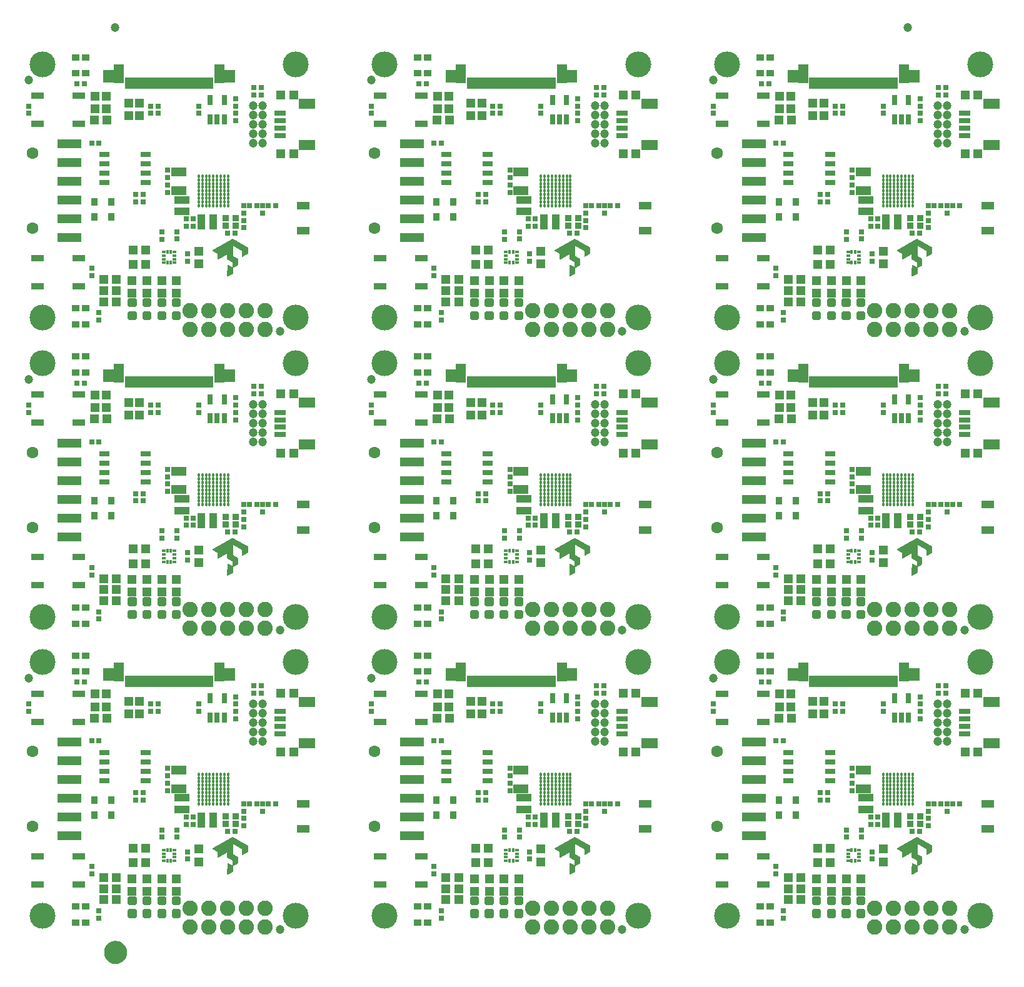
<source format=gts>
G75*
%MOIN*%
%OFA0B0*%
%FSLAX25Y25*%
%IPPOS*%
%LPD*%
%AMOC8*
5,1,8,0,0,1.08239X$1,22.5*
%
%ADD10R,0.12611X0.04737*%
%ADD11C,0.06312*%
%ADD12C,0.01800*%
%ADD13R,0.03753X0.03556*%
%ADD14R,0.03162X0.03162*%
%ADD15R,0.07887X0.04737*%
%ADD16R,0.07887X0.03950*%
%ADD17R,0.03950X0.07887*%
%ADD18R,0.07099X0.03950*%
%ADD19C,0.04737*%
%ADD20R,0.04343X0.03398*%
%ADD21R,0.01981X0.06312*%
%ADD22R,0.05721X0.09855*%
%ADD23R,0.06312X0.07099*%
%ADD24C,0.13800*%
%ADD25R,0.01784X0.01883*%
%ADD26R,0.01883X0.01784*%
%ADD27R,0.04737X0.05131*%
%ADD28R,0.05131X0.04737*%
%ADD29R,0.03280X0.04068*%
%ADD30R,0.02965X0.05524*%
%ADD31R,0.06800X0.03800*%
%ADD32C,0.01990*%
%ADD33R,0.05524X0.03162*%
%ADD34C,0.08200*%
%ADD35R,0.08674X0.05524*%
%ADD36R,0.06115X0.03162*%
%ADD37C,0.00010*%
%ADD38C,0.05000*%
%ADD39C,0.06706*%
D10*
X0077341Y0082240D03*
X0077341Y0092240D03*
X0077341Y0102240D03*
X0077341Y0112240D03*
X0077341Y0122240D03*
X0077341Y0132240D03*
X0077341Y0241720D03*
X0077341Y0251720D03*
X0077341Y0261720D03*
X0077341Y0271720D03*
X0077341Y0281720D03*
X0077341Y0291720D03*
X0077341Y0401201D03*
X0077341Y0411201D03*
X0077341Y0421201D03*
X0077341Y0431201D03*
X0077341Y0441201D03*
X0077341Y0451201D03*
X0259821Y0451201D03*
X0259821Y0441201D03*
X0259821Y0431201D03*
X0259821Y0421201D03*
X0259821Y0411201D03*
X0259821Y0401201D03*
X0259821Y0291720D03*
X0259821Y0281720D03*
X0259821Y0271720D03*
X0259821Y0261720D03*
X0259821Y0251720D03*
X0259821Y0241720D03*
X0259821Y0132240D03*
X0259821Y0122240D03*
X0259821Y0112240D03*
X0259821Y0102240D03*
X0259821Y0092240D03*
X0259821Y0082240D03*
X0442301Y0082240D03*
X0442301Y0092240D03*
X0442301Y0102240D03*
X0442301Y0112240D03*
X0442301Y0122240D03*
X0442301Y0132240D03*
X0442301Y0241720D03*
X0442301Y0251720D03*
X0442301Y0261720D03*
X0442301Y0271720D03*
X0442301Y0281720D03*
X0442301Y0291720D03*
X0442301Y0401201D03*
X0442301Y0411201D03*
X0442301Y0421201D03*
X0442301Y0431201D03*
X0442301Y0441201D03*
X0442301Y0451201D03*
D11*
X0422616Y0446201D03*
X0422616Y0406201D03*
X0422616Y0286720D03*
X0422616Y0246720D03*
X0422616Y0127240D03*
X0422616Y0087240D03*
X0240136Y0087240D03*
X0240136Y0127240D03*
X0240136Y0246720D03*
X0240136Y0286720D03*
X0240136Y0406201D03*
X0240136Y0446201D03*
X0057656Y0446201D03*
X0057656Y0406201D03*
X0057656Y0286720D03*
X0057656Y0246720D03*
X0057656Y0127240D03*
X0057656Y0087240D03*
D12*
X0146238Y0099366D03*
X0146238Y0101335D03*
X0146238Y0103303D03*
X0146238Y0105272D03*
X0146238Y0107240D03*
X0146238Y0109209D03*
X0146238Y0111177D03*
X0146238Y0113146D03*
X0146238Y0115114D03*
X0148207Y0115114D03*
X0150175Y0115114D03*
X0150175Y0113146D03*
X0148207Y0113146D03*
X0148207Y0111177D03*
X0150175Y0111177D03*
X0150175Y0109209D03*
X0148207Y0109209D03*
X0148207Y0107240D03*
X0150175Y0107240D03*
X0150175Y0105272D03*
X0148207Y0105272D03*
X0148207Y0103303D03*
X0150175Y0103303D03*
X0150175Y0101335D03*
X0148207Y0101335D03*
X0148207Y0099366D03*
X0150175Y0099366D03*
X0152144Y0099366D03*
X0154112Y0099366D03*
X0154112Y0101335D03*
X0154112Y0103303D03*
X0152144Y0103303D03*
X0152144Y0101335D03*
X0152144Y0105272D03*
X0152144Y0107240D03*
X0154112Y0107240D03*
X0154112Y0105272D03*
X0156081Y0105272D03*
X0156081Y0107240D03*
X0158049Y0107240D03*
X0158049Y0105272D03*
X0160018Y0105272D03*
X0160018Y0107240D03*
X0161986Y0107240D03*
X0161986Y0105272D03*
X0161986Y0103303D03*
X0160018Y0103303D03*
X0160018Y0101335D03*
X0161986Y0101335D03*
X0161986Y0099366D03*
X0160018Y0099366D03*
X0158049Y0099366D03*
X0156081Y0099366D03*
X0156081Y0101335D03*
X0156081Y0103303D03*
X0158049Y0103303D03*
X0158049Y0101335D03*
X0158049Y0109209D03*
X0158049Y0111177D03*
X0156081Y0111177D03*
X0156081Y0109209D03*
X0154112Y0109209D03*
X0154112Y0111177D03*
X0152144Y0111177D03*
X0152144Y0109209D03*
X0152144Y0113146D03*
X0152144Y0115114D03*
X0154112Y0115114D03*
X0154112Y0113146D03*
X0156081Y0113146D03*
X0156081Y0115114D03*
X0158049Y0115114D03*
X0158049Y0113146D03*
X0160018Y0113146D03*
X0160018Y0115114D03*
X0161986Y0115114D03*
X0161986Y0113146D03*
X0161986Y0111177D03*
X0160018Y0111177D03*
X0160018Y0109209D03*
X0161986Y0109209D03*
X0328718Y0109209D03*
X0328718Y0111177D03*
X0328718Y0113146D03*
X0328718Y0115114D03*
X0330687Y0115114D03*
X0330687Y0113146D03*
X0332655Y0113146D03*
X0332655Y0115114D03*
X0334624Y0115114D03*
X0334624Y0113146D03*
X0336593Y0113146D03*
X0338561Y0113146D03*
X0338561Y0115114D03*
X0336593Y0115114D03*
X0340530Y0115114D03*
X0342498Y0115114D03*
X0342498Y0113146D03*
X0340530Y0113146D03*
X0340530Y0111177D03*
X0342498Y0111177D03*
X0342498Y0109209D03*
X0340530Y0109209D03*
X0340530Y0107240D03*
X0342498Y0107240D03*
X0342498Y0105272D03*
X0340530Y0105272D03*
X0340530Y0103303D03*
X0342498Y0103303D03*
X0342498Y0101335D03*
X0340530Y0101335D03*
X0340530Y0099366D03*
X0342498Y0099366D03*
X0344467Y0099366D03*
X0344467Y0101335D03*
X0344467Y0103303D03*
X0344467Y0105272D03*
X0344467Y0107240D03*
X0344467Y0109209D03*
X0344467Y0111177D03*
X0344467Y0113146D03*
X0344467Y0115114D03*
X0338561Y0111177D03*
X0338561Y0109209D03*
X0336593Y0109209D03*
X0336593Y0111177D03*
X0334624Y0111177D03*
X0334624Y0109209D03*
X0332655Y0109209D03*
X0330687Y0109209D03*
X0330687Y0111177D03*
X0332655Y0111177D03*
X0332655Y0107240D03*
X0330687Y0107240D03*
X0330687Y0105272D03*
X0332655Y0105272D03*
X0332655Y0103303D03*
X0330687Y0103303D03*
X0330687Y0101335D03*
X0332655Y0101335D03*
X0332655Y0099366D03*
X0330687Y0099366D03*
X0328718Y0099366D03*
X0328718Y0101335D03*
X0328718Y0103303D03*
X0328718Y0105272D03*
X0328718Y0107240D03*
X0334624Y0107240D03*
X0334624Y0105272D03*
X0336593Y0105272D03*
X0338561Y0105272D03*
X0338561Y0107240D03*
X0336593Y0107240D03*
X0336593Y0103303D03*
X0338561Y0103303D03*
X0338561Y0101335D03*
X0336593Y0101335D03*
X0336593Y0099366D03*
X0338561Y0099366D03*
X0334624Y0099366D03*
X0334624Y0101335D03*
X0334624Y0103303D03*
X0511199Y0103303D03*
X0513167Y0103303D03*
X0513167Y0101335D03*
X0511199Y0101335D03*
X0511199Y0099366D03*
X0513167Y0099366D03*
X0515136Y0099366D03*
X0517104Y0099366D03*
X0517104Y0101335D03*
X0517104Y0103303D03*
X0515136Y0103303D03*
X0515136Y0101335D03*
X0515136Y0105272D03*
X0515136Y0107240D03*
X0517104Y0107240D03*
X0517104Y0105272D03*
X0519073Y0105272D03*
X0519073Y0107240D03*
X0521041Y0107240D03*
X0521041Y0105272D03*
X0523010Y0105272D03*
X0523010Y0107240D03*
X0524978Y0107240D03*
X0524978Y0105272D03*
X0526947Y0105272D03*
X0526947Y0107240D03*
X0526947Y0109209D03*
X0526947Y0111177D03*
X0526947Y0113146D03*
X0526947Y0115114D03*
X0524978Y0115114D03*
X0523010Y0115114D03*
X0523010Y0113146D03*
X0524978Y0113146D03*
X0524978Y0111177D03*
X0523010Y0111177D03*
X0523010Y0109209D03*
X0524978Y0109209D03*
X0521041Y0109209D03*
X0521041Y0111177D03*
X0519073Y0111177D03*
X0519073Y0109209D03*
X0517104Y0109209D03*
X0517104Y0111177D03*
X0515136Y0111177D03*
X0515136Y0109209D03*
X0513167Y0109209D03*
X0513167Y0111177D03*
X0511199Y0111177D03*
X0511199Y0109209D03*
X0511199Y0107240D03*
X0513167Y0107240D03*
X0513167Y0105272D03*
X0511199Y0105272D03*
X0511199Y0113146D03*
X0511199Y0115114D03*
X0513167Y0115114D03*
X0513167Y0113146D03*
X0515136Y0113146D03*
X0515136Y0115114D03*
X0517104Y0115114D03*
X0517104Y0113146D03*
X0519073Y0113146D03*
X0519073Y0115114D03*
X0521041Y0115114D03*
X0521041Y0113146D03*
X0521041Y0103303D03*
X0519073Y0103303D03*
X0519073Y0101335D03*
X0521041Y0101335D03*
X0523010Y0101335D03*
X0523010Y0103303D03*
X0524978Y0103303D03*
X0524978Y0101335D03*
X0526947Y0101335D03*
X0526947Y0103303D03*
X0526947Y0099366D03*
X0524978Y0099366D03*
X0523010Y0099366D03*
X0521041Y0099366D03*
X0519073Y0099366D03*
X0519073Y0258846D03*
X0521041Y0258846D03*
X0523010Y0258846D03*
X0524978Y0258846D03*
X0526947Y0258846D03*
X0526947Y0260815D03*
X0526947Y0262783D03*
X0524978Y0262783D03*
X0524978Y0260815D03*
X0523010Y0260815D03*
X0523010Y0262783D03*
X0521041Y0262783D03*
X0521041Y0260815D03*
X0519073Y0260815D03*
X0519073Y0262783D03*
X0517104Y0262783D03*
X0517104Y0260815D03*
X0515136Y0260815D03*
X0515136Y0262783D03*
X0513167Y0262783D03*
X0513167Y0260815D03*
X0511199Y0260815D03*
X0511199Y0262783D03*
X0511199Y0264752D03*
X0513167Y0264752D03*
X0513167Y0266720D03*
X0511199Y0266720D03*
X0511199Y0268689D03*
X0513167Y0268689D03*
X0513167Y0270657D03*
X0511199Y0270657D03*
X0511199Y0272626D03*
X0513167Y0272626D03*
X0513167Y0274594D03*
X0511199Y0274594D03*
X0515136Y0274594D03*
X0515136Y0272626D03*
X0517104Y0272626D03*
X0517104Y0274594D03*
X0519073Y0274594D03*
X0519073Y0272626D03*
X0521041Y0272626D03*
X0521041Y0274594D03*
X0523010Y0274594D03*
X0523010Y0272626D03*
X0524978Y0272626D03*
X0524978Y0274594D03*
X0526947Y0274594D03*
X0526947Y0272626D03*
X0526947Y0270657D03*
X0526947Y0268689D03*
X0526947Y0266720D03*
X0526947Y0264752D03*
X0524978Y0264752D03*
X0523010Y0264752D03*
X0523010Y0266720D03*
X0524978Y0266720D03*
X0524978Y0268689D03*
X0523010Y0268689D03*
X0523010Y0270657D03*
X0524978Y0270657D03*
X0521041Y0270657D03*
X0521041Y0268689D03*
X0519073Y0268689D03*
X0519073Y0270657D03*
X0517104Y0270657D03*
X0517104Y0268689D03*
X0515136Y0268689D03*
X0515136Y0270657D03*
X0515136Y0266720D03*
X0515136Y0264752D03*
X0517104Y0264752D03*
X0517104Y0266720D03*
X0519073Y0266720D03*
X0519073Y0264752D03*
X0521041Y0264752D03*
X0521041Y0266720D03*
X0517104Y0258846D03*
X0515136Y0258846D03*
X0513167Y0258846D03*
X0511199Y0258846D03*
X0344467Y0258846D03*
X0344467Y0260815D03*
X0344467Y0262783D03*
X0344467Y0264752D03*
X0344467Y0266720D03*
X0344467Y0268689D03*
X0344467Y0270657D03*
X0344467Y0272626D03*
X0344467Y0274594D03*
X0342498Y0274594D03*
X0342498Y0272626D03*
X0340530Y0272626D03*
X0340530Y0274594D03*
X0338561Y0274594D03*
X0338561Y0272626D03*
X0336593Y0272626D03*
X0336593Y0274594D03*
X0334624Y0274594D03*
X0334624Y0272626D03*
X0332655Y0272626D03*
X0330687Y0272626D03*
X0330687Y0274594D03*
X0332655Y0274594D03*
X0328718Y0274594D03*
X0328718Y0272626D03*
X0328718Y0270657D03*
X0328718Y0268689D03*
X0328718Y0266720D03*
X0328718Y0264752D03*
X0328718Y0262783D03*
X0328718Y0260815D03*
X0328718Y0258846D03*
X0330687Y0258846D03*
X0332655Y0258846D03*
X0332655Y0260815D03*
X0330687Y0260815D03*
X0330687Y0262783D03*
X0332655Y0262783D03*
X0332655Y0264752D03*
X0330687Y0264752D03*
X0330687Y0266720D03*
X0332655Y0266720D03*
X0332655Y0268689D03*
X0330687Y0268689D03*
X0330687Y0270657D03*
X0332655Y0270657D03*
X0334624Y0270657D03*
X0334624Y0268689D03*
X0336593Y0268689D03*
X0338561Y0268689D03*
X0338561Y0270657D03*
X0336593Y0270657D03*
X0340530Y0270657D03*
X0342498Y0270657D03*
X0342498Y0268689D03*
X0340530Y0268689D03*
X0340530Y0266720D03*
X0342498Y0266720D03*
X0342498Y0264752D03*
X0340530Y0264752D03*
X0340530Y0262783D03*
X0342498Y0262783D03*
X0342498Y0260815D03*
X0340530Y0260815D03*
X0340530Y0258846D03*
X0342498Y0258846D03*
X0338561Y0258846D03*
X0336593Y0258846D03*
X0336593Y0260815D03*
X0338561Y0260815D03*
X0338561Y0262783D03*
X0336593Y0262783D03*
X0336593Y0264752D03*
X0338561Y0264752D03*
X0338561Y0266720D03*
X0336593Y0266720D03*
X0334624Y0266720D03*
X0334624Y0264752D03*
X0334624Y0262783D03*
X0334624Y0260815D03*
X0334624Y0258846D03*
X0161986Y0258846D03*
X0160018Y0258846D03*
X0158049Y0258846D03*
X0156081Y0258846D03*
X0154112Y0258846D03*
X0152144Y0258846D03*
X0150175Y0258846D03*
X0148207Y0258846D03*
X0146238Y0258846D03*
X0146238Y0260815D03*
X0146238Y0262783D03*
X0148207Y0262783D03*
X0148207Y0260815D03*
X0150175Y0260815D03*
X0150175Y0262783D03*
X0152144Y0262783D03*
X0152144Y0260815D03*
X0154112Y0260815D03*
X0154112Y0262783D03*
X0156081Y0262783D03*
X0156081Y0260815D03*
X0158049Y0260815D03*
X0158049Y0262783D03*
X0160018Y0262783D03*
X0160018Y0260815D03*
X0161986Y0260815D03*
X0161986Y0262783D03*
X0161986Y0264752D03*
X0160018Y0264752D03*
X0160018Y0266720D03*
X0161986Y0266720D03*
X0161986Y0268689D03*
X0160018Y0268689D03*
X0160018Y0270657D03*
X0161986Y0270657D03*
X0161986Y0272626D03*
X0160018Y0272626D03*
X0160018Y0274594D03*
X0161986Y0274594D03*
X0158049Y0274594D03*
X0158049Y0272626D03*
X0156081Y0272626D03*
X0156081Y0274594D03*
X0154112Y0274594D03*
X0154112Y0272626D03*
X0152144Y0272626D03*
X0152144Y0274594D03*
X0150175Y0274594D03*
X0150175Y0272626D03*
X0148207Y0272626D03*
X0148207Y0274594D03*
X0146238Y0274594D03*
X0146238Y0272626D03*
X0146238Y0270657D03*
X0146238Y0268689D03*
X0146238Y0266720D03*
X0146238Y0264752D03*
X0148207Y0264752D03*
X0150175Y0264752D03*
X0150175Y0266720D03*
X0148207Y0266720D03*
X0148207Y0268689D03*
X0150175Y0268689D03*
X0150175Y0270657D03*
X0148207Y0270657D03*
X0152144Y0270657D03*
X0152144Y0268689D03*
X0154112Y0268689D03*
X0154112Y0270657D03*
X0156081Y0270657D03*
X0156081Y0268689D03*
X0158049Y0268689D03*
X0158049Y0270657D03*
X0158049Y0266720D03*
X0158049Y0264752D03*
X0156081Y0264752D03*
X0156081Y0266720D03*
X0154112Y0266720D03*
X0154112Y0264752D03*
X0152144Y0264752D03*
X0152144Y0266720D03*
X0152144Y0418327D03*
X0154112Y0418327D03*
X0154112Y0420295D03*
X0152144Y0420295D03*
X0152144Y0422264D03*
X0154112Y0422264D03*
X0154112Y0424232D03*
X0152144Y0424232D03*
X0152144Y0426201D03*
X0154112Y0426201D03*
X0154112Y0428169D03*
X0152144Y0428169D03*
X0152144Y0430138D03*
X0154112Y0430138D03*
X0154112Y0432106D03*
X0152144Y0432106D03*
X0152144Y0434075D03*
X0154112Y0434075D03*
X0156081Y0434075D03*
X0158049Y0434075D03*
X0160018Y0434075D03*
X0161986Y0434075D03*
X0161986Y0432106D03*
X0161986Y0430138D03*
X0160018Y0430138D03*
X0160018Y0432106D03*
X0158049Y0432106D03*
X0158049Y0430138D03*
X0156081Y0430138D03*
X0156081Y0432106D03*
X0156081Y0428169D03*
X0158049Y0428169D03*
X0158049Y0426201D03*
X0156081Y0426201D03*
X0156081Y0424232D03*
X0158049Y0424232D03*
X0158049Y0422264D03*
X0156081Y0422264D03*
X0156081Y0420295D03*
X0158049Y0420295D03*
X0158049Y0418327D03*
X0156081Y0418327D03*
X0160018Y0418327D03*
X0161986Y0418327D03*
X0161986Y0420295D03*
X0160018Y0420295D03*
X0160018Y0422264D03*
X0161986Y0422264D03*
X0161986Y0424232D03*
X0160018Y0424232D03*
X0160018Y0426201D03*
X0161986Y0426201D03*
X0161986Y0428169D03*
X0160018Y0428169D03*
X0150175Y0428169D03*
X0150175Y0426201D03*
X0148207Y0426201D03*
X0148207Y0428169D03*
X0148207Y0430138D03*
X0150175Y0430138D03*
X0150175Y0432106D03*
X0148207Y0432106D03*
X0148207Y0434075D03*
X0150175Y0434075D03*
X0146238Y0434075D03*
X0146238Y0432106D03*
X0146238Y0430138D03*
X0146238Y0428169D03*
X0146238Y0426201D03*
X0146238Y0424232D03*
X0146238Y0422264D03*
X0148207Y0422264D03*
X0150175Y0422264D03*
X0150175Y0424232D03*
X0148207Y0424232D03*
X0148207Y0420295D03*
X0150175Y0420295D03*
X0150175Y0418327D03*
X0148207Y0418327D03*
X0146238Y0418327D03*
X0146238Y0420295D03*
X0328718Y0420295D03*
X0328718Y0418327D03*
X0330687Y0418327D03*
X0330687Y0420295D03*
X0332655Y0420295D03*
X0332655Y0418327D03*
X0334624Y0418327D03*
X0334624Y0420295D03*
X0336593Y0420295D03*
X0338561Y0420295D03*
X0338561Y0418327D03*
X0336593Y0418327D03*
X0340530Y0418327D03*
X0342498Y0418327D03*
X0342498Y0420295D03*
X0340530Y0420295D03*
X0340530Y0422264D03*
X0342498Y0422264D03*
X0342498Y0424232D03*
X0340530Y0424232D03*
X0340530Y0426201D03*
X0342498Y0426201D03*
X0342498Y0428169D03*
X0340530Y0428169D03*
X0340530Y0430138D03*
X0342498Y0430138D03*
X0342498Y0432106D03*
X0340530Y0432106D03*
X0340530Y0434075D03*
X0342498Y0434075D03*
X0344467Y0434075D03*
X0344467Y0432106D03*
X0344467Y0430138D03*
X0344467Y0428169D03*
X0344467Y0426201D03*
X0344467Y0424232D03*
X0344467Y0422264D03*
X0344467Y0420295D03*
X0344467Y0418327D03*
X0338561Y0422264D03*
X0338561Y0424232D03*
X0336593Y0424232D03*
X0336593Y0422264D03*
X0334624Y0422264D03*
X0334624Y0424232D03*
X0332655Y0424232D03*
X0330687Y0424232D03*
X0330687Y0422264D03*
X0332655Y0422264D03*
X0328718Y0422264D03*
X0328718Y0424232D03*
X0328718Y0426201D03*
X0328718Y0428169D03*
X0328718Y0430138D03*
X0328718Y0432106D03*
X0328718Y0434075D03*
X0330687Y0434075D03*
X0332655Y0434075D03*
X0332655Y0432106D03*
X0330687Y0432106D03*
X0330687Y0430138D03*
X0332655Y0430138D03*
X0332655Y0428169D03*
X0330687Y0428169D03*
X0330687Y0426201D03*
X0332655Y0426201D03*
X0334624Y0426201D03*
X0334624Y0428169D03*
X0336593Y0428169D03*
X0338561Y0428169D03*
X0338561Y0426201D03*
X0336593Y0426201D03*
X0336593Y0430138D03*
X0338561Y0430138D03*
X0338561Y0432106D03*
X0336593Y0432106D03*
X0336593Y0434075D03*
X0338561Y0434075D03*
X0334624Y0434075D03*
X0334624Y0432106D03*
X0334624Y0430138D03*
X0511199Y0430138D03*
X0511199Y0432106D03*
X0513167Y0432106D03*
X0513167Y0430138D03*
X0513167Y0428169D03*
X0511199Y0428169D03*
X0511199Y0426201D03*
X0513167Y0426201D03*
X0513167Y0424232D03*
X0511199Y0424232D03*
X0511199Y0422264D03*
X0513167Y0422264D03*
X0513167Y0420295D03*
X0511199Y0420295D03*
X0511199Y0418327D03*
X0513167Y0418327D03*
X0515136Y0418327D03*
X0515136Y0420295D03*
X0517104Y0420295D03*
X0517104Y0418327D03*
X0519073Y0418327D03*
X0519073Y0420295D03*
X0521041Y0420295D03*
X0521041Y0418327D03*
X0523010Y0418327D03*
X0523010Y0420295D03*
X0524978Y0420295D03*
X0524978Y0418327D03*
X0526947Y0418327D03*
X0526947Y0420295D03*
X0526947Y0422264D03*
X0526947Y0424232D03*
X0524978Y0424232D03*
X0523010Y0424232D03*
X0523010Y0422264D03*
X0524978Y0422264D03*
X0521041Y0422264D03*
X0519073Y0422264D03*
X0519073Y0424232D03*
X0521041Y0424232D03*
X0521041Y0426201D03*
X0519073Y0426201D03*
X0519073Y0428169D03*
X0521041Y0428169D03*
X0521041Y0430138D03*
X0519073Y0430138D03*
X0519073Y0432106D03*
X0521041Y0432106D03*
X0521041Y0434075D03*
X0519073Y0434075D03*
X0517104Y0434075D03*
X0515136Y0434075D03*
X0513167Y0434075D03*
X0511199Y0434075D03*
X0515136Y0432106D03*
X0515136Y0430138D03*
X0517104Y0430138D03*
X0517104Y0432106D03*
X0517104Y0428169D03*
X0515136Y0428169D03*
X0515136Y0426201D03*
X0517104Y0426201D03*
X0517104Y0424232D03*
X0515136Y0424232D03*
X0515136Y0422264D03*
X0517104Y0422264D03*
X0523010Y0426201D03*
X0523010Y0428169D03*
X0524978Y0428169D03*
X0524978Y0426201D03*
X0526947Y0426201D03*
X0526947Y0428169D03*
X0526947Y0430138D03*
X0526947Y0432106D03*
X0524978Y0432106D03*
X0523010Y0432106D03*
X0523010Y0430138D03*
X0524978Y0430138D03*
X0524978Y0434075D03*
X0523010Y0434075D03*
X0526947Y0434075D03*
D13*
X0525764Y0411634D03*
X0525764Y0407697D03*
X0531079Y0407697D03*
X0531079Y0411634D03*
X0348599Y0411634D03*
X0348599Y0407697D03*
X0343284Y0407697D03*
X0343284Y0411634D03*
X0166119Y0411634D03*
X0166119Y0407697D03*
X0160804Y0407697D03*
X0160804Y0411634D03*
X0160804Y0252154D03*
X0160804Y0248217D03*
X0166119Y0248217D03*
X0166119Y0252154D03*
X0343284Y0252154D03*
X0343284Y0248217D03*
X0348599Y0248217D03*
X0348599Y0252154D03*
X0525764Y0252154D03*
X0525764Y0248217D03*
X0531079Y0248217D03*
X0531079Y0252154D03*
X0531079Y0092673D03*
X0531079Y0088736D03*
X0525764Y0088736D03*
X0525764Y0092673D03*
X0348599Y0092673D03*
X0348599Y0088736D03*
X0343284Y0088736D03*
X0343284Y0092673D03*
X0166119Y0092673D03*
X0166119Y0088736D03*
X0160804Y0088736D03*
X0160804Y0092673D03*
D14*
X0161593Y0084699D03*
X0165530Y0084699D03*
X0170254Y0087555D03*
X0170254Y0091492D03*
X0170254Y0095429D03*
X0170254Y0099366D03*
X0173252Y0099366D03*
X0177189Y0099366D03*
X0180220Y0099366D03*
X0183252Y0099366D03*
X0187189Y0099366D03*
X0180220Y0095429D03*
X0143285Y0092280D03*
X0139545Y0092280D03*
X0139545Y0088343D03*
X0143285Y0088343D03*
X0134750Y0085469D03*
X0134750Y0081531D03*
X0126750Y0081500D03*
X0126750Y0085437D03*
X0116711Y0101335D03*
X0116711Y0105272D03*
X0112774Y0105272D03*
X0112774Y0101335D03*
X0129703Y0106453D03*
X0129703Y0110390D03*
X0129703Y0114327D03*
X0129703Y0118264D03*
X0124585Y0148579D03*
X0124585Y0152516D03*
X0120648Y0152516D03*
X0120648Y0148579D03*
X0146238Y0148579D03*
X0146238Y0152516D03*
X0165923Y0152516D03*
X0165923Y0156453D03*
X0165923Y0148579D03*
X0165923Y0144642D03*
X0175766Y0158421D03*
X0179703Y0158421D03*
X0179703Y0162358D03*
X0175766Y0162358D03*
X0238167Y0152516D03*
X0238167Y0148579D03*
X0263758Y0164327D03*
X0267695Y0164327D03*
X0303128Y0152516D03*
X0307065Y0152516D03*
X0307065Y0148579D03*
X0303128Y0148579D03*
X0328718Y0148579D03*
X0328718Y0152516D03*
X0348404Y0152516D03*
X0348404Y0156453D03*
X0348404Y0148579D03*
X0348404Y0144642D03*
X0358246Y0158421D03*
X0362183Y0158421D03*
X0362183Y0162358D03*
X0358246Y0162358D03*
X0312183Y0118264D03*
X0312183Y0114327D03*
X0312183Y0110390D03*
X0312183Y0106453D03*
X0299191Y0105272D03*
X0295254Y0105272D03*
X0295254Y0101335D03*
X0299191Y0101335D03*
X0309230Y0085437D03*
X0309230Y0081500D03*
X0317230Y0081531D03*
X0317230Y0085469D03*
X0322026Y0088343D03*
X0325766Y0088343D03*
X0325766Y0092280D03*
X0322026Y0092280D03*
X0322813Y0073776D03*
X0322813Y0069839D03*
X0344073Y0084699D03*
X0348010Y0084699D03*
X0352734Y0087555D03*
X0352734Y0091492D03*
X0352734Y0095429D03*
X0352734Y0099366D03*
X0355732Y0099366D03*
X0359669Y0099366D03*
X0362700Y0099366D03*
X0365732Y0099366D03*
X0369669Y0099366D03*
X0362700Y0095429D03*
X0420648Y0148579D03*
X0420648Y0152516D03*
X0446238Y0164327D03*
X0450175Y0164327D03*
X0485608Y0152516D03*
X0489545Y0152516D03*
X0489545Y0148579D03*
X0485608Y0148579D03*
X0511199Y0148579D03*
X0511199Y0152516D03*
X0530884Y0152516D03*
X0530884Y0156453D03*
X0530884Y0148579D03*
X0530884Y0144642D03*
X0540726Y0158421D03*
X0540726Y0162358D03*
X0544663Y0162358D03*
X0544663Y0158421D03*
X0494663Y0118264D03*
X0494663Y0114327D03*
X0494663Y0110390D03*
X0494663Y0106453D03*
X0481671Y0105272D03*
X0477734Y0105272D03*
X0477734Y0101335D03*
X0481671Y0101335D03*
X0491711Y0085437D03*
X0491711Y0081500D03*
X0499711Y0081531D03*
X0499711Y0085469D03*
X0504506Y0088343D03*
X0508246Y0088343D03*
X0508246Y0092280D03*
X0504506Y0092280D03*
X0526553Y0084699D03*
X0530490Y0084699D03*
X0535215Y0087555D03*
X0535215Y0091492D03*
X0535215Y0095429D03*
X0535215Y0099366D03*
X0538212Y0099366D03*
X0542149Y0099366D03*
X0545181Y0099366D03*
X0548212Y0099366D03*
X0552149Y0099366D03*
X0545181Y0095429D03*
X0505293Y0073776D03*
X0505293Y0069839D03*
X0458049Y0042280D03*
X0458049Y0038343D03*
X0454112Y0061965D03*
X0454112Y0065902D03*
X0454112Y0132831D03*
X0458049Y0132831D03*
X0458049Y0197823D03*
X0458049Y0201760D03*
X0454112Y0221445D03*
X0454112Y0225382D03*
X0491711Y0240980D03*
X0491711Y0244917D03*
X0499711Y0244949D03*
X0499711Y0241012D03*
X0504506Y0247823D03*
X0508246Y0247823D03*
X0508246Y0251760D03*
X0504506Y0251760D03*
X0494663Y0265933D03*
X0494663Y0269870D03*
X0494663Y0273807D03*
X0494663Y0277744D03*
X0481671Y0264752D03*
X0477734Y0264752D03*
X0477734Y0260815D03*
X0481671Y0260815D03*
X0505293Y0233256D03*
X0505293Y0229319D03*
X0526553Y0244180D03*
X0530490Y0244180D03*
X0535215Y0247035D03*
X0535215Y0250972D03*
X0535215Y0254909D03*
X0535215Y0258846D03*
X0538212Y0258846D03*
X0542149Y0258846D03*
X0545181Y0258846D03*
X0548212Y0258846D03*
X0552149Y0258846D03*
X0545181Y0254909D03*
X0530884Y0304122D03*
X0530884Y0308059D03*
X0530884Y0311996D03*
X0530884Y0315933D03*
X0540726Y0317902D03*
X0540726Y0321839D03*
X0544663Y0321839D03*
X0544663Y0317902D03*
X0511199Y0311996D03*
X0511199Y0308059D03*
X0489545Y0308059D03*
X0485608Y0308059D03*
X0485608Y0311996D03*
X0489545Y0311996D03*
X0458049Y0292311D03*
X0454112Y0292311D03*
X0420648Y0308059D03*
X0420648Y0311996D03*
X0446238Y0323807D03*
X0450175Y0323807D03*
X0458049Y0357303D03*
X0458049Y0361240D03*
X0454112Y0380925D03*
X0454112Y0384862D03*
X0491711Y0400461D03*
X0491711Y0404398D03*
X0499711Y0404429D03*
X0499711Y0400492D03*
X0504506Y0407303D03*
X0508246Y0407303D03*
X0508246Y0411240D03*
X0504506Y0411240D03*
X0494663Y0425413D03*
X0494663Y0429350D03*
X0494663Y0433287D03*
X0494663Y0437224D03*
X0481671Y0424232D03*
X0481671Y0420295D03*
X0477734Y0420295D03*
X0477734Y0424232D03*
X0458049Y0451791D03*
X0454112Y0451791D03*
X0420648Y0467539D03*
X0420648Y0471476D03*
X0446238Y0483287D03*
X0450175Y0483287D03*
X0485608Y0471476D03*
X0485608Y0467539D03*
X0489545Y0467539D03*
X0489545Y0471476D03*
X0511199Y0471476D03*
X0511199Y0467539D03*
X0530884Y0467539D03*
X0530884Y0463602D03*
X0530884Y0471476D03*
X0530884Y0475413D03*
X0540726Y0477382D03*
X0540726Y0481319D03*
X0544663Y0481319D03*
X0544663Y0477382D03*
X0545181Y0418327D03*
X0548212Y0418327D03*
X0552149Y0418327D03*
X0545181Y0414390D03*
X0542149Y0418327D03*
X0538212Y0418327D03*
X0535215Y0418327D03*
X0535215Y0414390D03*
X0535215Y0410453D03*
X0535215Y0406516D03*
X0530490Y0403660D03*
X0526553Y0403660D03*
X0505293Y0392736D03*
X0505293Y0388799D03*
X0369669Y0418327D03*
X0365732Y0418327D03*
X0362700Y0418327D03*
X0359669Y0418327D03*
X0355732Y0418327D03*
X0352734Y0418327D03*
X0352734Y0414390D03*
X0352734Y0410453D03*
X0352734Y0406516D03*
X0348010Y0403660D03*
X0344073Y0403660D03*
X0362700Y0414390D03*
X0325766Y0411240D03*
X0322026Y0411240D03*
X0322026Y0407303D03*
X0325766Y0407303D03*
X0317230Y0404429D03*
X0317230Y0400492D03*
X0309230Y0400461D03*
X0309230Y0404398D03*
X0322813Y0392736D03*
X0322813Y0388799D03*
X0299191Y0420295D03*
X0295254Y0420295D03*
X0295254Y0424232D03*
X0299191Y0424232D03*
X0312183Y0425413D03*
X0312183Y0429350D03*
X0312183Y0433287D03*
X0312183Y0437224D03*
X0275569Y0451791D03*
X0271632Y0451791D03*
X0238167Y0467539D03*
X0238167Y0471476D03*
X0263758Y0483287D03*
X0267695Y0483287D03*
X0303128Y0471476D03*
X0303128Y0467539D03*
X0307065Y0467539D03*
X0307065Y0471476D03*
X0328718Y0471476D03*
X0328718Y0467539D03*
X0348404Y0467539D03*
X0348404Y0463602D03*
X0348404Y0471476D03*
X0348404Y0475413D03*
X0358246Y0477382D03*
X0358246Y0481319D03*
X0362183Y0481319D03*
X0362183Y0477382D03*
X0271632Y0384862D03*
X0271632Y0380925D03*
X0275569Y0361240D03*
X0275569Y0357303D03*
X0267695Y0323807D03*
X0263758Y0323807D03*
X0238167Y0311996D03*
X0238167Y0308059D03*
X0271632Y0292311D03*
X0275569Y0292311D03*
X0303128Y0308059D03*
X0307065Y0308059D03*
X0307065Y0311996D03*
X0303128Y0311996D03*
X0328718Y0311996D03*
X0328718Y0308059D03*
X0348404Y0308059D03*
X0348404Y0304122D03*
X0348404Y0311996D03*
X0348404Y0315933D03*
X0358246Y0317902D03*
X0358246Y0321839D03*
X0362183Y0321839D03*
X0362183Y0317902D03*
X0312183Y0277744D03*
X0312183Y0273807D03*
X0312183Y0269870D03*
X0312183Y0265933D03*
X0299191Y0264752D03*
X0299191Y0260815D03*
X0295254Y0260815D03*
X0295254Y0264752D03*
X0322026Y0251760D03*
X0325766Y0251760D03*
X0325766Y0247823D03*
X0322026Y0247823D03*
X0317230Y0244949D03*
X0317230Y0241012D03*
X0309230Y0240980D03*
X0309230Y0244917D03*
X0322813Y0233256D03*
X0322813Y0229319D03*
X0344073Y0244180D03*
X0348010Y0244180D03*
X0352734Y0247035D03*
X0352734Y0250972D03*
X0352734Y0254909D03*
X0352734Y0258846D03*
X0355732Y0258846D03*
X0359669Y0258846D03*
X0362700Y0258846D03*
X0365732Y0258846D03*
X0369669Y0258846D03*
X0362700Y0254909D03*
X0275569Y0201760D03*
X0275569Y0197823D03*
X0271632Y0221445D03*
X0271632Y0225382D03*
X0187189Y0258846D03*
X0183252Y0258846D03*
X0180220Y0258846D03*
X0177189Y0258846D03*
X0173252Y0258846D03*
X0170254Y0258846D03*
X0170254Y0254909D03*
X0170254Y0250972D03*
X0170254Y0247035D03*
X0165530Y0244180D03*
X0161593Y0244180D03*
X0180220Y0254909D03*
X0143285Y0251760D03*
X0139545Y0251760D03*
X0139545Y0247823D03*
X0143285Y0247823D03*
X0134750Y0244949D03*
X0134750Y0241012D03*
X0126750Y0240980D03*
X0126750Y0244917D03*
X0140333Y0233256D03*
X0140333Y0229319D03*
X0116711Y0260815D03*
X0116711Y0264752D03*
X0112774Y0264752D03*
X0112774Y0260815D03*
X0129703Y0265933D03*
X0129703Y0269870D03*
X0129703Y0273807D03*
X0129703Y0277744D03*
X0124585Y0308059D03*
X0124585Y0311996D03*
X0120648Y0311996D03*
X0120648Y0308059D03*
X0146238Y0308059D03*
X0146238Y0311996D03*
X0165923Y0311996D03*
X0165923Y0308059D03*
X0165923Y0304122D03*
X0165923Y0315933D03*
X0175766Y0317902D03*
X0175766Y0321839D03*
X0179703Y0321839D03*
X0179703Y0317902D03*
X0093089Y0292311D03*
X0089152Y0292311D03*
X0055687Y0308059D03*
X0055687Y0311996D03*
X0081278Y0323807D03*
X0085215Y0323807D03*
X0093089Y0357303D03*
X0093089Y0361240D03*
X0089152Y0380925D03*
X0089152Y0384862D03*
X0126750Y0400461D03*
X0126750Y0404398D03*
X0134750Y0404429D03*
X0134750Y0400492D03*
X0139545Y0407303D03*
X0143285Y0407303D03*
X0143285Y0411240D03*
X0139545Y0411240D03*
X0129703Y0425413D03*
X0129703Y0429350D03*
X0129703Y0433287D03*
X0129703Y0437224D03*
X0116711Y0424232D03*
X0116711Y0420295D03*
X0112774Y0420295D03*
X0112774Y0424232D03*
X0093089Y0451791D03*
X0089152Y0451791D03*
X0120648Y0467539D03*
X0124585Y0467539D03*
X0124585Y0471476D03*
X0120648Y0471476D03*
X0146238Y0471476D03*
X0146238Y0467539D03*
X0165923Y0467539D03*
X0165923Y0463602D03*
X0165923Y0471476D03*
X0165923Y0475413D03*
X0175766Y0477382D03*
X0179703Y0477382D03*
X0179703Y0481319D03*
X0175766Y0481319D03*
X0177189Y0418327D03*
X0180220Y0418327D03*
X0183252Y0418327D03*
X0187189Y0418327D03*
X0180220Y0414390D03*
X0173252Y0418327D03*
X0170254Y0418327D03*
X0170254Y0414390D03*
X0170254Y0410453D03*
X0170254Y0406516D03*
X0165530Y0403660D03*
X0161593Y0403660D03*
X0140333Y0392736D03*
X0140333Y0388799D03*
X0055687Y0467539D03*
X0055687Y0471476D03*
X0081278Y0483287D03*
X0085215Y0483287D03*
X0089152Y0225382D03*
X0089152Y0221445D03*
X0093089Y0201760D03*
X0093089Y0197823D03*
X0085215Y0164327D03*
X0081278Y0164327D03*
X0055687Y0152516D03*
X0055687Y0148579D03*
X0089152Y0132831D03*
X0093089Y0132831D03*
X0140333Y0073776D03*
X0140333Y0069839D03*
X0093089Y0042280D03*
X0093089Y0038343D03*
X0089152Y0061965D03*
X0089152Y0065902D03*
X0271632Y0065902D03*
X0271632Y0061965D03*
X0275569Y0042280D03*
X0275569Y0038343D03*
X0275569Y0132831D03*
X0271632Y0132831D03*
D15*
X0318089Y0117280D03*
X0318089Y0107437D03*
X0500569Y0107437D03*
X0500569Y0117280D03*
X0500569Y0266917D03*
X0500569Y0276760D03*
X0318089Y0276760D03*
X0318089Y0266917D03*
X0135608Y0266917D03*
X0135608Y0276760D03*
X0135608Y0426398D03*
X0135608Y0436240D03*
X0318089Y0436240D03*
X0318089Y0426398D03*
X0500569Y0426398D03*
X0500569Y0436240D03*
X0135608Y0117280D03*
X0135608Y0107437D03*
D16*
X0137183Y0102516D03*
X0137183Y0096217D03*
X0319663Y0096217D03*
X0319663Y0102516D03*
X0502144Y0102516D03*
X0502144Y0096217D03*
X0502144Y0255697D03*
X0502144Y0261996D03*
X0319663Y0261996D03*
X0319663Y0255697D03*
X0137183Y0255697D03*
X0137183Y0261996D03*
X0137183Y0415177D03*
X0137183Y0421476D03*
X0319663Y0421476D03*
X0319663Y0415177D03*
X0502144Y0415177D03*
X0502144Y0421476D03*
D17*
X0512774Y0409665D03*
X0519073Y0409665D03*
X0336593Y0409665D03*
X0330293Y0409665D03*
X0154112Y0409665D03*
X0147813Y0409665D03*
X0147813Y0250185D03*
X0154112Y0250185D03*
X0330293Y0250185D03*
X0336593Y0250185D03*
X0512774Y0250185D03*
X0519073Y0250185D03*
X0519073Y0090705D03*
X0512774Y0090705D03*
X0336593Y0090705D03*
X0330293Y0090705D03*
X0154112Y0090705D03*
X0147813Y0090705D03*
D18*
X0201860Y0085980D03*
X0201860Y0099366D03*
X0384341Y0099366D03*
X0384341Y0085980D03*
X0566821Y0085980D03*
X0566821Y0099366D03*
X0566821Y0245461D03*
X0566821Y0258846D03*
X0384341Y0258846D03*
X0384341Y0245461D03*
X0201860Y0245461D03*
X0201860Y0258846D03*
X0201860Y0404941D03*
X0201860Y0418327D03*
X0384341Y0418327D03*
X0384341Y0404941D03*
X0566821Y0404941D03*
X0566821Y0418327D03*
D19*
X0545195Y0451634D03*
X0545195Y0456634D03*
X0545195Y0461634D03*
X0545195Y0466634D03*
X0545195Y0471634D03*
X0540195Y0471634D03*
X0540195Y0466634D03*
X0540195Y0461634D03*
X0540195Y0456634D03*
X0540195Y0451634D03*
X0524191Y0513191D03*
X0420648Y0485256D03*
X0362715Y0471634D03*
X0362715Y0466634D03*
X0362715Y0461634D03*
X0362715Y0456634D03*
X0362715Y0451634D03*
X0357715Y0451634D03*
X0357715Y0456634D03*
X0357715Y0461634D03*
X0357715Y0466634D03*
X0357715Y0471634D03*
X0238167Y0485256D03*
X0180234Y0471634D03*
X0175234Y0471634D03*
X0175234Y0466634D03*
X0175234Y0461634D03*
X0175234Y0456634D03*
X0175234Y0451634D03*
X0180234Y0451634D03*
X0180234Y0456634D03*
X0180234Y0461634D03*
X0180234Y0466634D03*
X0101750Y0513191D03*
X0055687Y0485256D03*
X0189545Y0351398D03*
X0180234Y0312154D03*
X0175234Y0312154D03*
X0175234Y0307154D03*
X0180234Y0307154D03*
X0180234Y0302154D03*
X0175234Y0302154D03*
X0175234Y0297154D03*
X0180234Y0297154D03*
X0180234Y0292154D03*
X0175234Y0292154D03*
X0238167Y0325776D03*
X0357715Y0312154D03*
X0362715Y0312154D03*
X0362715Y0307154D03*
X0357715Y0307154D03*
X0357715Y0302154D03*
X0362715Y0302154D03*
X0362715Y0297154D03*
X0357715Y0297154D03*
X0357715Y0292154D03*
X0362715Y0292154D03*
X0420648Y0325776D03*
X0372026Y0351398D03*
X0540195Y0312154D03*
X0545195Y0312154D03*
X0545195Y0307154D03*
X0540195Y0307154D03*
X0540195Y0302154D03*
X0545195Y0302154D03*
X0545195Y0297154D03*
X0540195Y0297154D03*
X0540195Y0292154D03*
X0545195Y0292154D03*
X0554506Y0351398D03*
X0554506Y0191917D03*
X0545195Y0152673D03*
X0545195Y0147673D03*
X0545195Y0142673D03*
X0545195Y0137673D03*
X0545195Y0132673D03*
X0540195Y0132673D03*
X0540195Y0137673D03*
X0540195Y0142673D03*
X0540195Y0147673D03*
X0540195Y0152673D03*
X0420648Y0166295D03*
X0372026Y0191917D03*
X0362715Y0152673D03*
X0362715Y0147673D03*
X0362715Y0142673D03*
X0362715Y0137673D03*
X0362715Y0132673D03*
X0357715Y0132673D03*
X0357715Y0137673D03*
X0357715Y0142673D03*
X0357715Y0147673D03*
X0357715Y0152673D03*
X0238167Y0166295D03*
X0189545Y0191917D03*
X0180234Y0152673D03*
X0175234Y0152673D03*
X0175234Y0147673D03*
X0175234Y0142673D03*
X0175234Y0137673D03*
X0175234Y0132673D03*
X0180234Y0132673D03*
X0180234Y0137673D03*
X0180234Y0142673D03*
X0180234Y0147673D03*
X0055687Y0166295D03*
X0189545Y0032437D03*
X0372026Y0032437D03*
X0554506Y0032437D03*
X0055687Y0325776D03*
D20*
X0080589Y0329339D03*
X0085904Y0329339D03*
X0085904Y0337961D03*
X0080589Y0337961D03*
X0080589Y0354961D03*
X0085904Y0354961D03*
X0085904Y0363583D03*
X0080589Y0363583D03*
X0080589Y0488819D03*
X0085904Y0488819D03*
X0085904Y0497441D03*
X0080589Y0497441D03*
X0263069Y0497441D03*
X0268384Y0497441D03*
X0268384Y0488819D03*
X0263069Y0488819D03*
X0263069Y0363583D03*
X0268384Y0363583D03*
X0268384Y0354961D03*
X0263069Y0354961D03*
X0263069Y0337961D03*
X0268384Y0337961D03*
X0268384Y0329339D03*
X0263069Y0329339D03*
X0263069Y0204102D03*
X0268384Y0204102D03*
X0268384Y0195480D03*
X0263069Y0195480D03*
X0263069Y0178480D03*
X0268384Y0178480D03*
X0268384Y0169858D03*
X0263069Y0169858D03*
X0263069Y0044622D03*
X0268384Y0044622D03*
X0268384Y0036000D03*
X0263069Y0036000D03*
X0085904Y0036000D03*
X0080589Y0036000D03*
X0080589Y0044622D03*
X0085904Y0044622D03*
X0085904Y0169858D03*
X0080589Y0169858D03*
X0080589Y0178480D03*
X0085904Y0178480D03*
X0085904Y0195480D03*
X0080589Y0195480D03*
X0080589Y0204102D03*
X0085904Y0204102D03*
X0445549Y0204102D03*
X0450864Y0204102D03*
X0450864Y0195480D03*
X0445549Y0195480D03*
X0445549Y0178480D03*
X0450864Y0178480D03*
X0450864Y0169858D03*
X0445549Y0169858D03*
X0445549Y0044622D03*
X0450864Y0044622D03*
X0450864Y0036000D03*
X0445549Y0036000D03*
X0445549Y0329339D03*
X0450864Y0329339D03*
X0450864Y0337961D03*
X0445549Y0337961D03*
X0445549Y0354961D03*
X0450864Y0354961D03*
X0450864Y0363583D03*
X0445549Y0363583D03*
X0445549Y0488819D03*
X0450864Y0488819D03*
X0450864Y0497441D03*
X0445549Y0497441D03*
D21*
X0472813Y0483681D03*
X0474781Y0483681D03*
X0476750Y0483681D03*
X0478718Y0483681D03*
X0480687Y0483681D03*
X0482655Y0483681D03*
X0484624Y0483681D03*
X0486592Y0483681D03*
X0488561Y0483681D03*
X0490530Y0483681D03*
X0492498Y0483681D03*
X0494467Y0483681D03*
X0496435Y0483681D03*
X0498404Y0483681D03*
X0500372Y0483681D03*
X0502341Y0483681D03*
X0504309Y0483681D03*
X0506278Y0483681D03*
X0508246Y0483681D03*
X0510215Y0483681D03*
X0512183Y0483681D03*
X0514152Y0483681D03*
X0516120Y0483681D03*
X0518089Y0483681D03*
X0335608Y0483681D03*
X0333640Y0483681D03*
X0331671Y0483681D03*
X0329703Y0483681D03*
X0327734Y0483681D03*
X0325766Y0483681D03*
X0323797Y0483681D03*
X0321829Y0483681D03*
X0319860Y0483681D03*
X0317892Y0483681D03*
X0315923Y0483681D03*
X0313955Y0483681D03*
X0311986Y0483681D03*
X0310018Y0483681D03*
X0308049Y0483681D03*
X0306081Y0483681D03*
X0304112Y0483681D03*
X0302144Y0483681D03*
X0300175Y0483681D03*
X0298207Y0483681D03*
X0296238Y0483681D03*
X0294270Y0483681D03*
X0292301Y0483681D03*
X0290333Y0483681D03*
X0153128Y0483681D03*
X0151159Y0483681D03*
X0149191Y0483681D03*
X0147222Y0483681D03*
X0145254Y0483681D03*
X0143285Y0483681D03*
X0141317Y0483681D03*
X0139348Y0483681D03*
X0137380Y0483681D03*
X0135411Y0483681D03*
X0133443Y0483681D03*
X0131474Y0483681D03*
X0129506Y0483681D03*
X0127537Y0483681D03*
X0125569Y0483681D03*
X0123600Y0483681D03*
X0121632Y0483681D03*
X0119663Y0483681D03*
X0117695Y0483681D03*
X0115726Y0483681D03*
X0113758Y0483681D03*
X0111789Y0483681D03*
X0109821Y0483681D03*
X0107852Y0483681D03*
X0107852Y0324201D03*
X0109821Y0324201D03*
X0111789Y0324201D03*
X0113758Y0324201D03*
X0115726Y0324201D03*
X0117695Y0324201D03*
X0119663Y0324201D03*
X0121632Y0324201D03*
X0123600Y0324201D03*
X0125569Y0324201D03*
X0127537Y0324201D03*
X0129506Y0324201D03*
X0131474Y0324201D03*
X0133443Y0324201D03*
X0135411Y0324201D03*
X0137380Y0324201D03*
X0139348Y0324201D03*
X0141317Y0324201D03*
X0143285Y0324201D03*
X0145254Y0324201D03*
X0147222Y0324201D03*
X0149191Y0324201D03*
X0151159Y0324201D03*
X0153128Y0324201D03*
X0290333Y0324201D03*
X0292301Y0324201D03*
X0294270Y0324201D03*
X0296238Y0324201D03*
X0298207Y0324201D03*
X0300175Y0324201D03*
X0302144Y0324201D03*
X0304112Y0324201D03*
X0306081Y0324201D03*
X0308049Y0324201D03*
X0310018Y0324201D03*
X0311986Y0324201D03*
X0313955Y0324201D03*
X0315923Y0324201D03*
X0317892Y0324201D03*
X0319860Y0324201D03*
X0321829Y0324201D03*
X0323797Y0324201D03*
X0325766Y0324201D03*
X0327734Y0324201D03*
X0329703Y0324201D03*
X0331671Y0324201D03*
X0333640Y0324201D03*
X0335608Y0324201D03*
X0472813Y0324201D03*
X0474781Y0324201D03*
X0476750Y0324201D03*
X0478718Y0324201D03*
X0480687Y0324201D03*
X0482655Y0324201D03*
X0484624Y0324201D03*
X0486592Y0324201D03*
X0488561Y0324201D03*
X0490530Y0324201D03*
X0492498Y0324201D03*
X0494467Y0324201D03*
X0496435Y0324201D03*
X0498404Y0324201D03*
X0500372Y0324201D03*
X0502341Y0324201D03*
X0504309Y0324201D03*
X0506278Y0324201D03*
X0508246Y0324201D03*
X0510215Y0324201D03*
X0512183Y0324201D03*
X0514152Y0324201D03*
X0516120Y0324201D03*
X0518089Y0324201D03*
X0518089Y0164720D03*
X0516120Y0164720D03*
X0514152Y0164720D03*
X0512183Y0164720D03*
X0510215Y0164720D03*
X0508246Y0164720D03*
X0506278Y0164720D03*
X0504309Y0164720D03*
X0502341Y0164720D03*
X0500372Y0164720D03*
X0498404Y0164720D03*
X0496435Y0164720D03*
X0494467Y0164720D03*
X0492498Y0164720D03*
X0490530Y0164720D03*
X0488561Y0164720D03*
X0486592Y0164720D03*
X0484624Y0164720D03*
X0482655Y0164720D03*
X0480687Y0164720D03*
X0478718Y0164720D03*
X0476750Y0164720D03*
X0474781Y0164720D03*
X0472813Y0164720D03*
X0335608Y0164720D03*
X0333640Y0164720D03*
X0331671Y0164720D03*
X0329703Y0164720D03*
X0327734Y0164720D03*
X0325766Y0164720D03*
X0323797Y0164720D03*
X0321829Y0164720D03*
X0319860Y0164720D03*
X0317892Y0164720D03*
X0315923Y0164720D03*
X0313955Y0164720D03*
X0311986Y0164720D03*
X0310018Y0164720D03*
X0308049Y0164720D03*
X0306081Y0164720D03*
X0304112Y0164720D03*
X0302144Y0164720D03*
X0300175Y0164720D03*
X0298207Y0164720D03*
X0296238Y0164720D03*
X0294270Y0164720D03*
X0292301Y0164720D03*
X0290333Y0164720D03*
X0153128Y0164720D03*
X0151159Y0164720D03*
X0149191Y0164720D03*
X0147222Y0164720D03*
X0145254Y0164720D03*
X0143285Y0164720D03*
X0141317Y0164720D03*
X0139348Y0164720D03*
X0137380Y0164720D03*
X0135411Y0164720D03*
X0133443Y0164720D03*
X0131474Y0164720D03*
X0129506Y0164720D03*
X0127537Y0164720D03*
X0125569Y0164720D03*
X0123600Y0164720D03*
X0121632Y0164720D03*
X0119663Y0164720D03*
X0117695Y0164720D03*
X0115726Y0164720D03*
X0113758Y0164720D03*
X0111789Y0164720D03*
X0109821Y0164720D03*
X0107852Y0164720D03*
D22*
X0103620Y0169642D03*
X0157360Y0169642D03*
X0286100Y0169642D03*
X0339841Y0169642D03*
X0468581Y0169642D03*
X0522321Y0169642D03*
X0522321Y0329122D03*
X0468581Y0329122D03*
X0339841Y0329122D03*
X0286100Y0329122D03*
X0157360Y0329122D03*
X0103620Y0329122D03*
X0103620Y0488602D03*
X0157360Y0488602D03*
X0286100Y0488602D03*
X0339841Y0488602D03*
X0468581Y0488602D03*
X0522321Y0488602D03*
D23*
X0527537Y0487224D03*
X0463364Y0487224D03*
X0345057Y0487224D03*
X0280884Y0487224D03*
X0162577Y0487224D03*
X0098404Y0487224D03*
X0098404Y0327744D03*
X0162577Y0327744D03*
X0280884Y0327744D03*
X0345057Y0327744D03*
X0463364Y0327744D03*
X0527537Y0327744D03*
X0527537Y0168264D03*
X0463364Y0168264D03*
X0345057Y0168264D03*
X0280884Y0168264D03*
X0162577Y0168264D03*
X0098404Y0168264D03*
D24*
X0062886Y0039636D03*
X0198095Y0039636D03*
X0245366Y0039636D03*
X0380575Y0039636D03*
X0427846Y0039636D03*
X0563055Y0039636D03*
X0563055Y0174845D03*
X0563055Y0199116D03*
X0427846Y0199116D03*
X0427846Y0174845D03*
X0380575Y0174845D03*
X0380575Y0199116D03*
X0245366Y0199116D03*
X0245366Y0174845D03*
X0198095Y0174845D03*
X0198095Y0199116D03*
X0062886Y0199116D03*
X0062886Y0174845D03*
X0062886Y0334325D03*
X0062886Y0358596D03*
X0198095Y0358596D03*
X0198095Y0334325D03*
X0245366Y0334325D03*
X0245366Y0358596D03*
X0380575Y0358596D03*
X0380575Y0334325D03*
X0427846Y0334325D03*
X0427846Y0358596D03*
X0563055Y0358596D03*
X0563055Y0334325D03*
X0563055Y0493805D03*
X0427846Y0493805D03*
X0380575Y0493805D03*
X0245366Y0493805D03*
X0198095Y0493805D03*
X0062886Y0493805D03*
D25*
X0129506Y0393720D03*
X0131474Y0393720D03*
X0131474Y0387815D03*
X0129506Y0387815D03*
X0311986Y0387815D03*
X0313955Y0387815D03*
X0313955Y0393720D03*
X0311986Y0393720D03*
X0494467Y0393720D03*
X0496435Y0393720D03*
X0496435Y0387815D03*
X0494467Y0387815D03*
X0494467Y0234240D03*
X0496435Y0234240D03*
X0496435Y0228335D03*
X0494467Y0228335D03*
X0313955Y0228335D03*
X0311986Y0228335D03*
X0311986Y0234240D03*
X0313955Y0234240D03*
X0131474Y0234240D03*
X0129506Y0234240D03*
X0129506Y0228335D03*
X0131474Y0228335D03*
X0131474Y0074760D03*
X0129506Y0074760D03*
X0129506Y0068854D03*
X0131474Y0068854D03*
X0311986Y0068854D03*
X0313955Y0068854D03*
X0313955Y0074760D03*
X0311986Y0074760D03*
X0494467Y0074760D03*
X0496435Y0074760D03*
X0496435Y0068854D03*
X0494467Y0068854D03*
D26*
X0492498Y0068854D03*
X0492498Y0070823D03*
X0492498Y0072791D03*
X0492498Y0074760D03*
X0498404Y0074760D03*
X0498404Y0072791D03*
X0498404Y0070823D03*
X0498404Y0068854D03*
X0315923Y0068854D03*
X0315923Y0070823D03*
X0315923Y0072791D03*
X0315923Y0074760D03*
X0310018Y0074760D03*
X0310018Y0072791D03*
X0310018Y0070823D03*
X0310018Y0068854D03*
X0133443Y0068854D03*
X0133443Y0070823D03*
X0133443Y0072791D03*
X0133443Y0074760D03*
X0127537Y0074760D03*
X0127537Y0072791D03*
X0127537Y0070823D03*
X0127537Y0068854D03*
X0127537Y0228335D03*
X0127537Y0230303D03*
X0127537Y0232272D03*
X0127537Y0234240D03*
X0133443Y0234240D03*
X0133443Y0232272D03*
X0133443Y0230303D03*
X0133443Y0228335D03*
X0310018Y0228335D03*
X0310018Y0230303D03*
X0310018Y0232272D03*
X0310018Y0234240D03*
X0315923Y0234240D03*
X0315923Y0232272D03*
X0315923Y0230303D03*
X0315923Y0228335D03*
X0492498Y0228335D03*
X0492498Y0230303D03*
X0492498Y0232272D03*
X0492498Y0234240D03*
X0498404Y0234240D03*
X0498404Y0232272D03*
X0498404Y0230303D03*
X0498404Y0228335D03*
X0498404Y0387815D03*
X0498404Y0389783D03*
X0498404Y0391752D03*
X0498404Y0393720D03*
X0492498Y0393720D03*
X0492498Y0391752D03*
X0492498Y0389783D03*
X0492498Y0387815D03*
X0315923Y0387815D03*
X0315923Y0389783D03*
X0315923Y0391752D03*
X0315923Y0393720D03*
X0310018Y0393720D03*
X0310018Y0391752D03*
X0310018Y0389783D03*
X0310018Y0387815D03*
X0133443Y0387815D03*
X0133443Y0389783D03*
X0133443Y0391752D03*
X0133443Y0393720D03*
X0127537Y0393720D03*
X0127537Y0391752D03*
X0127537Y0389783D03*
X0127537Y0387815D03*
D27*
X0126553Y0378366D03*
X0126553Y0371673D03*
X0134427Y0371673D03*
X0134427Y0378366D03*
X0146238Y0387421D03*
X0146238Y0394114D03*
X0118679Y0378366D03*
X0118679Y0371673D03*
X0110805Y0371673D03*
X0110805Y0378366D03*
X0097026Y0317311D03*
X0091120Y0317311D03*
X0091120Y0310618D03*
X0097026Y0310618D03*
X0108837Y0313374D03*
X0114742Y0313374D03*
X0114742Y0306681D03*
X0108837Y0306681D03*
X0146238Y0234634D03*
X0146238Y0227941D03*
X0134427Y0218886D03*
X0126553Y0218886D03*
X0126553Y0212193D03*
X0134427Y0212193D03*
X0118679Y0212193D03*
X0110805Y0212193D03*
X0110805Y0218886D03*
X0118679Y0218886D03*
X0097026Y0157831D03*
X0091120Y0157831D03*
X0091120Y0151138D03*
X0097026Y0151138D03*
X0108837Y0153894D03*
X0114742Y0153894D03*
X0114742Y0147201D03*
X0108837Y0147201D03*
X0146238Y0075154D03*
X0146238Y0068461D03*
X0134427Y0059406D03*
X0126553Y0059406D03*
X0126553Y0052713D03*
X0134427Y0052713D03*
X0118679Y0052713D03*
X0110805Y0052713D03*
X0110805Y0059406D03*
X0118679Y0059406D03*
X0273600Y0151138D03*
X0279506Y0151138D03*
X0279506Y0157831D03*
X0273600Y0157831D03*
X0291317Y0153894D03*
X0297222Y0153894D03*
X0297222Y0147201D03*
X0291317Y0147201D03*
X0293285Y0212193D03*
X0293285Y0218886D03*
X0301159Y0218886D03*
X0309033Y0218886D03*
X0316907Y0218886D03*
X0328718Y0227941D03*
X0328718Y0234634D03*
X0316907Y0212193D03*
X0309033Y0212193D03*
X0301159Y0212193D03*
X0297222Y0306681D03*
X0291317Y0306681D03*
X0291317Y0313374D03*
X0297222Y0313374D03*
X0279506Y0310618D03*
X0273600Y0310618D03*
X0273600Y0317311D03*
X0279506Y0317311D03*
X0293285Y0371673D03*
X0293285Y0378366D03*
X0301159Y0378366D03*
X0301159Y0371673D03*
X0309033Y0371673D03*
X0309033Y0378366D03*
X0316907Y0378366D03*
X0316907Y0371673D03*
X0328718Y0387421D03*
X0328718Y0394114D03*
X0297222Y0466161D03*
X0291317Y0466161D03*
X0291317Y0472854D03*
X0297222Y0472854D03*
X0279506Y0470098D03*
X0273600Y0470098D03*
X0273600Y0476791D03*
X0279506Y0476791D03*
X0114742Y0472854D03*
X0108837Y0472854D03*
X0108837Y0466161D03*
X0114742Y0466161D03*
X0097026Y0470098D03*
X0091120Y0470098D03*
X0091120Y0476791D03*
X0097026Y0476791D03*
X0456081Y0476791D03*
X0461986Y0476791D03*
X0461986Y0470098D03*
X0456081Y0470098D03*
X0473797Y0472854D03*
X0479703Y0472854D03*
X0479703Y0466161D03*
X0473797Y0466161D03*
X0511199Y0394114D03*
X0511199Y0387421D03*
X0499388Y0378366D03*
X0499388Y0371673D03*
X0491514Y0371673D03*
X0491514Y0378366D03*
X0483640Y0378366D03*
X0483640Y0371673D03*
X0475766Y0371673D03*
X0475766Y0378366D03*
X0461986Y0317311D03*
X0456081Y0317311D03*
X0456081Y0310618D03*
X0461986Y0310618D03*
X0473797Y0313374D03*
X0479703Y0313374D03*
X0479703Y0306681D03*
X0473797Y0306681D03*
X0511199Y0234634D03*
X0511199Y0227941D03*
X0499388Y0218886D03*
X0491514Y0218886D03*
X0483640Y0218886D03*
X0483640Y0212193D03*
X0491514Y0212193D03*
X0499388Y0212193D03*
X0475766Y0212193D03*
X0475766Y0218886D03*
X0461986Y0157831D03*
X0456081Y0157831D03*
X0456081Y0151138D03*
X0461986Y0151138D03*
X0473797Y0153894D03*
X0479703Y0153894D03*
X0479703Y0147201D03*
X0473797Y0147201D03*
X0511199Y0075154D03*
X0511199Y0068461D03*
X0499388Y0059406D03*
X0491514Y0059406D03*
X0483640Y0059406D03*
X0483640Y0052713D03*
X0491514Y0052713D03*
X0499388Y0052713D03*
X0475766Y0052713D03*
X0475766Y0059406D03*
X0328718Y0068461D03*
X0316907Y0059406D03*
X0309033Y0059406D03*
X0301159Y0059406D03*
X0301159Y0052713D03*
X0309033Y0052713D03*
X0316907Y0052713D03*
X0293285Y0052713D03*
X0293285Y0059406D03*
X0328718Y0075154D03*
D28*
X0300569Y0075744D03*
X0293876Y0075744D03*
X0293876Y0067870D03*
X0300569Y0067870D03*
X0284821Y0059996D03*
X0284821Y0054091D03*
X0284821Y0048185D03*
X0278128Y0048185D03*
X0278128Y0054091D03*
X0278128Y0059996D03*
X0196829Y0126925D03*
X0190136Y0126925D03*
X0190136Y0158421D03*
X0196829Y0158421D03*
X0273207Y0145035D03*
X0279900Y0145035D03*
X0278128Y0207665D03*
X0284821Y0207665D03*
X0284821Y0213571D03*
X0284821Y0219476D03*
X0278128Y0219476D03*
X0278128Y0213571D03*
X0293876Y0227350D03*
X0300569Y0227350D03*
X0300569Y0235224D03*
X0293876Y0235224D03*
X0372616Y0286405D03*
X0379309Y0286405D03*
X0379309Y0317902D03*
X0372616Y0317902D03*
X0455687Y0304516D03*
X0462380Y0304516D03*
X0460608Y0367146D03*
X0460608Y0373051D03*
X0467301Y0373051D03*
X0467301Y0367146D03*
X0467301Y0378957D03*
X0460608Y0378957D03*
X0476356Y0386831D03*
X0483049Y0386831D03*
X0483049Y0394705D03*
X0476356Y0394705D03*
X0555096Y0445886D03*
X0561789Y0445886D03*
X0561789Y0477382D03*
X0555096Y0477382D03*
X0462380Y0463996D03*
X0455687Y0463996D03*
X0379309Y0477382D03*
X0372616Y0477382D03*
X0372616Y0445886D03*
X0379309Y0445886D03*
X0300569Y0394705D03*
X0293876Y0394705D03*
X0293876Y0386831D03*
X0300569Y0386831D03*
X0284821Y0378957D03*
X0278128Y0378957D03*
X0278128Y0373051D03*
X0278128Y0367146D03*
X0284821Y0367146D03*
X0284821Y0373051D03*
X0279900Y0304516D03*
X0273207Y0304516D03*
X0196829Y0317902D03*
X0190136Y0317902D03*
X0190136Y0286405D03*
X0196829Y0286405D03*
X0118089Y0235224D03*
X0111396Y0235224D03*
X0111396Y0227350D03*
X0118089Y0227350D03*
X0102341Y0219476D03*
X0102341Y0213571D03*
X0095648Y0213571D03*
X0095648Y0219476D03*
X0095648Y0207665D03*
X0102341Y0207665D03*
X0097419Y0145035D03*
X0090726Y0145035D03*
X0111396Y0075744D03*
X0118089Y0075744D03*
X0118089Y0067870D03*
X0111396Y0067870D03*
X0102341Y0059996D03*
X0102341Y0054091D03*
X0102341Y0048185D03*
X0095648Y0048185D03*
X0095648Y0054091D03*
X0095648Y0059996D03*
X0372616Y0126925D03*
X0379309Y0126925D03*
X0379309Y0158421D03*
X0372616Y0158421D03*
X0455687Y0145035D03*
X0462380Y0145035D03*
X0460608Y0207665D03*
X0467301Y0207665D03*
X0467301Y0213571D03*
X0467301Y0219476D03*
X0460608Y0219476D03*
X0460608Y0213571D03*
X0476356Y0227350D03*
X0483049Y0227350D03*
X0483049Y0235224D03*
X0476356Y0235224D03*
X0555096Y0286405D03*
X0561789Y0286405D03*
X0561789Y0317902D03*
X0555096Y0317902D03*
X0555096Y0158421D03*
X0561789Y0158421D03*
X0561789Y0126925D03*
X0555096Y0126925D03*
X0483049Y0075744D03*
X0476356Y0075744D03*
X0476356Y0067870D03*
X0483049Y0067870D03*
X0467301Y0059996D03*
X0467301Y0054091D03*
X0467301Y0048185D03*
X0460608Y0048185D03*
X0460608Y0054091D03*
X0460608Y0059996D03*
X0097419Y0304516D03*
X0090726Y0304516D03*
X0095648Y0367146D03*
X0095648Y0373051D03*
X0102341Y0373051D03*
X0102341Y0367146D03*
X0102341Y0378957D03*
X0095648Y0378957D03*
X0111396Y0386831D03*
X0118089Y0386831D03*
X0118089Y0394705D03*
X0111396Y0394705D03*
X0190136Y0445886D03*
X0196829Y0445886D03*
X0196829Y0477382D03*
X0190136Y0477382D03*
X0273207Y0463996D03*
X0279900Y0463996D03*
X0097419Y0463996D03*
X0090726Y0463996D03*
D29*
X0090530Y0420295D03*
X0090530Y0412421D03*
X0099585Y0412421D03*
X0099585Y0420295D03*
X0273010Y0420295D03*
X0273010Y0412421D03*
X0282065Y0412421D03*
X0282065Y0420295D03*
X0455490Y0420295D03*
X0455490Y0412421D03*
X0464545Y0412421D03*
X0464545Y0420295D03*
X0464545Y0260815D03*
X0464545Y0252941D03*
X0455490Y0252941D03*
X0455490Y0260815D03*
X0282065Y0260815D03*
X0282065Y0252941D03*
X0273010Y0252941D03*
X0273010Y0260815D03*
X0099585Y0260815D03*
X0099585Y0252941D03*
X0090530Y0252941D03*
X0090530Y0260815D03*
X0090530Y0101335D03*
X0090530Y0093461D03*
X0099585Y0093461D03*
X0099585Y0101335D03*
X0273010Y0101335D03*
X0273010Y0093461D03*
X0282065Y0093461D03*
X0282065Y0101335D03*
X0455490Y0101335D03*
X0455490Y0093461D03*
X0464545Y0093461D03*
X0464545Y0101335D03*
D30*
X0517301Y0145429D03*
X0521041Y0145429D03*
X0524781Y0145429D03*
X0524781Y0155666D03*
X0517301Y0155666D03*
X0342301Y0155666D03*
X0334821Y0155666D03*
X0334821Y0145429D03*
X0338561Y0145429D03*
X0342301Y0145429D03*
X0159821Y0145429D03*
X0156081Y0145429D03*
X0152341Y0145429D03*
X0152341Y0155666D03*
X0159821Y0155666D03*
X0159821Y0304909D03*
X0156081Y0304909D03*
X0152341Y0304909D03*
X0152341Y0315146D03*
X0159821Y0315146D03*
X0334821Y0315146D03*
X0342301Y0315146D03*
X0342301Y0304909D03*
X0338561Y0304909D03*
X0334821Y0304909D03*
X0517301Y0304909D03*
X0521041Y0304909D03*
X0524781Y0304909D03*
X0524781Y0315146D03*
X0517301Y0315146D03*
X0517301Y0464389D03*
X0521041Y0464389D03*
X0524781Y0464389D03*
X0524781Y0474626D03*
X0517301Y0474626D03*
X0342301Y0474626D03*
X0334821Y0474626D03*
X0334821Y0464389D03*
X0338561Y0464389D03*
X0342301Y0464389D03*
X0159821Y0464389D03*
X0156081Y0464389D03*
X0152341Y0464389D03*
X0152341Y0474626D03*
X0159821Y0474626D03*
D31*
X0082435Y0477008D03*
X0082435Y0462008D03*
X0060435Y0462008D03*
X0060435Y0477008D03*
X0060435Y0390394D03*
X0060435Y0375394D03*
X0082435Y0375394D03*
X0082435Y0390394D03*
X0082435Y0317528D03*
X0082435Y0302528D03*
X0060435Y0302528D03*
X0060435Y0317528D03*
X0060435Y0230913D03*
X0060435Y0215913D03*
X0082435Y0215913D03*
X0082435Y0230913D03*
X0082435Y0158047D03*
X0082435Y0143047D03*
X0060435Y0143047D03*
X0060435Y0158047D03*
X0060435Y0071433D03*
X0060435Y0056433D03*
X0082435Y0056433D03*
X0082435Y0071433D03*
X0242915Y0071433D03*
X0242915Y0056433D03*
X0264915Y0056433D03*
X0264915Y0071433D03*
X0264915Y0143047D03*
X0264915Y0158047D03*
X0242915Y0158047D03*
X0242915Y0143047D03*
X0242915Y0215913D03*
X0242915Y0230913D03*
X0264915Y0230913D03*
X0264915Y0215913D03*
X0264915Y0302528D03*
X0264915Y0317528D03*
X0242915Y0317528D03*
X0242915Y0302528D03*
X0242915Y0375394D03*
X0242915Y0390394D03*
X0264915Y0390394D03*
X0264915Y0375394D03*
X0264915Y0462008D03*
X0264915Y0477008D03*
X0242915Y0477008D03*
X0242915Y0462008D03*
X0425396Y0462008D03*
X0425396Y0477008D03*
X0447396Y0477008D03*
X0447396Y0462008D03*
X0447396Y0390394D03*
X0447396Y0375394D03*
X0425396Y0375394D03*
X0425396Y0390394D03*
X0425396Y0317528D03*
X0425396Y0302528D03*
X0447396Y0302528D03*
X0447396Y0317528D03*
X0447396Y0230913D03*
X0447396Y0215913D03*
X0425396Y0215913D03*
X0425396Y0230913D03*
X0425396Y0158047D03*
X0425396Y0143047D03*
X0447396Y0143047D03*
X0447396Y0158047D03*
X0447396Y0071433D03*
X0447396Y0056433D03*
X0425396Y0056433D03*
X0425396Y0071433D03*
D32*
X0474393Y0049074D02*
X0477139Y0049074D01*
X0477139Y0046328D01*
X0474393Y0046328D01*
X0474393Y0049074D01*
X0474393Y0048218D02*
X0477139Y0048218D01*
X0482267Y0049074D02*
X0485013Y0049074D01*
X0485013Y0046328D01*
X0482267Y0046328D01*
X0482267Y0049074D01*
X0482267Y0048218D02*
X0485013Y0048218D01*
X0490141Y0049074D02*
X0492887Y0049074D01*
X0492887Y0046328D01*
X0490141Y0046328D01*
X0490141Y0049074D01*
X0490141Y0048218D02*
X0492887Y0048218D01*
X0498015Y0049074D02*
X0500761Y0049074D01*
X0500761Y0046328D01*
X0498015Y0046328D01*
X0498015Y0049074D01*
X0498015Y0048218D02*
X0500761Y0048218D01*
X0500761Y0042168D02*
X0498015Y0042168D01*
X0500761Y0042168D02*
X0500761Y0039422D01*
X0498015Y0039422D01*
X0498015Y0042168D01*
X0498015Y0041312D02*
X0500761Y0041312D01*
X0492887Y0042168D02*
X0490141Y0042168D01*
X0492887Y0042168D02*
X0492887Y0039422D01*
X0490141Y0039422D01*
X0490141Y0042168D01*
X0490141Y0041312D02*
X0492887Y0041312D01*
X0485013Y0042168D02*
X0482267Y0042168D01*
X0485013Y0042168D02*
X0485013Y0039422D01*
X0482267Y0039422D01*
X0482267Y0042168D01*
X0482267Y0041312D02*
X0485013Y0041312D01*
X0477139Y0042168D02*
X0474393Y0042168D01*
X0477139Y0042168D02*
X0477139Y0039422D01*
X0474393Y0039422D01*
X0474393Y0042168D01*
X0474393Y0041312D02*
X0477139Y0041312D01*
X0318280Y0042168D02*
X0315534Y0042168D01*
X0318280Y0042168D02*
X0318280Y0039422D01*
X0315534Y0039422D01*
X0315534Y0042168D01*
X0315534Y0041312D02*
X0318280Y0041312D01*
X0318280Y0049074D02*
X0315534Y0049074D01*
X0318280Y0049074D02*
X0318280Y0046328D01*
X0315534Y0046328D01*
X0315534Y0049074D01*
X0315534Y0048218D02*
X0318280Y0048218D01*
X0310406Y0049074D02*
X0307660Y0049074D01*
X0310406Y0049074D02*
X0310406Y0046328D01*
X0307660Y0046328D01*
X0307660Y0049074D01*
X0307660Y0048218D02*
X0310406Y0048218D01*
X0302532Y0049074D02*
X0299786Y0049074D01*
X0302532Y0049074D02*
X0302532Y0046328D01*
X0299786Y0046328D01*
X0299786Y0049074D01*
X0299786Y0048218D02*
X0302532Y0048218D01*
X0302532Y0042168D02*
X0299786Y0042168D01*
X0302532Y0042168D02*
X0302532Y0039422D01*
X0299786Y0039422D01*
X0299786Y0042168D01*
X0299786Y0041312D02*
X0302532Y0041312D01*
X0307660Y0042168D02*
X0310406Y0042168D01*
X0310406Y0039422D01*
X0307660Y0039422D01*
X0307660Y0042168D01*
X0307660Y0041312D02*
X0310406Y0041312D01*
X0294658Y0042168D02*
X0291912Y0042168D01*
X0294658Y0042168D02*
X0294658Y0039422D01*
X0291912Y0039422D01*
X0291912Y0042168D01*
X0291912Y0041312D02*
X0294658Y0041312D01*
X0294658Y0049074D02*
X0291912Y0049074D01*
X0294658Y0049074D02*
X0294658Y0046328D01*
X0291912Y0046328D01*
X0291912Y0049074D01*
X0291912Y0048218D02*
X0294658Y0048218D01*
X0135800Y0049074D02*
X0133054Y0049074D01*
X0135800Y0049074D02*
X0135800Y0046328D01*
X0133054Y0046328D01*
X0133054Y0049074D01*
X0133054Y0048218D02*
X0135800Y0048218D01*
X0127926Y0049074D02*
X0125180Y0049074D01*
X0127926Y0049074D02*
X0127926Y0046328D01*
X0125180Y0046328D01*
X0125180Y0049074D01*
X0125180Y0048218D02*
X0127926Y0048218D01*
X0127926Y0042168D02*
X0125180Y0042168D01*
X0127926Y0042168D02*
X0127926Y0039422D01*
X0125180Y0039422D01*
X0125180Y0042168D01*
X0125180Y0041312D02*
X0127926Y0041312D01*
X0133054Y0042168D02*
X0135800Y0042168D01*
X0135800Y0039422D01*
X0133054Y0039422D01*
X0133054Y0042168D01*
X0133054Y0041312D02*
X0135800Y0041312D01*
X0120052Y0042168D02*
X0117306Y0042168D01*
X0120052Y0042168D02*
X0120052Y0039422D01*
X0117306Y0039422D01*
X0117306Y0042168D01*
X0117306Y0041312D02*
X0120052Y0041312D01*
X0120052Y0049074D02*
X0117306Y0049074D01*
X0120052Y0049074D02*
X0120052Y0046328D01*
X0117306Y0046328D01*
X0117306Y0049074D01*
X0117306Y0048218D02*
X0120052Y0048218D01*
X0112178Y0049074D02*
X0109432Y0049074D01*
X0112178Y0049074D02*
X0112178Y0046328D01*
X0109432Y0046328D01*
X0109432Y0049074D01*
X0109432Y0048218D02*
X0112178Y0048218D01*
X0112178Y0042168D02*
X0109432Y0042168D01*
X0112178Y0042168D02*
X0112178Y0039422D01*
X0109432Y0039422D01*
X0109432Y0042168D01*
X0109432Y0041312D02*
X0112178Y0041312D01*
X0112178Y0201649D02*
X0109432Y0201649D01*
X0112178Y0201649D02*
X0112178Y0198903D01*
X0109432Y0198903D01*
X0109432Y0201649D01*
X0109432Y0200793D02*
X0112178Y0200793D01*
X0117306Y0201649D02*
X0120052Y0201649D01*
X0120052Y0198903D01*
X0117306Y0198903D01*
X0117306Y0201649D01*
X0117306Y0200793D02*
X0120052Y0200793D01*
X0125180Y0201649D02*
X0127926Y0201649D01*
X0127926Y0198903D01*
X0125180Y0198903D01*
X0125180Y0201649D01*
X0125180Y0200793D02*
X0127926Y0200793D01*
X0133054Y0201649D02*
X0135800Y0201649D01*
X0135800Y0198903D01*
X0133054Y0198903D01*
X0133054Y0201649D01*
X0133054Y0200793D02*
X0135800Y0200793D01*
X0135800Y0208554D02*
X0133054Y0208554D01*
X0135800Y0208554D02*
X0135800Y0205808D01*
X0133054Y0205808D01*
X0133054Y0208554D01*
X0133054Y0207698D02*
X0135800Y0207698D01*
X0127926Y0208554D02*
X0125180Y0208554D01*
X0127926Y0208554D02*
X0127926Y0205808D01*
X0125180Y0205808D01*
X0125180Y0208554D01*
X0125180Y0207698D02*
X0127926Y0207698D01*
X0120052Y0208554D02*
X0117306Y0208554D01*
X0120052Y0208554D02*
X0120052Y0205808D01*
X0117306Y0205808D01*
X0117306Y0208554D01*
X0117306Y0207698D02*
X0120052Y0207698D01*
X0112178Y0208554D02*
X0109432Y0208554D01*
X0112178Y0208554D02*
X0112178Y0205808D01*
X0109432Y0205808D01*
X0109432Y0208554D01*
X0109432Y0207698D02*
X0112178Y0207698D01*
X0291912Y0208554D02*
X0294658Y0208554D01*
X0294658Y0205808D01*
X0291912Y0205808D01*
X0291912Y0208554D01*
X0291912Y0207698D02*
X0294658Y0207698D01*
X0299786Y0208554D02*
X0302532Y0208554D01*
X0302532Y0205808D01*
X0299786Y0205808D01*
X0299786Y0208554D01*
X0299786Y0207698D02*
X0302532Y0207698D01*
X0307660Y0208554D02*
X0310406Y0208554D01*
X0310406Y0205808D01*
X0307660Y0205808D01*
X0307660Y0208554D01*
X0307660Y0207698D02*
X0310406Y0207698D01*
X0315534Y0208554D02*
X0318280Y0208554D01*
X0318280Y0205808D01*
X0315534Y0205808D01*
X0315534Y0208554D01*
X0315534Y0207698D02*
X0318280Y0207698D01*
X0318280Y0201649D02*
X0315534Y0201649D01*
X0318280Y0201649D02*
X0318280Y0198903D01*
X0315534Y0198903D01*
X0315534Y0201649D01*
X0315534Y0200793D02*
X0318280Y0200793D01*
X0310406Y0201649D02*
X0307660Y0201649D01*
X0310406Y0201649D02*
X0310406Y0198903D01*
X0307660Y0198903D01*
X0307660Y0201649D01*
X0307660Y0200793D02*
X0310406Y0200793D01*
X0302532Y0201649D02*
X0299786Y0201649D01*
X0302532Y0201649D02*
X0302532Y0198903D01*
X0299786Y0198903D01*
X0299786Y0201649D01*
X0299786Y0200793D02*
X0302532Y0200793D01*
X0294658Y0201649D02*
X0291912Y0201649D01*
X0294658Y0201649D02*
X0294658Y0198903D01*
X0291912Y0198903D01*
X0291912Y0201649D01*
X0291912Y0200793D02*
X0294658Y0200793D01*
X0474393Y0201649D02*
X0477139Y0201649D01*
X0477139Y0198903D01*
X0474393Y0198903D01*
X0474393Y0201649D01*
X0474393Y0200793D02*
X0477139Y0200793D01*
X0482267Y0201649D02*
X0485013Y0201649D01*
X0485013Y0198903D01*
X0482267Y0198903D01*
X0482267Y0201649D01*
X0482267Y0200793D02*
X0485013Y0200793D01*
X0490141Y0201649D02*
X0492887Y0201649D01*
X0492887Y0198903D01*
X0490141Y0198903D01*
X0490141Y0201649D01*
X0490141Y0200793D02*
X0492887Y0200793D01*
X0498015Y0201649D02*
X0500761Y0201649D01*
X0500761Y0198903D01*
X0498015Y0198903D01*
X0498015Y0201649D01*
X0498015Y0200793D02*
X0500761Y0200793D01*
X0500761Y0208554D02*
X0498015Y0208554D01*
X0500761Y0208554D02*
X0500761Y0205808D01*
X0498015Y0205808D01*
X0498015Y0208554D01*
X0498015Y0207698D02*
X0500761Y0207698D01*
X0492887Y0208554D02*
X0490141Y0208554D01*
X0492887Y0208554D02*
X0492887Y0205808D01*
X0490141Y0205808D01*
X0490141Y0208554D01*
X0490141Y0207698D02*
X0492887Y0207698D01*
X0485013Y0208554D02*
X0482267Y0208554D01*
X0485013Y0208554D02*
X0485013Y0205808D01*
X0482267Y0205808D01*
X0482267Y0208554D01*
X0482267Y0207698D02*
X0485013Y0207698D01*
X0477139Y0208554D02*
X0474393Y0208554D01*
X0477139Y0208554D02*
X0477139Y0205808D01*
X0474393Y0205808D01*
X0474393Y0208554D01*
X0474393Y0207698D02*
X0477139Y0207698D01*
X0477139Y0361129D02*
X0474393Y0361129D01*
X0477139Y0361129D02*
X0477139Y0358383D01*
X0474393Y0358383D01*
X0474393Y0361129D01*
X0474393Y0360273D02*
X0477139Y0360273D01*
X0482267Y0361129D02*
X0485013Y0361129D01*
X0485013Y0358383D01*
X0482267Y0358383D01*
X0482267Y0361129D01*
X0482267Y0360273D02*
X0485013Y0360273D01*
X0490141Y0361129D02*
X0492887Y0361129D01*
X0492887Y0358383D01*
X0490141Y0358383D01*
X0490141Y0361129D01*
X0490141Y0360273D02*
X0492887Y0360273D01*
X0498015Y0361129D02*
X0500761Y0361129D01*
X0500761Y0358383D01*
X0498015Y0358383D01*
X0498015Y0361129D01*
X0498015Y0360273D02*
X0500761Y0360273D01*
X0500761Y0368034D02*
X0498015Y0368034D01*
X0500761Y0368034D02*
X0500761Y0365288D01*
X0498015Y0365288D01*
X0498015Y0368034D01*
X0498015Y0367178D02*
X0500761Y0367178D01*
X0492887Y0368034D02*
X0490141Y0368034D01*
X0492887Y0368034D02*
X0492887Y0365288D01*
X0490141Y0365288D01*
X0490141Y0368034D01*
X0490141Y0367178D02*
X0492887Y0367178D01*
X0485013Y0368034D02*
X0482267Y0368034D01*
X0485013Y0368034D02*
X0485013Y0365288D01*
X0482267Y0365288D01*
X0482267Y0368034D01*
X0482267Y0367178D02*
X0485013Y0367178D01*
X0477139Y0368034D02*
X0474393Y0368034D01*
X0477139Y0368034D02*
X0477139Y0365288D01*
X0474393Y0365288D01*
X0474393Y0368034D01*
X0474393Y0367178D02*
X0477139Y0367178D01*
X0318280Y0368034D02*
X0315534Y0368034D01*
X0318280Y0368034D02*
X0318280Y0365288D01*
X0315534Y0365288D01*
X0315534Y0368034D01*
X0315534Y0367178D02*
X0318280Y0367178D01*
X0318280Y0361129D02*
X0315534Y0361129D01*
X0318280Y0361129D02*
X0318280Y0358383D01*
X0315534Y0358383D01*
X0315534Y0361129D01*
X0315534Y0360273D02*
X0318280Y0360273D01*
X0310406Y0361129D02*
X0307660Y0361129D01*
X0310406Y0361129D02*
X0310406Y0358383D01*
X0307660Y0358383D01*
X0307660Y0361129D01*
X0307660Y0360273D02*
X0310406Y0360273D01*
X0310406Y0368034D02*
X0307660Y0368034D01*
X0310406Y0368034D02*
X0310406Y0365288D01*
X0307660Y0365288D01*
X0307660Y0368034D01*
X0307660Y0367178D02*
X0310406Y0367178D01*
X0302532Y0368034D02*
X0299786Y0368034D01*
X0302532Y0368034D02*
X0302532Y0365288D01*
X0299786Y0365288D01*
X0299786Y0368034D01*
X0299786Y0367178D02*
X0302532Y0367178D01*
X0302532Y0361129D02*
X0299786Y0361129D01*
X0302532Y0361129D02*
X0302532Y0358383D01*
X0299786Y0358383D01*
X0299786Y0361129D01*
X0299786Y0360273D02*
X0302532Y0360273D01*
X0294658Y0361129D02*
X0291912Y0361129D01*
X0294658Y0361129D02*
X0294658Y0358383D01*
X0291912Y0358383D01*
X0291912Y0361129D01*
X0291912Y0360273D02*
X0294658Y0360273D01*
X0294658Y0368034D02*
X0291912Y0368034D01*
X0294658Y0368034D02*
X0294658Y0365288D01*
X0291912Y0365288D01*
X0291912Y0368034D01*
X0291912Y0367178D02*
X0294658Y0367178D01*
X0135800Y0368034D02*
X0133054Y0368034D01*
X0135800Y0368034D02*
X0135800Y0365288D01*
X0133054Y0365288D01*
X0133054Y0368034D01*
X0133054Y0367178D02*
X0135800Y0367178D01*
X0135800Y0361129D02*
X0133054Y0361129D01*
X0135800Y0361129D02*
X0135800Y0358383D01*
X0133054Y0358383D01*
X0133054Y0361129D01*
X0133054Y0360273D02*
X0135800Y0360273D01*
X0127926Y0361129D02*
X0125180Y0361129D01*
X0127926Y0361129D02*
X0127926Y0358383D01*
X0125180Y0358383D01*
X0125180Y0361129D01*
X0125180Y0360273D02*
X0127926Y0360273D01*
X0127926Y0368034D02*
X0125180Y0368034D01*
X0127926Y0368034D02*
X0127926Y0365288D01*
X0125180Y0365288D01*
X0125180Y0368034D01*
X0125180Y0367178D02*
X0127926Y0367178D01*
X0120052Y0368034D02*
X0117306Y0368034D01*
X0120052Y0368034D02*
X0120052Y0365288D01*
X0117306Y0365288D01*
X0117306Y0368034D01*
X0117306Y0367178D02*
X0120052Y0367178D01*
X0120052Y0361129D02*
X0117306Y0361129D01*
X0120052Y0361129D02*
X0120052Y0358383D01*
X0117306Y0358383D01*
X0117306Y0361129D01*
X0117306Y0360273D02*
X0120052Y0360273D01*
X0112178Y0361129D02*
X0109432Y0361129D01*
X0112178Y0361129D02*
X0112178Y0358383D01*
X0109432Y0358383D01*
X0109432Y0361129D01*
X0109432Y0360273D02*
X0112178Y0360273D01*
X0112178Y0368034D02*
X0109432Y0368034D01*
X0112178Y0368034D02*
X0112178Y0365288D01*
X0109432Y0365288D01*
X0109432Y0368034D01*
X0109432Y0367178D02*
X0112178Y0367178D01*
D33*
X0117892Y0430512D03*
X0117892Y0435512D03*
X0117892Y0440512D03*
X0117892Y0445512D03*
X0095844Y0445512D03*
X0095844Y0440512D03*
X0095844Y0435512D03*
X0095844Y0430512D03*
X0278325Y0430512D03*
X0278325Y0435512D03*
X0278325Y0440512D03*
X0278325Y0445512D03*
X0300372Y0445512D03*
X0300372Y0440512D03*
X0300372Y0435512D03*
X0300372Y0430512D03*
X0460805Y0430512D03*
X0460805Y0435512D03*
X0460805Y0440512D03*
X0460805Y0445512D03*
X0482852Y0445512D03*
X0482852Y0440512D03*
X0482852Y0435512D03*
X0482852Y0430512D03*
X0482852Y0286031D03*
X0482852Y0281031D03*
X0482852Y0276031D03*
X0482852Y0271031D03*
X0460805Y0271031D03*
X0460805Y0276031D03*
X0460805Y0281031D03*
X0460805Y0286031D03*
X0300372Y0286031D03*
X0300372Y0281031D03*
X0300372Y0276031D03*
X0300372Y0271031D03*
X0278325Y0271031D03*
X0278325Y0276031D03*
X0278325Y0281031D03*
X0278325Y0286031D03*
X0117892Y0286031D03*
X0117892Y0281031D03*
X0117892Y0276031D03*
X0117892Y0271031D03*
X0095844Y0271031D03*
X0095844Y0276031D03*
X0095844Y0281031D03*
X0095844Y0286031D03*
X0095844Y0126551D03*
X0095844Y0121551D03*
X0095844Y0116551D03*
X0095844Y0111551D03*
X0117892Y0111551D03*
X0117892Y0116551D03*
X0117892Y0121551D03*
X0117892Y0126551D03*
X0278325Y0126551D03*
X0278325Y0121551D03*
X0278325Y0116551D03*
X0278325Y0111551D03*
X0300372Y0111551D03*
X0300372Y0116551D03*
X0300372Y0121551D03*
X0300372Y0126551D03*
X0460805Y0126551D03*
X0460805Y0121551D03*
X0460805Y0116551D03*
X0460805Y0111551D03*
X0482852Y0111551D03*
X0482852Y0116551D03*
X0482852Y0121551D03*
X0482852Y0126551D03*
D34*
X0506711Y0192980D03*
X0516711Y0192980D03*
X0526711Y0192980D03*
X0536711Y0192980D03*
X0546711Y0192980D03*
X0546711Y0202980D03*
X0536711Y0202980D03*
X0526711Y0202980D03*
X0516711Y0202980D03*
X0506711Y0202980D03*
X0364230Y0202980D03*
X0364230Y0192980D03*
X0354230Y0192980D03*
X0344230Y0192980D03*
X0334230Y0192980D03*
X0324230Y0192980D03*
X0324230Y0202980D03*
X0334230Y0202980D03*
X0344230Y0202980D03*
X0354230Y0202980D03*
X0181750Y0202980D03*
X0171750Y0202980D03*
X0161750Y0202980D03*
X0161750Y0192980D03*
X0171750Y0192980D03*
X0181750Y0192980D03*
X0151750Y0192980D03*
X0141750Y0192980D03*
X0141750Y0202980D03*
X0151750Y0202980D03*
X0151750Y0352461D03*
X0151750Y0362461D03*
X0141750Y0362461D03*
X0141750Y0352461D03*
X0161750Y0352461D03*
X0161750Y0362461D03*
X0171750Y0362461D03*
X0181750Y0362461D03*
X0181750Y0352461D03*
X0171750Y0352461D03*
X0324230Y0352461D03*
X0324230Y0362461D03*
X0334230Y0362461D03*
X0334230Y0352461D03*
X0344230Y0352461D03*
X0344230Y0362461D03*
X0354230Y0362461D03*
X0354230Y0352461D03*
X0364230Y0352461D03*
X0364230Y0362461D03*
X0506711Y0362461D03*
X0516711Y0362461D03*
X0516711Y0352461D03*
X0506711Y0352461D03*
X0526711Y0352461D03*
X0526711Y0362461D03*
X0536711Y0362461D03*
X0536711Y0352461D03*
X0546711Y0352461D03*
X0546711Y0362461D03*
X0546711Y0043500D03*
X0546711Y0033500D03*
X0536711Y0033500D03*
X0526711Y0033500D03*
X0526711Y0043500D03*
X0536711Y0043500D03*
X0516711Y0043500D03*
X0506711Y0043500D03*
X0506711Y0033500D03*
X0516711Y0033500D03*
X0364230Y0033500D03*
X0354230Y0033500D03*
X0344230Y0033500D03*
X0334230Y0033500D03*
X0324230Y0033500D03*
X0324230Y0043500D03*
X0334230Y0043500D03*
X0344230Y0043500D03*
X0354230Y0043500D03*
X0364230Y0043500D03*
X0181750Y0043500D03*
X0171750Y0043500D03*
X0161750Y0043500D03*
X0161750Y0033500D03*
X0171750Y0033500D03*
X0181750Y0033500D03*
X0151750Y0033500D03*
X0141750Y0033500D03*
X0141750Y0043500D03*
X0151750Y0043500D03*
D35*
X0204014Y0131650D03*
X0204014Y0153697D03*
X0204014Y0291130D03*
X0204014Y0313177D03*
X0204014Y0450610D03*
X0204014Y0472657D03*
X0386494Y0472657D03*
X0386494Y0450610D03*
X0386494Y0313177D03*
X0386494Y0291130D03*
X0386494Y0153697D03*
X0386494Y0131650D03*
X0568974Y0131650D03*
X0568974Y0153697D03*
X0568974Y0291130D03*
X0568974Y0313177D03*
X0568974Y0450610D03*
X0568974Y0472657D03*
D36*
X0554506Y0467539D03*
X0554506Y0463602D03*
X0554506Y0459665D03*
X0554506Y0455728D03*
X0372026Y0455728D03*
X0372026Y0459665D03*
X0372026Y0463602D03*
X0372026Y0467539D03*
X0189545Y0467539D03*
X0189545Y0463602D03*
X0189545Y0459665D03*
X0189545Y0455728D03*
X0189545Y0308059D03*
X0189545Y0304122D03*
X0189545Y0300185D03*
X0189545Y0296248D03*
X0372026Y0296248D03*
X0372026Y0300185D03*
X0372026Y0304122D03*
X0372026Y0308059D03*
X0554506Y0308059D03*
X0554506Y0304122D03*
X0554506Y0300185D03*
X0554506Y0296248D03*
X0554506Y0148579D03*
X0554506Y0144642D03*
X0554506Y0140705D03*
X0554506Y0136768D03*
X0372026Y0136768D03*
X0372026Y0140705D03*
X0372026Y0144642D03*
X0372026Y0148579D03*
X0189545Y0148579D03*
X0189545Y0144642D03*
X0189545Y0140705D03*
X0189545Y0136768D03*
D37*
X0164152Y0081581D02*
X0153552Y0075581D01*
X0156252Y0073981D01*
X0164252Y0078481D01*
X0164252Y0072481D01*
X0161452Y0071081D01*
X0161452Y0073881D01*
X0156252Y0070881D01*
X0156252Y0073981D01*
X0164252Y0078481D01*
X0169452Y0075481D01*
X0169452Y0072481D01*
X0172152Y0074081D01*
X0172152Y0077081D01*
X0169452Y0075481D01*
X0172152Y0077081D01*
X0164152Y0081581D01*
X0164141Y0081575D02*
X0164163Y0081575D01*
X0164179Y0081566D02*
X0164126Y0081566D01*
X0164111Y0081558D02*
X0164194Y0081558D01*
X0164209Y0081549D02*
X0164096Y0081549D01*
X0164081Y0081541D02*
X0164224Y0081541D01*
X0164239Y0081532D02*
X0164066Y0081532D01*
X0164051Y0081524D02*
X0164254Y0081524D01*
X0164269Y0081515D02*
X0164036Y0081515D01*
X0164021Y0081507D02*
X0164284Y0081507D01*
X0164300Y0081498D02*
X0164006Y0081498D01*
X0163991Y0081490D02*
X0164315Y0081490D01*
X0164330Y0081481D02*
X0163976Y0081481D01*
X0163961Y0081473D02*
X0164345Y0081473D01*
X0164360Y0081464D02*
X0163946Y0081464D01*
X0163931Y0081456D02*
X0164375Y0081456D01*
X0164390Y0081447D02*
X0163916Y0081447D01*
X0163901Y0081439D02*
X0164406Y0081439D01*
X0164421Y0081430D02*
X0163886Y0081430D01*
X0163871Y0081422D02*
X0164436Y0081422D01*
X0164451Y0081413D02*
X0163856Y0081413D01*
X0163841Y0081405D02*
X0164466Y0081405D01*
X0164481Y0081396D02*
X0163826Y0081396D01*
X0163811Y0081388D02*
X0164496Y0081388D01*
X0164512Y0081379D02*
X0163795Y0081379D01*
X0163780Y0081371D02*
X0164527Y0081371D01*
X0164542Y0081362D02*
X0163765Y0081362D01*
X0163750Y0081354D02*
X0164557Y0081354D01*
X0164572Y0081345D02*
X0163735Y0081345D01*
X0163720Y0081337D02*
X0164587Y0081337D01*
X0164602Y0081328D02*
X0163705Y0081328D01*
X0163690Y0081319D02*
X0164617Y0081319D01*
X0164633Y0081311D02*
X0163675Y0081311D01*
X0163660Y0081302D02*
X0164648Y0081302D01*
X0164663Y0081294D02*
X0163645Y0081294D01*
X0163630Y0081285D02*
X0164678Y0081285D01*
X0164693Y0081277D02*
X0163615Y0081277D01*
X0163600Y0081268D02*
X0164708Y0081268D01*
X0164723Y0081260D02*
X0163585Y0081260D01*
X0163570Y0081251D02*
X0164739Y0081251D01*
X0164754Y0081243D02*
X0163555Y0081243D01*
X0163540Y0081234D02*
X0164769Y0081234D01*
X0164784Y0081226D02*
X0163525Y0081226D01*
X0163510Y0081217D02*
X0164799Y0081217D01*
X0164814Y0081209D02*
X0163495Y0081209D01*
X0163480Y0081200D02*
X0164829Y0081200D01*
X0164844Y0081192D02*
X0163465Y0081192D01*
X0163450Y0081183D02*
X0164860Y0081183D01*
X0164875Y0081175D02*
X0163434Y0081175D01*
X0163419Y0081166D02*
X0164890Y0081166D01*
X0164905Y0081158D02*
X0163404Y0081158D01*
X0163389Y0081149D02*
X0164920Y0081149D01*
X0164935Y0081141D02*
X0163374Y0081141D01*
X0163359Y0081132D02*
X0164950Y0081132D01*
X0164966Y0081124D02*
X0163344Y0081124D01*
X0163329Y0081115D02*
X0164981Y0081115D01*
X0164996Y0081107D02*
X0163314Y0081107D01*
X0163299Y0081098D02*
X0165011Y0081098D01*
X0165026Y0081090D02*
X0163284Y0081090D01*
X0163269Y0081081D02*
X0165041Y0081081D01*
X0165056Y0081073D02*
X0163254Y0081073D01*
X0163239Y0081064D02*
X0165072Y0081064D01*
X0165087Y0081056D02*
X0163224Y0081056D01*
X0163209Y0081047D02*
X0165102Y0081047D01*
X0165117Y0081039D02*
X0163194Y0081039D01*
X0163179Y0081030D02*
X0165132Y0081030D01*
X0165147Y0081022D02*
X0163164Y0081022D01*
X0163149Y0081013D02*
X0165162Y0081013D01*
X0165177Y0081004D02*
X0163134Y0081004D01*
X0163119Y0080996D02*
X0165193Y0080996D01*
X0165208Y0080987D02*
X0163104Y0080987D01*
X0163089Y0080979D02*
X0165223Y0080979D01*
X0165238Y0080970D02*
X0163073Y0080970D01*
X0163058Y0080962D02*
X0165253Y0080962D01*
X0165268Y0080953D02*
X0163043Y0080953D01*
X0163028Y0080945D02*
X0165283Y0080945D01*
X0165299Y0080936D02*
X0163013Y0080936D01*
X0162998Y0080928D02*
X0165314Y0080928D01*
X0165329Y0080919D02*
X0162983Y0080919D01*
X0162968Y0080911D02*
X0165344Y0080911D01*
X0165359Y0080902D02*
X0162953Y0080902D01*
X0162938Y0080894D02*
X0165374Y0080894D01*
X0165389Y0080885D02*
X0162923Y0080885D01*
X0162908Y0080877D02*
X0165405Y0080877D01*
X0165420Y0080868D02*
X0162893Y0080868D01*
X0162878Y0080860D02*
X0165435Y0080860D01*
X0165450Y0080851D02*
X0162863Y0080851D01*
X0162848Y0080843D02*
X0165465Y0080843D01*
X0165480Y0080834D02*
X0162833Y0080834D01*
X0162818Y0080826D02*
X0165495Y0080826D01*
X0165510Y0080817D02*
X0162803Y0080817D01*
X0162788Y0080809D02*
X0165526Y0080809D01*
X0165541Y0080800D02*
X0162773Y0080800D01*
X0162758Y0080792D02*
X0165556Y0080792D01*
X0165571Y0080783D02*
X0162743Y0080783D01*
X0162728Y0080775D02*
X0165586Y0080775D01*
X0165601Y0080766D02*
X0162713Y0080766D01*
X0162697Y0080758D02*
X0165616Y0080758D01*
X0165632Y0080749D02*
X0162682Y0080749D01*
X0162667Y0080741D02*
X0165647Y0080741D01*
X0165662Y0080732D02*
X0162652Y0080732D01*
X0162637Y0080724D02*
X0165677Y0080724D01*
X0165692Y0080715D02*
X0162622Y0080715D01*
X0162607Y0080706D02*
X0165707Y0080706D01*
X0165722Y0080698D02*
X0162592Y0080698D01*
X0162577Y0080689D02*
X0165738Y0080689D01*
X0165753Y0080681D02*
X0162562Y0080681D01*
X0162547Y0080672D02*
X0165768Y0080672D01*
X0165783Y0080664D02*
X0162532Y0080664D01*
X0162517Y0080655D02*
X0165798Y0080655D01*
X0165813Y0080647D02*
X0162502Y0080647D01*
X0162487Y0080638D02*
X0165828Y0080638D01*
X0165843Y0080630D02*
X0162472Y0080630D01*
X0162457Y0080621D02*
X0165859Y0080621D01*
X0165874Y0080613D02*
X0162442Y0080613D01*
X0162427Y0080604D02*
X0165889Y0080604D01*
X0165904Y0080596D02*
X0162412Y0080596D01*
X0162397Y0080587D02*
X0165919Y0080587D01*
X0165934Y0080579D02*
X0162382Y0080579D01*
X0162367Y0080570D02*
X0165949Y0080570D01*
X0165965Y0080562D02*
X0162352Y0080562D01*
X0162336Y0080553D02*
X0165980Y0080553D01*
X0165995Y0080545D02*
X0162321Y0080545D01*
X0162306Y0080536D02*
X0166010Y0080536D01*
X0166025Y0080528D02*
X0162291Y0080528D01*
X0162276Y0080519D02*
X0166040Y0080519D01*
X0166055Y0080511D02*
X0162261Y0080511D01*
X0162246Y0080502D02*
X0166070Y0080502D01*
X0166086Y0080494D02*
X0162231Y0080494D01*
X0162216Y0080485D02*
X0166101Y0080485D01*
X0166116Y0080477D02*
X0162201Y0080477D01*
X0162186Y0080468D02*
X0166131Y0080468D01*
X0166146Y0080460D02*
X0162171Y0080460D01*
X0162156Y0080451D02*
X0166161Y0080451D01*
X0166176Y0080443D02*
X0162141Y0080443D01*
X0162126Y0080434D02*
X0166192Y0080434D01*
X0166207Y0080426D02*
X0162111Y0080426D01*
X0162096Y0080417D02*
X0166222Y0080417D01*
X0166237Y0080409D02*
X0162081Y0080409D01*
X0162066Y0080400D02*
X0166252Y0080400D01*
X0166267Y0080391D02*
X0162051Y0080391D01*
X0162036Y0080383D02*
X0166282Y0080383D01*
X0166298Y0080374D02*
X0162021Y0080374D01*
X0162006Y0080366D02*
X0166313Y0080366D01*
X0166328Y0080357D02*
X0161991Y0080357D01*
X0161976Y0080349D02*
X0166343Y0080349D01*
X0166358Y0080340D02*
X0161960Y0080340D01*
X0161945Y0080332D02*
X0166373Y0080332D01*
X0166388Y0080323D02*
X0161930Y0080323D01*
X0161915Y0080315D02*
X0166403Y0080315D01*
X0166419Y0080306D02*
X0161900Y0080306D01*
X0161885Y0080298D02*
X0166434Y0080298D01*
X0166449Y0080289D02*
X0161870Y0080289D01*
X0161855Y0080281D02*
X0166464Y0080281D01*
X0166479Y0080272D02*
X0161840Y0080272D01*
X0161825Y0080264D02*
X0166494Y0080264D01*
X0166509Y0080255D02*
X0161810Y0080255D01*
X0161795Y0080247D02*
X0166525Y0080247D01*
X0166540Y0080238D02*
X0161780Y0080238D01*
X0161765Y0080230D02*
X0166555Y0080230D01*
X0166570Y0080221D02*
X0161750Y0080221D01*
X0161735Y0080213D02*
X0166585Y0080213D01*
X0166600Y0080204D02*
X0161720Y0080204D01*
X0161705Y0080196D02*
X0166615Y0080196D01*
X0166630Y0080187D02*
X0161690Y0080187D01*
X0161675Y0080179D02*
X0166646Y0080179D01*
X0166661Y0080170D02*
X0161660Y0080170D01*
X0161645Y0080162D02*
X0166676Y0080162D01*
X0166691Y0080153D02*
X0161630Y0080153D01*
X0161615Y0080145D02*
X0166706Y0080145D01*
X0166721Y0080136D02*
X0161599Y0080136D01*
X0161584Y0080128D02*
X0166736Y0080128D01*
X0166752Y0080119D02*
X0161569Y0080119D01*
X0161554Y0080111D02*
X0166767Y0080111D01*
X0166782Y0080102D02*
X0161539Y0080102D01*
X0161524Y0080094D02*
X0166797Y0080094D01*
X0166812Y0080085D02*
X0161509Y0080085D01*
X0161494Y0080076D02*
X0166827Y0080076D01*
X0166842Y0080068D02*
X0161479Y0080068D01*
X0161464Y0080059D02*
X0166858Y0080059D01*
X0166873Y0080051D02*
X0161449Y0080051D01*
X0161434Y0080042D02*
X0166888Y0080042D01*
X0166903Y0080034D02*
X0161419Y0080034D01*
X0161404Y0080025D02*
X0166918Y0080025D01*
X0166933Y0080017D02*
X0161389Y0080017D01*
X0161374Y0080008D02*
X0166948Y0080008D01*
X0166963Y0080000D02*
X0161359Y0080000D01*
X0161344Y0079991D02*
X0166979Y0079991D01*
X0166994Y0079983D02*
X0161329Y0079983D01*
X0161314Y0079974D02*
X0167009Y0079974D01*
X0167024Y0079966D02*
X0161299Y0079966D01*
X0161284Y0079957D02*
X0167039Y0079957D01*
X0167054Y0079949D02*
X0161269Y0079949D01*
X0161254Y0079940D02*
X0167069Y0079940D01*
X0167085Y0079932D02*
X0161238Y0079932D01*
X0161223Y0079923D02*
X0167100Y0079923D01*
X0167115Y0079915D02*
X0161208Y0079915D01*
X0161193Y0079906D02*
X0167130Y0079906D01*
X0167145Y0079898D02*
X0161178Y0079898D01*
X0161163Y0079889D02*
X0167160Y0079889D01*
X0167175Y0079881D02*
X0161148Y0079881D01*
X0161133Y0079872D02*
X0167191Y0079872D01*
X0167206Y0079864D02*
X0161118Y0079864D01*
X0161103Y0079855D02*
X0167221Y0079855D01*
X0167236Y0079847D02*
X0161088Y0079847D01*
X0161073Y0079838D02*
X0167251Y0079838D01*
X0167266Y0079830D02*
X0161058Y0079830D01*
X0161043Y0079821D02*
X0167281Y0079821D01*
X0167296Y0079813D02*
X0161028Y0079813D01*
X0161013Y0079804D02*
X0167312Y0079804D01*
X0167327Y0079796D02*
X0160998Y0079796D01*
X0160983Y0079787D02*
X0167342Y0079787D01*
X0167357Y0079778D02*
X0160968Y0079778D01*
X0160953Y0079770D02*
X0167372Y0079770D01*
X0167387Y0079761D02*
X0160938Y0079761D01*
X0160923Y0079753D02*
X0167402Y0079753D01*
X0167418Y0079744D02*
X0160908Y0079744D01*
X0160893Y0079736D02*
X0167433Y0079736D01*
X0167448Y0079727D02*
X0160878Y0079727D01*
X0160862Y0079719D02*
X0167463Y0079719D01*
X0167478Y0079710D02*
X0160847Y0079710D01*
X0160832Y0079702D02*
X0167493Y0079702D01*
X0167508Y0079693D02*
X0160817Y0079693D01*
X0160802Y0079685D02*
X0167523Y0079685D01*
X0167539Y0079676D02*
X0160787Y0079676D01*
X0160772Y0079668D02*
X0167554Y0079668D01*
X0167569Y0079659D02*
X0160757Y0079659D01*
X0160742Y0079651D02*
X0167584Y0079651D01*
X0167599Y0079642D02*
X0160727Y0079642D01*
X0160712Y0079634D02*
X0167614Y0079634D01*
X0167629Y0079625D02*
X0160697Y0079625D01*
X0160682Y0079617D02*
X0167645Y0079617D01*
X0167660Y0079608D02*
X0160667Y0079608D01*
X0160652Y0079600D02*
X0167675Y0079600D01*
X0167690Y0079591D02*
X0160637Y0079591D01*
X0160622Y0079583D02*
X0167705Y0079583D01*
X0167720Y0079574D02*
X0160607Y0079574D01*
X0160592Y0079566D02*
X0167735Y0079566D01*
X0167751Y0079557D02*
X0160577Y0079557D01*
X0160562Y0079549D02*
X0167766Y0079549D01*
X0167781Y0079540D02*
X0160547Y0079540D01*
X0160532Y0079532D02*
X0167796Y0079532D01*
X0167811Y0079523D02*
X0160517Y0079523D01*
X0160501Y0079515D02*
X0167826Y0079515D01*
X0167841Y0079506D02*
X0160486Y0079506D01*
X0160471Y0079498D02*
X0167856Y0079498D01*
X0167872Y0079489D02*
X0160456Y0079489D01*
X0160441Y0079481D02*
X0167887Y0079481D01*
X0167902Y0079472D02*
X0160426Y0079472D01*
X0160411Y0079463D02*
X0167917Y0079463D01*
X0167932Y0079455D02*
X0160396Y0079455D01*
X0160381Y0079446D02*
X0167947Y0079446D01*
X0167962Y0079438D02*
X0160366Y0079438D01*
X0160351Y0079429D02*
X0167978Y0079429D01*
X0167993Y0079421D02*
X0160336Y0079421D01*
X0160321Y0079412D02*
X0168008Y0079412D01*
X0168023Y0079404D02*
X0160306Y0079404D01*
X0160291Y0079395D02*
X0168038Y0079395D01*
X0168053Y0079387D02*
X0160276Y0079387D01*
X0160261Y0079378D02*
X0168068Y0079378D01*
X0168084Y0079370D02*
X0160246Y0079370D01*
X0160231Y0079361D02*
X0168099Y0079361D01*
X0168114Y0079353D02*
X0160216Y0079353D01*
X0160201Y0079344D02*
X0168129Y0079344D01*
X0168144Y0079336D02*
X0160186Y0079336D01*
X0160171Y0079327D02*
X0168159Y0079327D01*
X0168174Y0079319D02*
X0160156Y0079319D01*
X0160141Y0079310D02*
X0168189Y0079310D01*
X0168205Y0079302D02*
X0160125Y0079302D01*
X0160110Y0079293D02*
X0168220Y0079293D01*
X0168235Y0079285D02*
X0160095Y0079285D01*
X0160080Y0079276D02*
X0168250Y0079276D01*
X0168265Y0079268D02*
X0160065Y0079268D01*
X0160050Y0079259D02*
X0168280Y0079259D01*
X0168295Y0079251D02*
X0160035Y0079251D01*
X0160020Y0079242D02*
X0168311Y0079242D01*
X0168326Y0079234D02*
X0160005Y0079234D01*
X0159990Y0079225D02*
X0168341Y0079225D01*
X0168356Y0079217D02*
X0159975Y0079217D01*
X0159960Y0079208D02*
X0168371Y0079208D01*
X0168386Y0079200D02*
X0159945Y0079200D01*
X0159930Y0079191D02*
X0168401Y0079191D01*
X0168416Y0079183D02*
X0159915Y0079183D01*
X0159900Y0079174D02*
X0168432Y0079174D01*
X0168447Y0079166D02*
X0159885Y0079166D01*
X0159870Y0079157D02*
X0168462Y0079157D01*
X0168477Y0079148D02*
X0159855Y0079148D01*
X0159840Y0079140D02*
X0168492Y0079140D01*
X0168507Y0079131D02*
X0159825Y0079131D01*
X0159810Y0079123D02*
X0168522Y0079123D01*
X0168538Y0079114D02*
X0159795Y0079114D01*
X0159780Y0079106D02*
X0168553Y0079106D01*
X0168568Y0079097D02*
X0159764Y0079097D01*
X0159749Y0079089D02*
X0168583Y0079089D01*
X0168598Y0079080D02*
X0159734Y0079080D01*
X0159719Y0079072D02*
X0168613Y0079072D01*
X0168628Y0079063D02*
X0159704Y0079063D01*
X0159689Y0079055D02*
X0168644Y0079055D01*
X0168659Y0079046D02*
X0159674Y0079046D01*
X0159659Y0079038D02*
X0168674Y0079038D01*
X0168689Y0079029D02*
X0159644Y0079029D01*
X0159629Y0079021D02*
X0168704Y0079021D01*
X0168719Y0079012D02*
X0159614Y0079012D01*
X0159599Y0079004D02*
X0168734Y0079004D01*
X0168749Y0078995D02*
X0159584Y0078995D01*
X0159569Y0078987D02*
X0168765Y0078987D01*
X0168780Y0078978D02*
X0159554Y0078978D01*
X0159539Y0078970D02*
X0168795Y0078970D01*
X0168810Y0078961D02*
X0159524Y0078961D01*
X0159509Y0078953D02*
X0168825Y0078953D01*
X0168840Y0078944D02*
X0159494Y0078944D01*
X0159479Y0078936D02*
X0168855Y0078936D01*
X0168871Y0078927D02*
X0159464Y0078927D01*
X0159449Y0078919D02*
X0168886Y0078919D01*
X0168901Y0078910D02*
X0159434Y0078910D01*
X0159419Y0078902D02*
X0168916Y0078902D01*
X0168931Y0078893D02*
X0159403Y0078893D01*
X0159388Y0078885D02*
X0168946Y0078885D01*
X0168961Y0078876D02*
X0159373Y0078876D01*
X0159358Y0078868D02*
X0168977Y0078868D01*
X0168992Y0078859D02*
X0159343Y0078859D01*
X0159328Y0078850D02*
X0169007Y0078850D01*
X0169022Y0078842D02*
X0159313Y0078842D01*
X0159298Y0078833D02*
X0169037Y0078833D01*
X0169052Y0078825D02*
X0159283Y0078825D01*
X0159268Y0078816D02*
X0169067Y0078816D01*
X0169082Y0078808D02*
X0159253Y0078808D01*
X0159238Y0078799D02*
X0169098Y0078799D01*
X0169113Y0078791D02*
X0159223Y0078791D01*
X0159208Y0078782D02*
X0169128Y0078782D01*
X0169143Y0078774D02*
X0159193Y0078774D01*
X0159178Y0078765D02*
X0169158Y0078765D01*
X0169173Y0078757D02*
X0159163Y0078757D01*
X0159148Y0078748D02*
X0169188Y0078748D01*
X0169204Y0078740D02*
X0159133Y0078740D01*
X0159118Y0078731D02*
X0169219Y0078731D01*
X0169234Y0078723D02*
X0159103Y0078723D01*
X0159088Y0078714D02*
X0169249Y0078714D01*
X0169264Y0078706D02*
X0159073Y0078706D01*
X0159058Y0078697D02*
X0169279Y0078697D01*
X0169294Y0078689D02*
X0159043Y0078689D01*
X0159027Y0078680D02*
X0169309Y0078680D01*
X0169325Y0078672D02*
X0159012Y0078672D01*
X0158997Y0078663D02*
X0169340Y0078663D01*
X0169355Y0078655D02*
X0158982Y0078655D01*
X0158967Y0078646D02*
X0169370Y0078646D01*
X0169385Y0078638D02*
X0158952Y0078638D01*
X0158937Y0078629D02*
X0169400Y0078629D01*
X0169415Y0078621D02*
X0158922Y0078621D01*
X0158907Y0078612D02*
X0169431Y0078612D01*
X0169446Y0078604D02*
X0158892Y0078604D01*
X0158877Y0078595D02*
X0169461Y0078595D01*
X0169476Y0078587D02*
X0158862Y0078587D01*
X0158847Y0078578D02*
X0169491Y0078578D01*
X0169506Y0078570D02*
X0158832Y0078570D01*
X0158817Y0078561D02*
X0169521Y0078561D01*
X0169537Y0078553D02*
X0158802Y0078553D01*
X0158787Y0078544D02*
X0169552Y0078544D01*
X0169567Y0078535D02*
X0158772Y0078535D01*
X0158757Y0078527D02*
X0169582Y0078527D01*
X0169597Y0078518D02*
X0158742Y0078518D01*
X0158727Y0078510D02*
X0169612Y0078510D01*
X0169627Y0078501D02*
X0158712Y0078501D01*
X0158697Y0078493D02*
X0169642Y0078493D01*
X0169658Y0078484D02*
X0158682Y0078484D01*
X0158666Y0078476D02*
X0164243Y0078476D01*
X0164252Y0078476D01*
X0164252Y0078467D02*
X0164228Y0078467D01*
X0158651Y0078467D01*
X0158636Y0078459D02*
X0164213Y0078459D01*
X0164252Y0078459D01*
X0164252Y0078450D02*
X0164198Y0078450D01*
X0158621Y0078450D01*
X0158606Y0078442D02*
X0164183Y0078442D01*
X0164252Y0078442D01*
X0164252Y0078433D02*
X0164167Y0078433D01*
X0158591Y0078433D01*
X0158576Y0078425D02*
X0164152Y0078425D01*
X0164252Y0078425D01*
X0164252Y0078416D02*
X0164137Y0078416D01*
X0158561Y0078416D01*
X0158546Y0078408D02*
X0164122Y0078408D01*
X0164252Y0078408D01*
X0164252Y0078399D02*
X0164107Y0078399D01*
X0158531Y0078399D01*
X0158516Y0078391D02*
X0164092Y0078391D01*
X0164252Y0078391D01*
X0164252Y0078382D02*
X0164077Y0078382D01*
X0158501Y0078382D01*
X0158486Y0078374D02*
X0164061Y0078374D01*
X0164252Y0078374D01*
X0164252Y0078365D02*
X0164046Y0078365D01*
X0158471Y0078365D01*
X0158456Y0078357D02*
X0164031Y0078357D01*
X0164252Y0078357D01*
X0164252Y0078348D02*
X0164016Y0078348D01*
X0158441Y0078348D01*
X0158426Y0078340D02*
X0164001Y0078340D01*
X0164252Y0078340D01*
X0164252Y0078331D02*
X0163986Y0078331D01*
X0158411Y0078331D01*
X0158396Y0078323D02*
X0163971Y0078323D01*
X0164252Y0078323D01*
X0164252Y0078314D02*
X0163956Y0078314D01*
X0158381Y0078314D01*
X0158366Y0078306D02*
X0163940Y0078306D01*
X0164252Y0078306D01*
X0164252Y0078297D02*
X0163925Y0078297D01*
X0158351Y0078297D01*
X0158336Y0078289D02*
X0163910Y0078289D01*
X0164252Y0078289D01*
X0164252Y0078280D02*
X0163895Y0078280D01*
X0158321Y0078280D01*
X0158305Y0078272D02*
X0163880Y0078272D01*
X0164252Y0078272D01*
X0164252Y0078263D02*
X0163865Y0078263D01*
X0158290Y0078263D01*
X0158275Y0078255D02*
X0163850Y0078255D01*
X0164252Y0078255D01*
X0164252Y0078246D02*
X0163834Y0078246D01*
X0158260Y0078246D01*
X0158245Y0078238D02*
X0163819Y0078238D01*
X0164252Y0078238D01*
X0164252Y0078229D02*
X0163804Y0078229D01*
X0158230Y0078229D01*
X0158215Y0078220D02*
X0163789Y0078220D01*
X0164252Y0078220D01*
X0164252Y0078212D02*
X0163774Y0078212D01*
X0158200Y0078212D01*
X0158185Y0078203D02*
X0163759Y0078203D01*
X0164252Y0078203D01*
X0164252Y0078195D02*
X0163744Y0078195D01*
X0158170Y0078195D01*
X0158155Y0078186D02*
X0163728Y0078186D01*
X0164252Y0078186D01*
X0164252Y0078178D02*
X0163713Y0078178D01*
X0158140Y0078178D01*
X0158125Y0078169D02*
X0163698Y0078169D01*
X0164252Y0078169D01*
X0164252Y0078161D02*
X0163683Y0078161D01*
X0158110Y0078161D01*
X0158095Y0078152D02*
X0163668Y0078152D01*
X0164252Y0078152D01*
X0164252Y0078144D02*
X0163653Y0078144D01*
X0158080Y0078144D01*
X0158065Y0078135D02*
X0163638Y0078135D01*
X0164252Y0078135D01*
X0164252Y0078127D02*
X0163623Y0078127D01*
X0158050Y0078127D01*
X0158035Y0078118D02*
X0163607Y0078118D01*
X0164252Y0078118D01*
X0164252Y0078110D02*
X0163592Y0078110D01*
X0158020Y0078110D01*
X0158005Y0078101D02*
X0163577Y0078101D01*
X0164252Y0078101D01*
X0164252Y0078093D02*
X0163562Y0078093D01*
X0157990Y0078093D01*
X0157975Y0078084D02*
X0163547Y0078084D01*
X0164252Y0078084D01*
X0164252Y0078076D02*
X0163532Y0078076D01*
X0157960Y0078076D01*
X0157945Y0078067D02*
X0163517Y0078067D01*
X0164252Y0078067D01*
X0164252Y0078059D02*
X0163501Y0078059D01*
X0157929Y0078059D01*
X0157914Y0078050D02*
X0163486Y0078050D01*
X0164252Y0078050D01*
X0164252Y0078042D02*
X0163471Y0078042D01*
X0157899Y0078042D01*
X0157884Y0078033D02*
X0163456Y0078033D01*
X0164252Y0078033D01*
X0164252Y0078025D02*
X0163441Y0078025D01*
X0157869Y0078025D01*
X0157854Y0078016D02*
X0163426Y0078016D01*
X0164252Y0078016D01*
X0164252Y0078008D02*
X0163411Y0078008D01*
X0157839Y0078008D01*
X0157824Y0077999D02*
X0163395Y0077999D01*
X0164252Y0077999D01*
X0164252Y0077991D02*
X0163380Y0077991D01*
X0157809Y0077991D01*
X0157794Y0077982D02*
X0163365Y0077982D01*
X0164252Y0077982D01*
X0164252Y0077974D02*
X0163350Y0077974D01*
X0157779Y0077974D01*
X0157764Y0077965D02*
X0163335Y0077965D01*
X0164252Y0077965D01*
X0164252Y0077957D02*
X0163320Y0077957D01*
X0157749Y0077957D01*
X0157734Y0077948D02*
X0163305Y0077948D01*
X0164252Y0077948D01*
X0164252Y0077940D02*
X0163290Y0077940D01*
X0157719Y0077940D01*
X0157704Y0077931D02*
X0163274Y0077931D01*
X0164252Y0077931D01*
X0164252Y0077922D02*
X0163259Y0077922D01*
X0157689Y0077922D01*
X0157674Y0077914D02*
X0163244Y0077914D01*
X0164252Y0077914D01*
X0164252Y0077905D02*
X0163229Y0077905D01*
X0157659Y0077905D01*
X0157644Y0077897D02*
X0163214Y0077897D01*
X0164252Y0077897D01*
X0164252Y0077888D02*
X0163199Y0077888D01*
X0157629Y0077888D01*
X0157614Y0077880D02*
X0163184Y0077880D01*
X0164252Y0077880D01*
X0164252Y0077871D02*
X0163168Y0077871D01*
X0157599Y0077871D01*
X0157584Y0077863D02*
X0163153Y0077863D01*
X0164252Y0077863D01*
X0164252Y0077854D02*
X0163138Y0077854D01*
X0157568Y0077854D01*
X0157553Y0077846D02*
X0163123Y0077846D01*
X0164252Y0077846D01*
X0164252Y0077837D02*
X0163108Y0077837D01*
X0157538Y0077837D01*
X0157523Y0077829D02*
X0163093Y0077829D01*
X0164252Y0077829D01*
X0164252Y0077820D02*
X0163078Y0077820D01*
X0157508Y0077820D01*
X0157493Y0077812D02*
X0163063Y0077812D01*
X0164252Y0077812D01*
X0164252Y0077803D02*
X0163047Y0077803D01*
X0157478Y0077803D01*
X0157463Y0077795D02*
X0163032Y0077795D01*
X0164252Y0077795D01*
X0164252Y0077786D02*
X0163017Y0077786D01*
X0157448Y0077786D01*
X0157433Y0077778D02*
X0163002Y0077778D01*
X0164252Y0077778D01*
X0164252Y0077769D02*
X0162987Y0077769D01*
X0157418Y0077769D01*
X0157403Y0077761D02*
X0162972Y0077761D01*
X0164252Y0077761D01*
X0164252Y0077752D02*
X0162957Y0077752D01*
X0157388Y0077752D01*
X0157373Y0077744D02*
X0162941Y0077744D01*
X0164252Y0077744D01*
X0164252Y0077735D02*
X0162926Y0077735D01*
X0157358Y0077735D01*
X0157343Y0077727D02*
X0162911Y0077727D01*
X0164252Y0077727D01*
X0164252Y0077718D02*
X0162896Y0077718D01*
X0157328Y0077718D01*
X0157313Y0077710D02*
X0162881Y0077710D01*
X0164252Y0077710D01*
X0164252Y0077701D02*
X0162866Y0077701D01*
X0157298Y0077701D01*
X0157283Y0077693D02*
X0162851Y0077693D01*
X0164252Y0077693D01*
X0164252Y0077684D02*
X0162835Y0077684D01*
X0157268Y0077684D01*
X0157253Y0077676D02*
X0162820Y0077676D01*
X0164252Y0077676D01*
X0164252Y0077667D02*
X0162805Y0077667D01*
X0157238Y0077667D01*
X0157223Y0077659D02*
X0162790Y0077659D01*
X0164252Y0077659D01*
X0164252Y0077650D02*
X0162775Y0077650D01*
X0157208Y0077650D01*
X0157192Y0077642D02*
X0162760Y0077642D01*
X0164252Y0077642D01*
X0164252Y0077633D02*
X0162745Y0077633D01*
X0157177Y0077633D01*
X0157162Y0077625D02*
X0162730Y0077625D01*
X0164252Y0077625D01*
X0164252Y0077616D02*
X0162714Y0077616D01*
X0157147Y0077616D01*
X0157132Y0077607D02*
X0162699Y0077607D01*
X0164252Y0077607D01*
X0164252Y0077599D02*
X0162684Y0077599D01*
X0157117Y0077599D01*
X0157102Y0077590D02*
X0162669Y0077590D01*
X0164252Y0077590D01*
X0164252Y0077582D02*
X0162654Y0077582D01*
X0157087Y0077582D01*
X0157072Y0077573D02*
X0162639Y0077573D01*
X0164252Y0077573D01*
X0164252Y0077565D02*
X0162624Y0077565D01*
X0157057Y0077565D01*
X0157042Y0077556D02*
X0162608Y0077556D01*
X0164252Y0077556D01*
X0164252Y0077548D02*
X0162593Y0077548D01*
X0157027Y0077548D01*
X0157012Y0077539D02*
X0162578Y0077539D01*
X0164252Y0077539D01*
X0164252Y0077531D02*
X0162563Y0077531D01*
X0156997Y0077531D01*
X0156982Y0077522D02*
X0162548Y0077522D01*
X0164252Y0077522D01*
X0164252Y0077514D02*
X0162533Y0077514D01*
X0156967Y0077514D01*
X0156952Y0077505D02*
X0162518Y0077505D01*
X0164252Y0077505D01*
X0164252Y0077497D02*
X0162502Y0077497D01*
X0156937Y0077497D01*
X0156922Y0077488D02*
X0162487Y0077488D01*
X0164252Y0077488D01*
X0164252Y0077480D02*
X0162472Y0077480D01*
X0156907Y0077480D01*
X0156892Y0077471D02*
X0162457Y0077471D01*
X0164252Y0077471D01*
X0164252Y0077463D02*
X0162442Y0077463D01*
X0156877Y0077463D01*
X0156862Y0077454D02*
X0162427Y0077454D01*
X0164252Y0077454D01*
X0164252Y0077446D02*
X0162412Y0077446D01*
X0156847Y0077446D01*
X0156831Y0077437D02*
X0162397Y0077437D01*
X0164252Y0077437D01*
X0164252Y0077429D02*
X0162381Y0077429D01*
X0156816Y0077429D01*
X0156801Y0077420D02*
X0162366Y0077420D01*
X0164252Y0077420D01*
X0164252Y0077412D02*
X0162351Y0077412D01*
X0156786Y0077412D01*
X0156771Y0077403D02*
X0162336Y0077403D01*
X0164252Y0077403D01*
X0164252Y0077395D02*
X0162321Y0077395D01*
X0156756Y0077395D01*
X0156741Y0077386D02*
X0162306Y0077386D01*
X0164252Y0077386D01*
X0164252Y0077378D02*
X0162291Y0077378D01*
X0156726Y0077378D01*
X0156711Y0077369D02*
X0162275Y0077369D01*
X0164252Y0077369D01*
X0164252Y0077361D02*
X0162260Y0077361D01*
X0156696Y0077361D01*
X0156681Y0077352D02*
X0162245Y0077352D01*
X0164252Y0077352D01*
X0164252Y0077344D02*
X0162230Y0077344D01*
X0156666Y0077344D01*
X0156651Y0077335D02*
X0162215Y0077335D01*
X0164252Y0077335D01*
X0164252Y0077327D02*
X0162200Y0077327D01*
X0156636Y0077327D01*
X0156621Y0077318D02*
X0162185Y0077318D01*
X0164252Y0077318D01*
X0164252Y0077309D02*
X0162170Y0077309D01*
X0156606Y0077309D01*
X0156591Y0077301D02*
X0162154Y0077301D01*
X0164252Y0077301D01*
X0164252Y0077292D02*
X0162139Y0077292D01*
X0156576Y0077292D01*
X0156561Y0077284D02*
X0162124Y0077284D01*
X0164252Y0077284D01*
X0164252Y0077275D02*
X0162109Y0077275D01*
X0156546Y0077275D01*
X0156531Y0077267D02*
X0162094Y0077267D01*
X0164252Y0077267D01*
X0164252Y0077258D02*
X0162079Y0077258D01*
X0156516Y0077258D01*
X0156501Y0077250D02*
X0162064Y0077250D01*
X0164252Y0077250D01*
X0164252Y0077241D02*
X0162048Y0077241D01*
X0156486Y0077241D01*
X0156470Y0077233D02*
X0162033Y0077233D01*
X0164252Y0077233D01*
X0164252Y0077224D02*
X0162018Y0077224D01*
X0156455Y0077224D01*
X0156440Y0077216D02*
X0162003Y0077216D01*
X0164252Y0077216D01*
X0164252Y0077207D02*
X0161988Y0077207D01*
X0156425Y0077207D01*
X0156410Y0077199D02*
X0161973Y0077199D01*
X0164252Y0077199D01*
X0164252Y0077190D02*
X0161958Y0077190D01*
X0156395Y0077190D01*
X0156380Y0077182D02*
X0161942Y0077182D01*
X0164252Y0077182D01*
X0164252Y0077173D02*
X0161927Y0077173D01*
X0156365Y0077173D01*
X0156350Y0077165D02*
X0161912Y0077165D01*
X0164252Y0077165D01*
X0164252Y0077156D02*
X0161897Y0077156D01*
X0156335Y0077156D01*
X0156320Y0077148D02*
X0161882Y0077148D01*
X0164252Y0077148D01*
X0164252Y0077139D02*
X0161867Y0077139D01*
X0156305Y0077139D01*
X0156290Y0077131D02*
X0161852Y0077131D01*
X0164252Y0077131D01*
X0164252Y0077122D02*
X0161837Y0077122D01*
X0156275Y0077122D01*
X0156260Y0077114D02*
X0161821Y0077114D01*
X0164252Y0077114D01*
X0164252Y0077105D02*
X0161806Y0077105D01*
X0156245Y0077105D01*
X0156230Y0077097D02*
X0161791Y0077097D01*
X0164252Y0077097D01*
X0164252Y0077088D02*
X0161776Y0077088D01*
X0156215Y0077088D01*
X0156200Y0077080D02*
X0161761Y0077080D01*
X0164252Y0077080D01*
X0164252Y0077071D02*
X0161746Y0077071D01*
X0156185Y0077071D01*
X0156170Y0077063D02*
X0161731Y0077063D01*
X0164252Y0077063D01*
X0164252Y0077054D02*
X0161715Y0077054D01*
X0156155Y0077054D01*
X0156140Y0077046D02*
X0161700Y0077046D01*
X0164252Y0077046D01*
X0164252Y0077037D02*
X0161685Y0077037D01*
X0156125Y0077037D01*
X0156110Y0077029D02*
X0161670Y0077029D01*
X0164252Y0077029D01*
X0164252Y0077020D02*
X0161655Y0077020D01*
X0156094Y0077020D01*
X0156079Y0077012D02*
X0161640Y0077012D01*
X0164252Y0077012D01*
X0164252Y0077003D02*
X0161625Y0077003D01*
X0156064Y0077003D01*
X0156049Y0076994D02*
X0161609Y0076994D01*
X0164252Y0076994D01*
X0164252Y0076986D02*
X0161594Y0076986D01*
X0156034Y0076986D01*
X0156019Y0076977D02*
X0161579Y0076977D01*
X0164252Y0076977D01*
X0164252Y0076969D02*
X0161564Y0076969D01*
X0156004Y0076969D01*
X0155989Y0076960D02*
X0161549Y0076960D01*
X0164252Y0076960D01*
X0164252Y0076952D02*
X0161534Y0076952D01*
X0155974Y0076952D01*
X0155959Y0076943D02*
X0161519Y0076943D01*
X0164252Y0076943D01*
X0164252Y0076935D02*
X0161504Y0076935D01*
X0155944Y0076935D01*
X0155929Y0076926D02*
X0161488Y0076926D01*
X0164252Y0076926D01*
X0164252Y0076918D02*
X0161473Y0076918D01*
X0155914Y0076918D01*
X0155899Y0076909D02*
X0161458Y0076909D01*
X0164252Y0076909D01*
X0164252Y0076901D02*
X0161443Y0076901D01*
X0155884Y0076901D01*
X0155869Y0076892D02*
X0161428Y0076892D01*
X0164252Y0076892D01*
X0164252Y0076884D02*
X0161413Y0076884D01*
X0155854Y0076884D01*
X0155839Y0076875D02*
X0161398Y0076875D01*
X0164252Y0076875D01*
X0164252Y0076867D02*
X0161382Y0076867D01*
X0155824Y0076867D01*
X0155809Y0076858D02*
X0161367Y0076858D01*
X0164252Y0076858D01*
X0164252Y0076850D02*
X0161352Y0076850D01*
X0155794Y0076850D01*
X0155779Y0076841D02*
X0161337Y0076841D01*
X0164252Y0076841D01*
X0164252Y0076833D02*
X0161322Y0076833D01*
X0155764Y0076833D01*
X0155749Y0076824D02*
X0161307Y0076824D01*
X0164252Y0076824D01*
X0164252Y0076816D02*
X0161292Y0076816D01*
X0155733Y0076816D01*
X0155718Y0076807D02*
X0161277Y0076807D01*
X0164252Y0076807D01*
X0164252Y0076799D02*
X0161261Y0076799D01*
X0155703Y0076799D01*
X0155688Y0076790D02*
X0161246Y0076790D01*
X0164252Y0076790D01*
X0164252Y0076782D02*
X0161231Y0076782D01*
X0155673Y0076782D01*
X0155658Y0076773D02*
X0161216Y0076773D01*
X0164252Y0076773D01*
X0164252Y0076765D02*
X0161201Y0076765D01*
X0155643Y0076765D01*
X0155628Y0076756D02*
X0161186Y0076756D01*
X0164252Y0076756D01*
X0164252Y0076748D02*
X0161171Y0076748D01*
X0155613Y0076748D01*
X0155598Y0076739D02*
X0161155Y0076739D01*
X0164252Y0076739D01*
X0164252Y0076731D02*
X0161140Y0076731D01*
X0155583Y0076731D01*
X0155568Y0076722D02*
X0161125Y0076722D01*
X0164252Y0076722D01*
X0164252Y0076714D02*
X0161110Y0076714D01*
X0155553Y0076714D01*
X0155538Y0076705D02*
X0161095Y0076705D01*
X0164252Y0076705D01*
X0164252Y0076697D02*
X0161080Y0076697D01*
X0155523Y0076697D01*
X0155508Y0076688D02*
X0161065Y0076688D01*
X0164252Y0076688D01*
X0164252Y0076679D02*
X0161049Y0076679D01*
X0155493Y0076679D01*
X0155478Y0076671D02*
X0161034Y0076671D01*
X0164252Y0076671D01*
X0164252Y0076662D02*
X0161019Y0076662D01*
X0155463Y0076662D01*
X0155448Y0076654D02*
X0161004Y0076654D01*
X0164252Y0076654D01*
X0164252Y0076645D02*
X0160989Y0076645D01*
X0155433Y0076645D01*
X0155418Y0076637D02*
X0160974Y0076637D01*
X0164252Y0076637D01*
X0164252Y0076628D02*
X0160959Y0076628D01*
X0155403Y0076628D01*
X0155388Y0076620D02*
X0160944Y0076620D01*
X0164252Y0076620D01*
X0164252Y0076611D02*
X0160928Y0076611D01*
X0155373Y0076611D01*
X0155357Y0076603D02*
X0160913Y0076603D01*
X0164252Y0076603D01*
X0164252Y0076594D02*
X0160898Y0076594D01*
X0155342Y0076594D01*
X0155327Y0076586D02*
X0160883Y0076586D01*
X0164252Y0076586D01*
X0164252Y0076577D02*
X0160868Y0076577D01*
X0155312Y0076577D01*
X0155297Y0076569D02*
X0160853Y0076569D01*
X0164252Y0076569D01*
X0164252Y0076560D02*
X0160838Y0076560D01*
X0155282Y0076560D01*
X0155267Y0076552D02*
X0160822Y0076552D01*
X0164252Y0076552D01*
X0164252Y0076543D02*
X0160807Y0076543D01*
X0155252Y0076543D01*
X0155237Y0076535D02*
X0160792Y0076535D01*
X0164252Y0076535D01*
X0164252Y0076526D02*
X0160777Y0076526D01*
X0155222Y0076526D01*
X0155207Y0076518D02*
X0160762Y0076518D01*
X0164252Y0076518D01*
X0164252Y0076509D02*
X0160747Y0076509D01*
X0155192Y0076509D01*
X0155177Y0076501D02*
X0160732Y0076501D01*
X0164252Y0076501D01*
X0164252Y0076492D02*
X0160716Y0076492D01*
X0155162Y0076492D01*
X0155147Y0076484D02*
X0160701Y0076484D01*
X0164252Y0076484D01*
X0164252Y0076475D02*
X0160686Y0076475D01*
X0155132Y0076475D01*
X0155117Y0076467D02*
X0160671Y0076467D01*
X0164252Y0076467D01*
X0164252Y0076458D02*
X0160656Y0076458D01*
X0155102Y0076458D01*
X0155087Y0076450D02*
X0160641Y0076450D01*
X0164252Y0076450D01*
X0164252Y0076441D02*
X0160626Y0076441D01*
X0155072Y0076441D01*
X0155057Y0076433D02*
X0160611Y0076433D01*
X0164252Y0076433D01*
X0164252Y0076424D02*
X0160595Y0076424D01*
X0155042Y0076424D01*
X0155027Y0076416D02*
X0160580Y0076416D01*
X0164252Y0076416D01*
X0164252Y0076407D02*
X0160565Y0076407D01*
X0155012Y0076407D01*
X0154996Y0076399D02*
X0160550Y0076399D01*
X0164252Y0076399D01*
X0164252Y0076390D02*
X0160535Y0076390D01*
X0154981Y0076390D01*
X0154966Y0076381D02*
X0160520Y0076381D01*
X0164252Y0076381D01*
X0164252Y0076373D02*
X0160505Y0076373D01*
X0154951Y0076373D01*
X0154936Y0076364D02*
X0160489Y0076364D01*
X0164252Y0076364D01*
X0164252Y0076356D02*
X0160474Y0076356D01*
X0154921Y0076356D01*
X0154906Y0076347D02*
X0160459Y0076347D01*
X0164252Y0076347D01*
X0164252Y0076339D02*
X0160444Y0076339D01*
X0154891Y0076339D01*
X0154876Y0076330D02*
X0160429Y0076330D01*
X0164252Y0076330D01*
X0164252Y0076322D02*
X0160414Y0076322D01*
X0154861Y0076322D01*
X0154846Y0076313D02*
X0160399Y0076313D01*
X0164252Y0076313D01*
X0164252Y0076305D02*
X0160384Y0076305D01*
X0154831Y0076305D01*
X0154816Y0076296D02*
X0160368Y0076296D01*
X0164252Y0076296D01*
X0164252Y0076288D02*
X0160353Y0076288D01*
X0154801Y0076288D01*
X0154786Y0076279D02*
X0160338Y0076279D01*
X0164252Y0076279D01*
X0164252Y0076271D02*
X0160323Y0076271D01*
X0154771Y0076271D01*
X0154756Y0076262D02*
X0160308Y0076262D01*
X0164252Y0076262D01*
X0164252Y0076254D02*
X0160293Y0076254D01*
X0154741Y0076254D01*
X0154726Y0076245D02*
X0160278Y0076245D01*
X0164252Y0076245D01*
X0164252Y0076237D02*
X0160262Y0076237D01*
X0154711Y0076237D01*
X0154696Y0076228D02*
X0160247Y0076228D01*
X0164252Y0076228D01*
X0164252Y0076220D02*
X0160232Y0076220D01*
X0154681Y0076220D01*
X0154666Y0076211D02*
X0160217Y0076211D01*
X0164252Y0076211D01*
X0164252Y0076203D02*
X0160202Y0076203D01*
X0154651Y0076203D01*
X0154635Y0076194D02*
X0160187Y0076194D01*
X0164252Y0076194D01*
X0164252Y0076186D02*
X0160172Y0076186D01*
X0154620Y0076186D01*
X0154605Y0076177D02*
X0160156Y0076177D01*
X0164252Y0076177D01*
X0164252Y0076169D02*
X0160141Y0076169D01*
X0154590Y0076169D01*
X0154575Y0076160D02*
X0160126Y0076160D01*
X0164252Y0076160D01*
X0164252Y0076152D02*
X0160111Y0076152D01*
X0154560Y0076152D01*
X0154545Y0076143D02*
X0160096Y0076143D01*
X0164252Y0076143D01*
X0164252Y0076135D02*
X0160081Y0076135D01*
X0154530Y0076135D01*
X0154515Y0076126D02*
X0160066Y0076126D01*
X0164252Y0076126D01*
X0164252Y0076118D02*
X0160051Y0076118D01*
X0154500Y0076118D01*
X0154485Y0076109D02*
X0160035Y0076109D01*
X0164252Y0076109D01*
X0164252Y0076101D02*
X0160020Y0076101D01*
X0154470Y0076101D01*
X0154455Y0076092D02*
X0160005Y0076092D01*
X0164252Y0076092D01*
X0164252Y0076084D02*
X0159990Y0076084D01*
X0154440Y0076084D01*
X0154425Y0076075D02*
X0159975Y0076075D01*
X0164252Y0076075D01*
X0164252Y0076066D02*
X0159960Y0076066D01*
X0154410Y0076066D01*
X0154395Y0076058D02*
X0159945Y0076058D01*
X0164252Y0076058D01*
X0164252Y0076049D02*
X0159929Y0076049D01*
X0154380Y0076049D01*
X0154365Y0076041D02*
X0159914Y0076041D01*
X0164252Y0076041D01*
X0164252Y0076032D02*
X0159899Y0076032D01*
X0154350Y0076032D01*
X0154335Y0076024D02*
X0159884Y0076024D01*
X0164252Y0076024D01*
X0164252Y0076015D02*
X0159869Y0076015D01*
X0154320Y0076015D01*
X0154305Y0076007D02*
X0159854Y0076007D01*
X0164252Y0076007D01*
X0164252Y0075998D02*
X0159839Y0075998D01*
X0154290Y0075998D01*
X0154275Y0075990D02*
X0159823Y0075990D01*
X0164252Y0075990D01*
X0164252Y0075981D02*
X0159808Y0075981D01*
X0154259Y0075981D01*
X0154244Y0075973D02*
X0159793Y0075973D01*
X0164252Y0075973D01*
X0164252Y0075964D02*
X0159778Y0075964D01*
X0154229Y0075964D01*
X0154214Y0075956D02*
X0159763Y0075956D01*
X0164252Y0075956D01*
X0164252Y0075947D02*
X0159748Y0075947D01*
X0154199Y0075947D01*
X0154184Y0075939D02*
X0159733Y0075939D01*
X0164252Y0075939D01*
X0164252Y0075930D02*
X0159718Y0075930D01*
X0154169Y0075930D01*
X0154154Y0075922D02*
X0159702Y0075922D01*
X0164252Y0075922D01*
X0164252Y0075913D02*
X0159687Y0075913D01*
X0154139Y0075913D01*
X0154124Y0075905D02*
X0159672Y0075905D01*
X0164252Y0075905D01*
X0164252Y0075896D02*
X0159657Y0075896D01*
X0154109Y0075896D01*
X0154094Y0075888D02*
X0159642Y0075888D01*
X0164252Y0075888D01*
X0164252Y0075879D02*
X0159627Y0075879D01*
X0154079Y0075879D01*
X0154064Y0075871D02*
X0159612Y0075871D01*
X0164252Y0075871D01*
X0164252Y0075862D02*
X0159596Y0075862D01*
X0154049Y0075862D01*
X0154034Y0075854D02*
X0159581Y0075854D01*
X0164252Y0075854D01*
X0164252Y0075845D02*
X0159566Y0075845D01*
X0154019Y0075845D01*
X0154004Y0075837D02*
X0159551Y0075837D01*
X0164252Y0075837D01*
X0164252Y0075828D02*
X0159536Y0075828D01*
X0153989Y0075828D01*
X0153974Y0075820D02*
X0159521Y0075820D01*
X0164252Y0075820D01*
X0164252Y0075811D02*
X0159506Y0075811D01*
X0153959Y0075811D01*
X0153944Y0075803D02*
X0159491Y0075803D01*
X0164252Y0075803D01*
X0164252Y0075794D02*
X0159475Y0075794D01*
X0153929Y0075794D01*
X0153914Y0075786D02*
X0159460Y0075786D01*
X0164252Y0075786D01*
X0164252Y0075777D02*
X0159445Y0075777D01*
X0153898Y0075777D01*
X0153883Y0075769D02*
X0159430Y0075769D01*
X0164252Y0075769D01*
X0164252Y0075760D02*
X0159415Y0075760D01*
X0153868Y0075760D01*
X0153853Y0075751D02*
X0159400Y0075751D01*
X0164252Y0075751D01*
X0164252Y0075743D02*
X0159385Y0075743D01*
X0153838Y0075743D01*
X0153823Y0075734D02*
X0159369Y0075734D01*
X0164252Y0075734D01*
X0164252Y0075726D02*
X0159354Y0075726D01*
X0153808Y0075726D01*
X0153793Y0075717D02*
X0159339Y0075717D01*
X0164252Y0075717D01*
X0164252Y0075709D02*
X0159324Y0075709D01*
X0153778Y0075709D01*
X0153763Y0075700D02*
X0159309Y0075700D01*
X0164252Y0075700D01*
X0164252Y0075692D02*
X0159294Y0075692D01*
X0153748Y0075692D01*
X0153733Y0075683D02*
X0159279Y0075683D01*
X0164252Y0075683D01*
X0164252Y0075675D02*
X0159263Y0075675D01*
X0153718Y0075675D01*
X0153703Y0075666D02*
X0159248Y0075666D01*
X0164252Y0075666D01*
X0164252Y0075658D02*
X0159233Y0075658D01*
X0153688Y0075658D01*
X0153673Y0075649D02*
X0159218Y0075649D01*
X0164252Y0075649D01*
X0164252Y0075641D02*
X0159203Y0075641D01*
X0153658Y0075641D01*
X0153643Y0075632D02*
X0159188Y0075632D01*
X0164252Y0075632D01*
X0164252Y0075624D02*
X0159173Y0075624D01*
X0153628Y0075624D01*
X0153613Y0075615D02*
X0159158Y0075615D01*
X0164252Y0075615D01*
X0164252Y0075607D02*
X0159142Y0075607D01*
X0153598Y0075607D01*
X0153583Y0075598D02*
X0159127Y0075598D01*
X0164252Y0075598D01*
X0164252Y0075590D02*
X0159112Y0075590D01*
X0153568Y0075590D01*
X0153567Y0075573D02*
X0159082Y0075573D01*
X0164252Y0075573D01*
X0164252Y0075581D02*
X0159097Y0075581D01*
X0153553Y0075581D01*
X0153581Y0075564D02*
X0159067Y0075564D01*
X0164252Y0075564D01*
X0164252Y0075556D02*
X0159052Y0075556D01*
X0153595Y0075556D01*
X0153610Y0075547D02*
X0159036Y0075547D01*
X0164252Y0075547D01*
X0164252Y0075539D02*
X0159021Y0075539D01*
X0153624Y0075539D01*
X0153638Y0075530D02*
X0159006Y0075530D01*
X0164252Y0075530D01*
X0164252Y0075522D02*
X0158991Y0075522D01*
X0153653Y0075522D01*
X0153667Y0075513D02*
X0158976Y0075513D01*
X0164252Y0075513D01*
X0164252Y0075505D02*
X0158961Y0075505D01*
X0153681Y0075505D01*
X0153696Y0075496D02*
X0158946Y0075496D01*
X0164252Y0075496D01*
X0164252Y0075488D02*
X0158930Y0075488D01*
X0153710Y0075488D01*
X0153725Y0075479D02*
X0158915Y0075479D01*
X0164252Y0075479D01*
X0164252Y0075471D02*
X0158900Y0075471D01*
X0153739Y0075471D01*
X0153753Y0075462D02*
X0158885Y0075462D01*
X0164252Y0075462D01*
X0164252Y0075453D02*
X0158870Y0075453D01*
X0153768Y0075453D01*
X0153782Y0075445D02*
X0158855Y0075445D01*
X0164252Y0075445D01*
X0164252Y0075436D02*
X0158840Y0075436D01*
X0153796Y0075436D01*
X0153811Y0075428D02*
X0158825Y0075428D01*
X0164252Y0075428D01*
X0164252Y0075419D02*
X0158809Y0075419D01*
X0153825Y0075419D01*
X0153840Y0075411D02*
X0158794Y0075411D01*
X0164252Y0075411D01*
X0164252Y0075402D02*
X0158779Y0075402D01*
X0153854Y0075402D01*
X0153868Y0075394D02*
X0158764Y0075394D01*
X0164252Y0075394D01*
X0164252Y0075385D02*
X0158749Y0075385D01*
X0153883Y0075385D01*
X0153897Y0075377D02*
X0158734Y0075377D01*
X0164252Y0075377D01*
X0164252Y0075368D02*
X0158719Y0075368D01*
X0153911Y0075368D01*
X0153926Y0075360D02*
X0158703Y0075360D01*
X0164252Y0075360D01*
X0164252Y0075351D02*
X0158688Y0075351D01*
X0153940Y0075351D01*
X0153954Y0075343D02*
X0158673Y0075343D01*
X0164252Y0075343D01*
X0164252Y0075334D02*
X0158658Y0075334D01*
X0153969Y0075334D01*
X0153983Y0075326D02*
X0158643Y0075326D01*
X0164252Y0075326D01*
X0164252Y0075317D02*
X0158628Y0075317D01*
X0153998Y0075317D01*
X0154012Y0075309D02*
X0158613Y0075309D01*
X0164252Y0075309D01*
X0164252Y0075300D02*
X0158598Y0075300D01*
X0154026Y0075300D01*
X0154041Y0075292D02*
X0158582Y0075292D01*
X0164252Y0075292D01*
X0164252Y0075283D02*
X0158567Y0075283D01*
X0154055Y0075283D01*
X0154069Y0075275D02*
X0158552Y0075275D01*
X0164252Y0075275D01*
X0164252Y0075266D02*
X0158537Y0075266D01*
X0154084Y0075266D01*
X0154098Y0075258D02*
X0158522Y0075258D01*
X0164252Y0075258D01*
X0164252Y0075249D02*
X0158507Y0075249D01*
X0154113Y0075249D01*
X0154127Y0075241D02*
X0158492Y0075241D01*
X0164252Y0075241D01*
X0164252Y0075232D02*
X0158476Y0075232D01*
X0154141Y0075232D01*
X0154156Y0075224D02*
X0158461Y0075224D01*
X0164252Y0075224D01*
X0164252Y0075215D02*
X0158446Y0075215D01*
X0154170Y0075215D01*
X0154184Y0075207D02*
X0158431Y0075207D01*
X0164252Y0075207D01*
X0164252Y0075198D02*
X0158416Y0075198D01*
X0154199Y0075198D01*
X0154213Y0075190D02*
X0158401Y0075190D01*
X0164252Y0075190D01*
X0164252Y0075181D02*
X0158386Y0075181D01*
X0154227Y0075181D01*
X0154242Y0075173D02*
X0158370Y0075173D01*
X0164252Y0075173D01*
X0164252Y0075164D02*
X0158355Y0075164D01*
X0154256Y0075164D01*
X0154271Y0075156D02*
X0158340Y0075156D01*
X0164252Y0075156D01*
X0164252Y0075147D02*
X0158325Y0075147D01*
X0154285Y0075147D01*
X0154299Y0075138D02*
X0158310Y0075138D01*
X0164252Y0075138D01*
X0164252Y0075130D02*
X0158295Y0075130D01*
X0154314Y0075130D01*
X0154328Y0075121D02*
X0158280Y0075121D01*
X0164252Y0075121D01*
X0164252Y0075113D02*
X0158265Y0075113D01*
X0154342Y0075113D01*
X0154357Y0075104D02*
X0158249Y0075104D01*
X0164252Y0075104D01*
X0164252Y0075096D02*
X0158234Y0075096D01*
X0154371Y0075096D01*
X0154385Y0075087D02*
X0158219Y0075087D01*
X0164252Y0075087D01*
X0164252Y0075079D02*
X0158204Y0075079D01*
X0154400Y0075079D01*
X0154414Y0075070D02*
X0158189Y0075070D01*
X0164252Y0075070D01*
X0164252Y0075062D02*
X0158174Y0075062D01*
X0154429Y0075062D01*
X0154443Y0075053D02*
X0158159Y0075053D01*
X0164252Y0075053D01*
X0164252Y0075045D02*
X0158143Y0075045D01*
X0154457Y0075045D01*
X0154472Y0075036D02*
X0158128Y0075036D01*
X0164252Y0075036D01*
X0164252Y0075028D02*
X0158113Y0075028D01*
X0154486Y0075028D01*
X0154500Y0075019D02*
X0158098Y0075019D01*
X0164252Y0075019D01*
X0164252Y0075011D02*
X0158083Y0075011D01*
X0154515Y0075011D01*
X0154529Y0075002D02*
X0158068Y0075002D01*
X0164252Y0075002D01*
X0164252Y0074994D02*
X0158053Y0074994D01*
X0154544Y0074994D01*
X0154558Y0074985D02*
X0158037Y0074985D01*
X0158038Y0074985D02*
X0164252Y0074985D01*
X0164252Y0074977D02*
X0158022Y0074977D01*
X0154572Y0074977D01*
X0154587Y0074968D02*
X0158007Y0074968D01*
X0164252Y0074968D01*
X0164252Y0074960D02*
X0157992Y0074960D01*
X0154601Y0074960D01*
X0154615Y0074951D02*
X0157977Y0074951D01*
X0164252Y0074951D01*
X0164252Y0074943D02*
X0157962Y0074943D01*
X0154630Y0074943D01*
X0154644Y0074934D02*
X0157947Y0074934D01*
X0164252Y0074934D01*
X0164252Y0074926D02*
X0157932Y0074926D01*
X0154658Y0074926D01*
X0154673Y0074917D02*
X0157916Y0074917D01*
X0164252Y0074917D01*
X0164252Y0074909D02*
X0157901Y0074909D01*
X0154687Y0074909D01*
X0154702Y0074900D02*
X0157886Y0074900D01*
X0164252Y0074900D01*
X0164252Y0074892D02*
X0157871Y0074892D01*
X0154716Y0074892D01*
X0154730Y0074883D02*
X0157856Y0074883D01*
X0164252Y0074883D01*
X0164252Y0074875D02*
X0157841Y0074875D01*
X0154745Y0074875D01*
X0154759Y0074866D02*
X0157826Y0074866D01*
X0164252Y0074866D01*
X0164252Y0074858D02*
X0157810Y0074858D01*
X0154773Y0074858D01*
X0154788Y0074849D02*
X0157795Y0074849D01*
X0164252Y0074849D01*
X0164252Y0074841D02*
X0157780Y0074841D01*
X0154802Y0074841D01*
X0154816Y0074832D02*
X0157765Y0074832D01*
X0164252Y0074832D01*
X0164252Y0074823D02*
X0157750Y0074823D01*
X0154831Y0074823D01*
X0154845Y0074815D02*
X0157735Y0074815D01*
X0164252Y0074815D01*
X0164252Y0074806D02*
X0157720Y0074806D01*
X0154860Y0074806D01*
X0154874Y0074798D02*
X0157705Y0074798D01*
X0164252Y0074798D01*
X0164252Y0074789D02*
X0157689Y0074789D01*
X0154888Y0074789D01*
X0154903Y0074781D02*
X0157674Y0074781D01*
X0164252Y0074781D01*
X0164252Y0074772D02*
X0157659Y0074772D01*
X0154917Y0074772D01*
X0154931Y0074764D02*
X0157644Y0074764D01*
X0164252Y0074764D01*
X0164252Y0074755D02*
X0157629Y0074755D01*
X0154946Y0074755D01*
X0154960Y0074747D02*
X0157614Y0074747D01*
X0164252Y0074747D01*
X0164252Y0074738D02*
X0157599Y0074738D01*
X0154975Y0074738D01*
X0154989Y0074730D02*
X0157583Y0074730D01*
X0164252Y0074730D01*
X0164252Y0074721D02*
X0157568Y0074721D01*
X0155003Y0074721D01*
X0155018Y0074713D02*
X0157553Y0074713D01*
X0164252Y0074713D01*
X0164252Y0074704D02*
X0157538Y0074704D01*
X0155032Y0074704D01*
X0155046Y0074696D02*
X0157523Y0074696D01*
X0164252Y0074696D01*
X0164252Y0074687D02*
X0157508Y0074687D01*
X0155061Y0074687D01*
X0155075Y0074679D02*
X0157493Y0074679D01*
X0164252Y0074679D01*
X0164252Y0074670D02*
X0157477Y0074670D01*
X0155089Y0074670D01*
X0155104Y0074662D02*
X0157462Y0074662D01*
X0164252Y0074662D01*
X0164252Y0074653D02*
X0157447Y0074653D01*
X0155118Y0074653D01*
X0155133Y0074645D02*
X0157432Y0074645D01*
X0164252Y0074645D01*
X0164252Y0074636D02*
X0157417Y0074636D01*
X0155147Y0074636D01*
X0155161Y0074628D02*
X0157402Y0074628D01*
X0164252Y0074628D01*
X0164252Y0074619D02*
X0157387Y0074619D01*
X0155176Y0074619D01*
X0155190Y0074611D02*
X0157372Y0074611D01*
X0164252Y0074611D01*
X0164252Y0074602D02*
X0157356Y0074602D01*
X0155204Y0074602D01*
X0155219Y0074594D02*
X0157341Y0074594D01*
X0164252Y0074594D01*
X0164252Y0074585D02*
X0157326Y0074585D01*
X0155233Y0074585D01*
X0155248Y0074577D02*
X0157311Y0074577D01*
X0164252Y0074577D01*
X0164252Y0074568D02*
X0157296Y0074568D01*
X0155262Y0074568D01*
X0155276Y0074560D02*
X0157281Y0074560D01*
X0164252Y0074560D01*
X0164252Y0074551D02*
X0157266Y0074551D01*
X0155291Y0074551D01*
X0155305Y0074543D02*
X0157250Y0074543D01*
X0164252Y0074543D01*
X0164252Y0074534D02*
X0157235Y0074534D01*
X0155319Y0074534D01*
X0155334Y0074525D02*
X0157220Y0074525D01*
X0164252Y0074525D01*
X0164252Y0074517D02*
X0157205Y0074517D01*
X0155348Y0074517D01*
X0155362Y0074508D02*
X0157190Y0074508D01*
X0164252Y0074508D01*
X0164252Y0074500D02*
X0157175Y0074500D01*
X0155377Y0074500D01*
X0155391Y0074491D02*
X0157160Y0074491D01*
X0164252Y0074491D01*
X0164252Y0074483D02*
X0157144Y0074483D01*
X0155406Y0074483D01*
X0155420Y0074474D02*
X0157129Y0074474D01*
X0164252Y0074474D01*
X0164252Y0074466D02*
X0157114Y0074466D01*
X0155434Y0074466D01*
X0155449Y0074457D02*
X0157099Y0074457D01*
X0164252Y0074457D01*
X0164252Y0074449D02*
X0157084Y0074449D01*
X0155463Y0074449D01*
X0155477Y0074440D02*
X0157069Y0074440D01*
X0164252Y0074440D01*
X0164252Y0074432D02*
X0157054Y0074432D01*
X0155492Y0074432D01*
X0155506Y0074423D02*
X0157039Y0074423D01*
X0164252Y0074423D01*
X0164252Y0074415D02*
X0157023Y0074415D01*
X0155520Y0074415D01*
X0155535Y0074406D02*
X0157008Y0074406D01*
X0164252Y0074406D01*
X0164252Y0074398D02*
X0156993Y0074398D01*
X0155549Y0074398D01*
X0155564Y0074389D02*
X0156978Y0074389D01*
X0164252Y0074389D01*
X0164252Y0074381D02*
X0156963Y0074381D01*
X0155578Y0074381D01*
X0155592Y0074372D02*
X0156948Y0074372D01*
X0164252Y0074372D01*
X0164252Y0074364D02*
X0156933Y0074364D01*
X0155607Y0074364D01*
X0155621Y0074355D02*
X0156917Y0074355D01*
X0164252Y0074355D01*
X0164252Y0074347D02*
X0156902Y0074347D01*
X0155635Y0074347D01*
X0155650Y0074338D02*
X0156887Y0074338D01*
X0164252Y0074338D01*
X0164252Y0074330D02*
X0156872Y0074330D01*
X0155664Y0074330D01*
X0155679Y0074321D02*
X0156857Y0074321D01*
X0164252Y0074321D01*
X0164252Y0074313D02*
X0156842Y0074313D01*
X0155693Y0074313D01*
X0155707Y0074304D02*
X0156827Y0074304D01*
X0164252Y0074304D01*
X0164252Y0074296D02*
X0156812Y0074296D01*
X0155722Y0074296D01*
X0155736Y0074287D02*
X0156796Y0074287D01*
X0164252Y0074287D01*
X0164252Y0074279D02*
X0156781Y0074279D01*
X0155750Y0074279D01*
X0155765Y0074270D02*
X0156766Y0074270D01*
X0164252Y0074270D01*
X0164252Y0074262D02*
X0156751Y0074262D01*
X0155779Y0074262D01*
X0155793Y0074253D02*
X0156736Y0074253D01*
X0164252Y0074253D01*
X0164252Y0074245D02*
X0156721Y0074245D01*
X0155808Y0074245D01*
X0155822Y0074236D02*
X0156706Y0074236D01*
X0164252Y0074236D01*
X0164252Y0074228D02*
X0156690Y0074228D01*
X0155837Y0074228D01*
X0155851Y0074219D02*
X0156675Y0074219D01*
X0164252Y0074219D01*
X0164252Y0074210D02*
X0156660Y0074210D01*
X0155865Y0074210D01*
X0155880Y0074202D02*
X0156645Y0074202D01*
X0164252Y0074202D01*
X0164252Y0074193D02*
X0156630Y0074193D01*
X0155894Y0074193D01*
X0155908Y0074185D02*
X0156615Y0074185D01*
X0164252Y0074185D01*
X0164252Y0074176D02*
X0156600Y0074176D01*
X0155923Y0074176D01*
X0155937Y0074168D02*
X0156584Y0074168D01*
X0164252Y0074168D01*
X0164252Y0074159D02*
X0156569Y0074159D01*
X0155951Y0074159D01*
X0155966Y0074151D02*
X0156554Y0074151D01*
X0164252Y0074151D01*
X0164252Y0074142D02*
X0156539Y0074142D01*
X0155980Y0074142D01*
X0155995Y0074134D02*
X0156524Y0074134D01*
X0164252Y0074134D01*
X0164252Y0074125D02*
X0156509Y0074125D01*
X0156009Y0074125D01*
X0156023Y0074117D02*
X0156494Y0074117D01*
X0164252Y0074117D01*
X0164252Y0074108D02*
X0156479Y0074108D01*
X0156038Y0074108D01*
X0156052Y0074100D02*
X0156463Y0074100D01*
X0164252Y0074100D01*
X0164252Y0074091D02*
X0156448Y0074091D01*
X0156066Y0074091D01*
X0156081Y0074083D02*
X0156433Y0074083D01*
X0164252Y0074083D01*
X0164252Y0074074D02*
X0156418Y0074074D01*
X0156095Y0074074D01*
X0156110Y0074066D02*
X0156403Y0074066D01*
X0164252Y0074066D01*
X0164252Y0074057D02*
X0156388Y0074057D01*
X0156124Y0074057D01*
X0156138Y0074049D02*
X0156373Y0074049D01*
X0164252Y0074049D01*
X0164252Y0074040D02*
X0156357Y0074040D01*
X0156153Y0074040D01*
X0156167Y0074032D02*
X0156342Y0074032D01*
X0164252Y0074032D01*
X0164252Y0074023D02*
X0156327Y0074023D01*
X0156181Y0074023D01*
X0156196Y0074015D02*
X0156312Y0074015D01*
X0164252Y0074015D01*
X0164252Y0074006D02*
X0156297Y0074006D01*
X0156210Y0074006D01*
X0156224Y0073998D02*
X0156282Y0073998D01*
X0164252Y0073998D01*
X0164252Y0073989D02*
X0156267Y0073989D01*
X0156239Y0073989D01*
X0156252Y0073981D02*
X0164252Y0073981D01*
X0164252Y0073972D02*
X0156252Y0073972D01*
X0156252Y0073964D02*
X0164252Y0073964D01*
X0164252Y0073955D02*
X0156252Y0073955D01*
X0156252Y0073947D02*
X0164252Y0073947D01*
X0164252Y0073938D02*
X0156252Y0073938D01*
X0156252Y0073930D02*
X0164252Y0073930D01*
X0164252Y0073921D02*
X0156252Y0073921D01*
X0156252Y0073913D02*
X0164252Y0073913D01*
X0164252Y0073904D02*
X0156252Y0073904D01*
X0156252Y0073895D02*
X0164252Y0073895D01*
X0164252Y0073887D02*
X0156252Y0073887D01*
X0156252Y0073878D02*
X0161448Y0073878D01*
X0161452Y0073878D02*
X0164252Y0073878D01*
X0164252Y0073870D02*
X0161452Y0073870D01*
X0161452Y0073861D02*
X0164252Y0073861D01*
X0164252Y0073853D02*
X0161452Y0073853D01*
X0161452Y0073844D02*
X0164252Y0073844D01*
X0164252Y0073836D02*
X0161452Y0073836D01*
X0161452Y0073827D02*
X0164252Y0073827D01*
X0164252Y0073819D02*
X0161452Y0073819D01*
X0161452Y0073810D02*
X0164252Y0073810D01*
X0164252Y0073802D02*
X0161452Y0073802D01*
X0161452Y0073793D02*
X0164252Y0073793D01*
X0164252Y0073785D02*
X0161452Y0073785D01*
X0161452Y0073776D02*
X0164252Y0073776D01*
X0164252Y0073768D02*
X0161452Y0073768D01*
X0161452Y0073759D02*
X0164252Y0073759D01*
X0164252Y0073751D02*
X0161452Y0073751D01*
X0161452Y0073742D02*
X0164252Y0073742D01*
X0164252Y0073734D02*
X0161452Y0073734D01*
X0161452Y0073725D02*
X0164252Y0073725D01*
X0164252Y0073717D02*
X0161452Y0073717D01*
X0161452Y0073708D02*
X0164252Y0073708D01*
X0164252Y0073700D02*
X0161452Y0073700D01*
X0161452Y0073691D02*
X0164252Y0073691D01*
X0164252Y0073683D02*
X0161452Y0073683D01*
X0161452Y0073674D02*
X0164252Y0073674D01*
X0164252Y0073666D02*
X0161452Y0073666D01*
X0161452Y0073657D02*
X0164252Y0073657D01*
X0164252Y0073649D02*
X0161452Y0073649D01*
X0161452Y0073640D02*
X0164252Y0073640D01*
X0164252Y0073632D02*
X0161452Y0073632D01*
X0161452Y0073623D02*
X0164252Y0073623D01*
X0164252Y0073615D02*
X0161452Y0073615D01*
X0161452Y0073606D02*
X0164252Y0073606D01*
X0164252Y0073597D02*
X0161452Y0073597D01*
X0161452Y0073589D02*
X0164252Y0073589D01*
X0164252Y0073580D02*
X0161452Y0073580D01*
X0161452Y0073572D02*
X0164252Y0073572D01*
X0164252Y0073563D02*
X0161452Y0073563D01*
X0161452Y0073555D02*
X0164252Y0073555D01*
X0164252Y0073546D02*
X0161452Y0073546D01*
X0161452Y0073538D02*
X0164252Y0073538D01*
X0164252Y0073529D02*
X0161452Y0073529D01*
X0161452Y0073521D02*
X0164252Y0073521D01*
X0164252Y0073512D02*
X0161452Y0073512D01*
X0161452Y0073504D02*
X0164252Y0073504D01*
X0164252Y0073495D02*
X0161452Y0073495D01*
X0161452Y0073487D02*
X0164252Y0073487D01*
X0164252Y0073478D02*
X0161452Y0073478D01*
X0161452Y0073470D02*
X0164252Y0073470D01*
X0164252Y0073461D02*
X0161452Y0073461D01*
X0161452Y0073453D02*
X0164252Y0073453D01*
X0164252Y0073444D02*
X0161452Y0073444D01*
X0161452Y0073436D02*
X0164252Y0073436D01*
X0164252Y0073427D02*
X0161452Y0073427D01*
X0161452Y0073419D02*
X0164252Y0073419D01*
X0164252Y0073410D02*
X0161452Y0073410D01*
X0161452Y0073402D02*
X0164252Y0073402D01*
X0164252Y0073393D02*
X0161452Y0073393D01*
X0161452Y0073385D02*
X0164252Y0073385D01*
X0164252Y0073376D02*
X0161452Y0073376D01*
X0161452Y0073368D02*
X0164252Y0073368D01*
X0164252Y0073359D02*
X0161452Y0073359D01*
X0161452Y0073351D02*
X0164252Y0073351D01*
X0164252Y0073342D02*
X0161452Y0073342D01*
X0161452Y0073334D02*
X0164252Y0073334D01*
X0164252Y0073325D02*
X0161452Y0073325D01*
X0161452Y0073317D02*
X0164252Y0073317D01*
X0164252Y0073308D02*
X0161452Y0073308D01*
X0161452Y0073300D02*
X0164252Y0073300D01*
X0164252Y0073291D02*
X0161452Y0073291D01*
X0161452Y0073282D02*
X0164252Y0073282D01*
X0164252Y0073274D02*
X0161452Y0073274D01*
X0161452Y0073265D02*
X0164252Y0073265D01*
X0164252Y0073257D02*
X0161452Y0073257D01*
X0161452Y0073248D02*
X0164252Y0073248D01*
X0164252Y0073240D02*
X0161452Y0073240D01*
X0161452Y0073231D02*
X0164252Y0073231D01*
X0164252Y0073223D02*
X0161452Y0073223D01*
X0161452Y0073214D02*
X0164252Y0073214D01*
X0164252Y0073206D02*
X0161452Y0073206D01*
X0161452Y0073197D02*
X0164252Y0073197D01*
X0164252Y0073189D02*
X0161452Y0073189D01*
X0161452Y0073180D02*
X0164252Y0073180D01*
X0164252Y0073172D02*
X0161452Y0073172D01*
X0161452Y0073163D02*
X0164252Y0073163D01*
X0164252Y0073155D02*
X0161452Y0073155D01*
X0161452Y0073146D02*
X0164252Y0073146D01*
X0164252Y0073138D02*
X0161452Y0073138D01*
X0161452Y0073129D02*
X0164252Y0073129D01*
X0164252Y0073121D02*
X0161452Y0073121D01*
X0161452Y0073112D02*
X0164252Y0073112D01*
X0164252Y0073104D02*
X0161452Y0073104D01*
X0161452Y0073095D02*
X0164252Y0073095D01*
X0164252Y0073087D02*
X0161452Y0073087D01*
X0161452Y0073078D02*
X0164252Y0073078D01*
X0164252Y0073070D02*
X0161452Y0073070D01*
X0161452Y0073061D02*
X0164252Y0073061D01*
X0164252Y0073053D02*
X0161452Y0073053D01*
X0161452Y0073044D02*
X0164252Y0073044D01*
X0164252Y0073036D02*
X0161452Y0073036D01*
X0161452Y0073027D02*
X0164252Y0073027D01*
X0164252Y0073019D02*
X0161452Y0073019D01*
X0161452Y0073010D02*
X0164252Y0073010D01*
X0164252Y0073002D02*
X0161452Y0073002D01*
X0161452Y0072993D02*
X0164252Y0072993D01*
X0164252Y0072984D02*
X0161452Y0072984D01*
X0161452Y0072976D02*
X0164252Y0072976D01*
X0164252Y0072967D02*
X0161452Y0072967D01*
X0161452Y0072959D02*
X0164252Y0072959D01*
X0164252Y0072950D02*
X0161452Y0072950D01*
X0161452Y0072942D02*
X0164252Y0072942D01*
X0164252Y0072933D02*
X0161452Y0072933D01*
X0161452Y0072925D02*
X0164252Y0072925D01*
X0164252Y0072916D02*
X0161452Y0072916D01*
X0161452Y0072908D02*
X0164252Y0072908D01*
X0164252Y0072899D02*
X0161452Y0072899D01*
X0161452Y0072891D02*
X0164252Y0072891D01*
X0164252Y0072882D02*
X0161452Y0072882D01*
X0161452Y0072874D02*
X0164252Y0072874D01*
X0164252Y0072865D02*
X0161452Y0072865D01*
X0161452Y0072857D02*
X0164252Y0072857D01*
X0164252Y0072848D02*
X0161452Y0072848D01*
X0161452Y0072840D02*
X0164252Y0072840D01*
X0164252Y0072831D02*
X0161452Y0072831D01*
X0161452Y0072823D02*
X0164252Y0072823D01*
X0164252Y0072814D02*
X0161452Y0072814D01*
X0161452Y0072806D02*
X0164252Y0072806D01*
X0164252Y0072797D02*
X0161452Y0072797D01*
X0161452Y0072789D02*
X0164252Y0072789D01*
X0164252Y0072780D02*
X0161452Y0072780D01*
X0161452Y0072772D02*
X0164252Y0072772D01*
X0164252Y0072763D02*
X0161452Y0072763D01*
X0161452Y0072755D02*
X0164252Y0072755D01*
X0164252Y0072746D02*
X0161452Y0072746D01*
X0161452Y0072738D02*
X0164252Y0072738D01*
X0164252Y0072729D02*
X0161452Y0072729D01*
X0161452Y0072721D02*
X0164252Y0072721D01*
X0164252Y0072712D02*
X0161452Y0072712D01*
X0161452Y0072704D02*
X0164252Y0072704D01*
X0164252Y0072695D02*
X0161452Y0072695D01*
X0161452Y0072687D02*
X0164252Y0072687D01*
X0164252Y0072678D02*
X0161452Y0072678D01*
X0161452Y0072669D02*
X0164252Y0072669D01*
X0164252Y0072661D02*
X0161452Y0072661D01*
X0161452Y0072652D02*
X0164252Y0072652D01*
X0164252Y0072644D02*
X0161452Y0072644D01*
X0161452Y0072635D02*
X0164252Y0072635D01*
X0164252Y0072627D02*
X0161452Y0072627D01*
X0161452Y0072618D02*
X0164252Y0072618D01*
X0164252Y0072610D02*
X0161452Y0072610D01*
X0161452Y0072601D02*
X0164252Y0072601D01*
X0164252Y0072593D02*
X0161452Y0072593D01*
X0161452Y0072584D02*
X0164252Y0072584D01*
X0164252Y0072576D02*
X0161452Y0072576D01*
X0161452Y0072567D02*
X0164252Y0072567D01*
X0164252Y0072559D02*
X0161452Y0072559D01*
X0161452Y0072550D02*
X0164252Y0072550D01*
X0164252Y0072542D02*
X0161452Y0072542D01*
X0161452Y0072533D02*
X0164252Y0072533D01*
X0164252Y0072525D02*
X0161452Y0072525D01*
X0161452Y0072516D02*
X0164252Y0072516D01*
X0164252Y0072508D02*
X0161452Y0072508D01*
X0161452Y0072499D02*
X0164252Y0072499D01*
X0164252Y0072491D02*
X0161452Y0072491D01*
X0161452Y0072482D02*
X0164252Y0072482D01*
X0164252Y0072481D02*
X0166852Y0070981D01*
X0164252Y0069381D01*
X0164252Y0066381D01*
X0164252Y0063381D01*
X0161478Y0063381D01*
X0161478Y0063389D02*
X0164252Y0063389D01*
X0164252Y0063381D02*
X0161452Y0061881D01*
X0161552Y0067781D01*
X0164252Y0066381D01*
X0166852Y0067881D01*
X0166852Y0070981D01*
X0164252Y0069381D01*
X0161452Y0071081D01*
X0164252Y0072481D01*
X0164265Y0072474D02*
X0164238Y0072474D01*
X0161452Y0072474D01*
X0161452Y0072465D02*
X0164220Y0072465D01*
X0164280Y0072465D01*
X0164295Y0072457D02*
X0164203Y0072457D01*
X0161452Y0072457D01*
X0161452Y0072448D02*
X0164186Y0072448D01*
X0164310Y0072448D01*
X0164324Y0072440D02*
X0164169Y0072440D01*
X0161452Y0072440D01*
X0161452Y0072431D02*
X0164152Y0072431D01*
X0164339Y0072431D01*
X0164354Y0072423D02*
X0164135Y0072423D01*
X0161452Y0072423D01*
X0161452Y0072414D02*
X0164118Y0072414D01*
X0164369Y0072414D01*
X0164383Y0072406D02*
X0164101Y0072406D01*
X0161452Y0072406D01*
X0161452Y0072397D02*
X0164084Y0072397D01*
X0164398Y0072397D01*
X0164413Y0072389D02*
X0164067Y0072389D01*
X0161452Y0072389D01*
X0161452Y0072380D02*
X0164050Y0072380D01*
X0164428Y0072380D01*
X0164442Y0072372D02*
X0164033Y0072372D01*
X0161452Y0072372D01*
X0161452Y0072363D02*
X0164016Y0072363D01*
X0164457Y0072363D01*
X0164472Y0072354D02*
X0163999Y0072354D01*
X0161452Y0072354D01*
X0161452Y0072346D02*
X0163982Y0072346D01*
X0164487Y0072346D01*
X0164501Y0072337D02*
X0163965Y0072337D01*
X0161452Y0072337D01*
X0161452Y0072329D02*
X0163948Y0072329D01*
X0164516Y0072329D01*
X0164531Y0072320D02*
X0163931Y0072320D01*
X0161452Y0072320D01*
X0161452Y0072312D02*
X0163914Y0072312D01*
X0164546Y0072312D01*
X0164560Y0072303D02*
X0163897Y0072303D01*
X0161452Y0072303D01*
X0161452Y0072295D02*
X0163880Y0072295D01*
X0164575Y0072295D01*
X0164590Y0072286D02*
X0163863Y0072286D01*
X0161452Y0072286D01*
X0161452Y0072278D02*
X0163846Y0072278D01*
X0164605Y0072278D01*
X0164619Y0072269D02*
X0163829Y0072269D01*
X0161452Y0072269D01*
X0161452Y0072261D02*
X0163812Y0072261D01*
X0164634Y0072261D01*
X0164649Y0072252D02*
X0163795Y0072252D01*
X0161452Y0072252D01*
X0161452Y0072244D02*
X0163778Y0072244D01*
X0164664Y0072244D01*
X0164678Y0072235D02*
X0163761Y0072235D01*
X0161452Y0072235D01*
X0161452Y0072227D02*
X0163744Y0072227D01*
X0164693Y0072227D01*
X0164708Y0072218D02*
X0163727Y0072218D01*
X0161452Y0072218D01*
X0161452Y0072210D02*
X0163710Y0072210D01*
X0164723Y0072210D01*
X0164737Y0072201D02*
X0163693Y0072201D01*
X0161452Y0072201D01*
X0161452Y0072193D02*
X0163676Y0072193D01*
X0164752Y0072193D01*
X0164767Y0072184D02*
X0163659Y0072184D01*
X0161452Y0072184D01*
X0161452Y0072176D02*
X0163642Y0072176D01*
X0164782Y0072176D01*
X0164796Y0072167D02*
X0163625Y0072167D01*
X0161452Y0072167D01*
X0161452Y0072159D02*
X0163607Y0072159D01*
X0164811Y0072159D01*
X0164826Y0072150D02*
X0163590Y0072150D01*
X0161452Y0072150D01*
X0161452Y0072142D02*
X0163573Y0072142D01*
X0164841Y0072142D01*
X0164856Y0072133D02*
X0163556Y0072133D01*
X0161452Y0072133D01*
X0161452Y0072125D02*
X0163539Y0072125D01*
X0164870Y0072125D01*
X0164885Y0072116D02*
X0163522Y0072116D01*
X0161452Y0072116D01*
X0161452Y0072108D02*
X0163505Y0072108D01*
X0164900Y0072108D01*
X0164915Y0072099D02*
X0163488Y0072099D01*
X0161452Y0072099D01*
X0161452Y0072091D02*
X0163471Y0072091D01*
X0164929Y0072091D01*
X0164944Y0072082D02*
X0163454Y0072082D01*
X0161452Y0072082D01*
X0161452Y0072074D02*
X0163437Y0072074D01*
X0164959Y0072074D01*
X0164974Y0072065D02*
X0163420Y0072065D01*
X0161452Y0072065D01*
X0161452Y0072056D02*
X0163403Y0072056D01*
X0164988Y0072056D01*
X0165003Y0072048D02*
X0163386Y0072048D01*
X0161452Y0072048D01*
X0161452Y0072039D02*
X0163369Y0072039D01*
X0165018Y0072039D01*
X0165033Y0072031D02*
X0163352Y0072031D01*
X0161452Y0072031D01*
X0161452Y0072022D02*
X0163335Y0072022D01*
X0165047Y0072022D01*
X0165062Y0072014D02*
X0163318Y0072014D01*
X0161452Y0072014D01*
X0161452Y0072005D02*
X0163301Y0072005D01*
X0165077Y0072005D01*
X0165092Y0071997D02*
X0163284Y0071997D01*
X0161452Y0071997D01*
X0161452Y0071988D02*
X0163267Y0071988D01*
X0165106Y0071988D01*
X0165121Y0071980D02*
X0163250Y0071980D01*
X0161452Y0071980D01*
X0161452Y0071971D02*
X0163233Y0071971D01*
X0165136Y0071971D01*
X0165151Y0071963D02*
X0163216Y0071963D01*
X0161452Y0071963D01*
X0161452Y0071954D02*
X0163199Y0071954D01*
X0165165Y0071954D01*
X0165180Y0071946D02*
X0163182Y0071946D01*
X0161452Y0071946D01*
X0161452Y0071937D02*
X0163165Y0071937D01*
X0165195Y0071937D01*
X0165210Y0071929D02*
X0163148Y0071929D01*
X0161452Y0071929D01*
X0161452Y0071920D02*
X0163131Y0071920D01*
X0165224Y0071920D01*
X0165239Y0071912D02*
X0163114Y0071912D01*
X0161452Y0071912D01*
X0161452Y0071903D02*
X0163097Y0071903D01*
X0165254Y0071903D01*
X0165269Y0071895D02*
X0163080Y0071895D01*
X0161452Y0071895D01*
X0161452Y0071886D02*
X0163063Y0071886D01*
X0165283Y0071886D01*
X0165298Y0071878D02*
X0163046Y0071878D01*
X0161452Y0071878D01*
X0161452Y0071869D02*
X0163029Y0071869D01*
X0165313Y0071869D01*
X0165328Y0071861D02*
X0163012Y0071861D01*
X0161452Y0071861D01*
X0161452Y0071852D02*
X0162994Y0071852D01*
X0165343Y0071852D01*
X0165357Y0071844D02*
X0162977Y0071844D01*
X0161452Y0071844D01*
X0161452Y0071835D02*
X0162960Y0071835D01*
X0165372Y0071835D01*
X0165387Y0071827D02*
X0162943Y0071827D01*
X0161452Y0071827D01*
X0161452Y0071818D02*
X0162926Y0071818D01*
X0165402Y0071818D01*
X0165416Y0071810D02*
X0162909Y0071810D01*
X0161452Y0071810D01*
X0161452Y0071801D02*
X0162892Y0071801D01*
X0165431Y0071801D01*
X0165446Y0071793D02*
X0162875Y0071793D01*
X0161452Y0071793D01*
X0161452Y0071784D02*
X0162858Y0071784D01*
X0165461Y0071784D01*
X0165475Y0071776D02*
X0162841Y0071776D01*
X0161452Y0071776D01*
X0161452Y0071767D02*
X0162824Y0071767D01*
X0165490Y0071767D01*
X0165505Y0071759D02*
X0162807Y0071759D01*
X0161452Y0071759D01*
X0161452Y0071750D02*
X0162790Y0071750D01*
X0165520Y0071750D01*
X0165534Y0071741D02*
X0162773Y0071741D01*
X0161452Y0071741D01*
X0161452Y0071733D02*
X0162756Y0071733D01*
X0165549Y0071733D01*
X0165564Y0071724D02*
X0162739Y0071724D01*
X0161452Y0071724D01*
X0161452Y0071716D02*
X0162722Y0071716D01*
X0165579Y0071716D01*
X0165593Y0071707D02*
X0162705Y0071707D01*
X0161452Y0071707D01*
X0161452Y0071699D02*
X0162688Y0071699D01*
X0165608Y0071699D01*
X0165623Y0071690D02*
X0162671Y0071690D01*
X0161452Y0071690D01*
X0161452Y0071682D02*
X0162654Y0071682D01*
X0165638Y0071682D01*
X0165652Y0071673D02*
X0162637Y0071673D01*
X0161452Y0071673D01*
X0161452Y0071665D02*
X0162620Y0071665D01*
X0165667Y0071665D01*
X0165682Y0071656D02*
X0162603Y0071656D01*
X0161452Y0071656D01*
X0161452Y0071648D02*
X0162586Y0071648D01*
X0165697Y0071648D01*
X0165711Y0071639D02*
X0162569Y0071639D01*
X0161452Y0071639D01*
X0161452Y0071631D02*
X0162552Y0071631D01*
X0165726Y0071631D01*
X0165741Y0071622D02*
X0162535Y0071622D01*
X0161452Y0071622D01*
X0161452Y0071614D02*
X0162518Y0071614D01*
X0165756Y0071614D01*
X0165770Y0071605D02*
X0162501Y0071605D01*
X0161452Y0071605D01*
X0161452Y0071597D02*
X0162484Y0071597D01*
X0165785Y0071597D01*
X0165800Y0071588D02*
X0162467Y0071588D01*
X0161452Y0071588D01*
X0161452Y0071580D02*
X0162450Y0071580D01*
X0165815Y0071580D01*
X0165830Y0071571D02*
X0162433Y0071571D01*
X0161452Y0071571D01*
X0161452Y0071563D02*
X0162416Y0071563D01*
X0165844Y0071563D01*
X0165859Y0071554D02*
X0162399Y0071554D01*
X0161452Y0071554D01*
X0161452Y0071546D02*
X0162381Y0071546D01*
X0165874Y0071546D01*
X0165889Y0071537D02*
X0162364Y0071537D01*
X0161452Y0071537D01*
X0161452Y0071529D02*
X0162347Y0071529D01*
X0165903Y0071529D01*
X0165918Y0071520D02*
X0162330Y0071520D01*
X0161452Y0071520D01*
X0161452Y0071512D02*
X0162313Y0071512D01*
X0165933Y0071512D01*
X0165948Y0071503D02*
X0162296Y0071503D01*
X0161452Y0071503D01*
X0161452Y0071495D02*
X0162279Y0071495D01*
X0165962Y0071495D01*
X0165977Y0071486D02*
X0162262Y0071486D01*
X0161452Y0071486D01*
X0161452Y0071478D02*
X0162245Y0071478D01*
X0165992Y0071478D01*
X0166007Y0071469D02*
X0162228Y0071469D01*
X0161452Y0071469D01*
X0161452Y0071461D02*
X0162211Y0071461D01*
X0166021Y0071461D01*
X0166036Y0071452D02*
X0162194Y0071452D01*
X0161452Y0071452D01*
X0161452Y0071444D02*
X0162177Y0071444D01*
X0166051Y0071444D01*
X0166066Y0071435D02*
X0162160Y0071435D01*
X0161452Y0071435D01*
X0161452Y0071426D02*
X0162143Y0071426D01*
X0166080Y0071426D01*
X0166095Y0071418D02*
X0162126Y0071418D01*
X0161452Y0071418D01*
X0161452Y0071409D02*
X0162109Y0071409D01*
X0166110Y0071409D01*
X0166125Y0071401D02*
X0162092Y0071401D01*
X0161452Y0071401D01*
X0161452Y0071392D02*
X0162075Y0071392D01*
X0166139Y0071392D01*
X0166154Y0071384D02*
X0162058Y0071384D01*
X0161452Y0071384D01*
X0161452Y0071375D02*
X0162041Y0071375D01*
X0166169Y0071375D01*
X0166184Y0071367D02*
X0162024Y0071367D01*
X0161452Y0071367D01*
X0161452Y0071358D02*
X0162007Y0071358D01*
X0166198Y0071358D01*
X0166213Y0071350D02*
X0161990Y0071350D01*
X0161452Y0071350D01*
X0161452Y0071341D02*
X0161973Y0071341D01*
X0166228Y0071341D01*
X0166243Y0071333D02*
X0161956Y0071333D01*
X0161452Y0071333D01*
X0161452Y0071324D02*
X0161939Y0071324D01*
X0166257Y0071324D01*
X0166272Y0071316D02*
X0161922Y0071316D01*
X0161452Y0071316D01*
X0161452Y0071307D02*
X0161905Y0071307D01*
X0166287Y0071307D01*
X0166302Y0071299D02*
X0161888Y0071299D01*
X0161452Y0071299D01*
X0161452Y0071290D02*
X0161871Y0071290D01*
X0166316Y0071290D01*
X0166331Y0071282D02*
X0161854Y0071282D01*
X0161452Y0071282D01*
X0161452Y0071273D02*
X0161837Y0071273D01*
X0166346Y0071273D01*
X0166361Y0071265D02*
X0161820Y0071265D01*
X0161452Y0071265D01*
X0161452Y0071256D02*
X0161803Y0071256D01*
X0166376Y0071256D01*
X0166390Y0071248D02*
X0161786Y0071248D01*
X0161452Y0071248D01*
X0161452Y0071239D02*
X0161769Y0071239D01*
X0166405Y0071239D01*
X0166420Y0071231D02*
X0161751Y0071231D01*
X0161452Y0071231D01*
X0161452Y0071222D02*
X0161734Y0071222D01*
X0166435Y0071222D01*
X0166449Y0071214D02*
X0161717Y0071214D01*
X0161452Y0071214D01*
X0161452Y0071205D02*
X0161700Y0071205D01*
X0166464Y0071205D01*
X0166479Y0071197D02*
X0161683Y0071197D01*
X0161452Y0071197D01*
X0161452Y0071188D02*
X0161666Y0071188D01*
X0166494Y0071188D01*
X0166508Y0071180D02*
X0161649Y0071180D01*
X0161452Y0071180D01*
X0161452Y0071171D02*
X0161632Y0071171D01*
X0166523Y0071171D01*
X0166538Y0071163D02*
X0161615Y0071163D01*
X0161452Y0071163D01*
X0161452Y0071154D02*
X0161598Y0071154D01*
X0166553Y0071154D01*
X0166567Y0071146D02*
X0161581Y0071146D01*
X0161452Y0071146D01*
X0161452Y0071137D02*
X0161564Y0071137D01*
X0166582Y0071137D01*
X0166597Y0071128D02*
X0161547Y0071128D01*
X0161452Y0071128D01*
X0161452Y0071120D02*
X0161530Y0071120D01*
X0166612Y0071120D01*
X0166626Y0071111D02*
X0161513Y0071111D01*
X0161452Y0071111D01*
X0161452Y0071103D02*
X0161496Y0071103D01*
X0166641Y0071103D01*
X0166656Y0071094D02*
X0161479Y0071094D01*
X0161452Y0071094D01*
X0161452Y0071086D02*
X0161462Y0071086D01*
X0166671Y0071086D01*
X0166685Y0071077D02*
X0161458Y0071077D01*
X0161472Y0071069D02*
X0166700Y0071069D01*
X0166715Y0071060D02*
X0161486Y0071060D01*
X0161501Y0071052D02*
X0166730Y0071052D01*
X0166744Y0071043D02*
X0161515Y0071043D01*
X0161529Y0071035D02*
X0166759Y0071035D01*
X0166774Y0071026D02*
X0161543Y0071026D01*
X0161557Y0071018D02*
X0166789Y0071018D01*
X0166803Y0071009D02*
X0161571Y0071009D01*
X0161585Y0071001D02*
X0166818Y0071001D01*
X0166833Y0070992D02*
X0161599Y0070992D01*
X0161613Y0070984D02*
X0166848Y0070984D01*
X0166852Y0070975D02*
X0166843Y0070975D01*
X0161627Y0070975D01*
X0161641Y0070967D02*
X0166829Y0070967D01*
X0166852Y0070967D01*
X0166852Y0070958D02*
X0166815Y0070958D01*
X0161655Y0070958D01*
X0161669Y0070950D02*
X0166801Y0070950D01*
X0166852Y0070950D01*
X0166852Y0070941D02*
X0166788Y0070941D01*
X0161683Y0070941D01*
X0161697Y0070933D02*
X0166774Y0070933D01*
X0166852Y0070933D01*
X0166852Y0070924D02*
X0166760Y0070924D01*
X0161711Y0070924D01*
X0161725Y0070916D02*
X0166746Y0070916D01*
X0166852Y0070916D01*
X0166852Y0070907D02*
X0166732Y0070907D01*
X0161739Y0070907D01*
X0161753Y0070899D02*
X0166718Y0070899D01*
X0166852Y0070899D01*
X0166852Y0070890D02*
X0166705Y0070890D01*
X0161767Y0070890D01*
X0161781Y0070882D02*
X0166691Y0070882D01*
X0166852Y0070882D01*
X0166852Y0070873D02*
X0166677Y0070873D01*
X0161795Y0070873D01*
X0161809Y0070865D02*
X0166663Y0070865D01*
X0166852Y0070865D01*
X0166852Y0070856D02*
X0166649Y0070856D01*
X0161823Y0070856D01*
X0161837Y0070848D02*
X0166635Y0070848D01*
X0166852Y0070848D01*
X0166852Y0070839D02*
X0166621Y0070839D01*
X0161851Y0070839D01*
X0161865Y0070831D02*
X0166608Y0070831D01*
X0166852Y0070831D01*
X0166852Y0070822D02*
X0166594Y0070822D01*
X0161879Y0070822D01*
X0161893Y0070813D02*
X0166580Y0070813D01*
X0166852Y0070813D01*
X0166852Y0070805D02*
X0166566Y0070805D01*
X0161907Y0070805D01*
X0161921Y0070796D02*
X0166552Y0070796D01*
X0166852Y0070796D01*
X0166852Y0070788D02*
X0166538Y0070788D01*
X0161935Y0070788D01*
X0161949Y0070779D02*
X0166525Y0070779D01*
X0166852Y0070779D01*
X0166852Y0070771D02*
X0166511Y0070771D01*
X0161963Y0070771D01*
X0161977Y0070762D02*
X0166497Y0070762D01*
X0166852Y0070762D01*
X0166852Y0070754D02*
X0166483Y0070754D01*
X0161991Y0070754D01*
X0162005Y0070745D02*
X0166469Y0070745D01*
X0166852Y0070745D01*
X0166852Y0070737D02*
X0166455Y0070737D01*
X0162019Y0070737D01*
X0162033Y0070728D02*
X0166442Y0070728D01*
X0166852Y0070728D01*
X0166852Y0070720D02*
X0166428Y0070720D01*
X0162047Y0070720D01*
X0162061Y0070711D02*
X0166414Y0070711D01*
X0166852Y0070711D01*
X0166852Y0070703D02*
X0166400Y0070703D01*
X0162075Y0070703D01*
X0162089Y0070694D02*
X0166386Y0070694D01*
X0166852Y0070694D01*
X0166852Y0070686D02*
X0166372Y0070686D01*
X0162103Y0070686D01*
X0162118Y0070677D02*
X0166359Y0070677D01*
X0166852Y0070677D01*
X0166852Y0070669D02*
X0166345Y0070669D01*
X0162132Y0070669D01*
X0162146Y0070660D02*
X0166331Y0070660D01*
X0166852Y0070660D01*
X0166852Y0070652D02*
X0166317Y0070652D01*
X0162160Y0070652D01*
X0162174Y0070643D02*
X0166303Y0070643D01*
X0166852Y0070643D01*
X0166852Y0070635D02*
X0166289Y0070635D01*
X0162188Y0070635D01*
X0162202Y0070626D02*
X0166276Y0070626D01*
X0166852Y0070626D01*
X0166852Y0070618D02*
X0166262Y0070618D01*
X0162216Y0070618D01*
X0162230Y0070609D02*
X0166248Y0070609D01*
X0166852Y0070609D01*
X0166852Y0070601D02*
X0166234Y0070601D01*
X0162244Y0070601D01*
X0162258Y0070592D02*
X0166220Y0070592D01*
X0166852Y0070592D01*
X0166852Y0070584D02*
X0166206Y0070584D01*
X0162272Y0070584D01*
X0162286Y0070575D02*
X0166193Y0070575D01*
X0166852Y0070575D01*
X0166852Y0070567D02*
X0166179Y0070567D01*
X0162300Y0070567D01*
X0162314Y0070558D02*
X0166165Y0070558D01*
X0166852Y0070558D01*
X0166852Y0070550D02*
X0166151Y0070550D01*
X0162328Y0070550D01*
X0162342Y0070541D02*
X0166137Y0070541D01*
X0166852Y0070541D01*
X0166852Y0070533D02*
X0166123Y0070533D01*
X0162356Y0070533D01*
X0162370Y0070524D02*
X0166110Y0070524D01*
X0166852Y0070524D01*
X0166852Y0070516D02*
X0166096Y0070516D01*
X0162384Y0070516D01*
X0162398Y0070507D02*
X0166082Y0070507D01*
X0166852Y0070507D01*
X0166852Y0070498D02*
X0166068Y0070498D01*
X0162412Y0070498D01*
X0162426Y0070490D02*
X0166054Y0070490D01*
X0166852Y0070490D01*
X0166852Y0070481D02*
X0166040Y0070481D01*
X0162440Y0070481D01*
X0162454Y0070473D02*
X0166027Y0070473D01*
X0166852Y0070473D01*
X0166852Y0070464D02*
X0166013Y0070464D01*
X0162468Y0070464D01*
X0162482Y0070456D02*
X0165999Y0070456D01*
X0166852Y0070456D01*
X0166852Y0070447D02*
X0165985Y0070447D01*
X0162496Y0070447D01*
X0162510Y0070439D02*
X0165971Y0070439D01*
X0166852Y0070439D01*
X0166852Y0070430D02*
X0165957Y0070430D01*
X0162524Y0070430D01*
X0162538Y0070422D02*
X0165944Y0070422D01*
X0166852Y0070422D01*
X0166852Y0070413D02*
X0165930Y0070413D01*
X0162552Y0070413D01*
X0162566Y0070405D02*
X0165916Y0070405D01*
X0166852Y0070405D01*
X0166852Y0070396D02*
X0165902Y0070396D01*
X0162580Y0070396D01*
X0162594Y0070388D02*
X0165888Y0070388D01*
X0166852Y0070388D01*
X0166852Y0070379D02*
X0165874Y0070379D01*
X0162608Y0070379D01*
X0162622Y0070371D02*
X0165861Y0070371D01*
X0166852Y0070371D01*
X0166852Y0070362D02*
X0165847Y0070362D01*
X0162636Y0070362D01*
X0162650Y0070354D02*
X0165833Y0070354D01*
X0166852Y0070354D01*
X0166852Y0070345D02*
X0165819Y0070345D01*
X0162664Y0070345D01*
X0162678Y0070337D02*
X0165805Y0070337D01*
X0166852Y0070337D01*
X0166852Y0070328D02*
X0165791Y0070328D01*
X0162692Y0070328D01*
X0162706Y0070320D02*
X0165778Y0070320D01*
X0166852Y0070320D01*
X0166852Y0070311D02*
X0165764Y0070311D01*
X0162720Y0070311D01*
X0162735Y0070303D02*
X0165750Y0070303D01*
X0166852Y0070303D01*
X0166852Y0070294D02*
X0165736Y0070294D01*
X0162749Y0070294D01*
X0162763Y0070286D02*
X0165722Y0070286D01*
X0166852Y0070286D01*
X0166852Y0070277D02*
X0165708Y0070277D01*
X0162777Y0070277D01*
X0162791Y0070269D02*
X0165695Y0070269D01*
X0166852Y0070269D01*
X0166852Y0070260D02*
X0165681Y0070260D01*
X0162805Y0070260D01*
X0162819Y0070252D02*
X0165667Y0070252D01*
X0166852Y0070252D01*
X0166852Y0070243D02*
X0165653Y0070243D01*
X0162833Y0070243D01*
X0162847Y0070235D02*
X0165639Y0070235D01*
X0166852Y0070235D01*
X0166852Y0070226D02*
X0165625Y0070226D01*
X0162861Y0070226D01*
X0162875Y0070218D02*
X0165612Y0070218D01*
X0166852Y0070218D01*
X0166852Y0070209D02*
X0165598Y0070209D01*
X0162889Y0070209D01*
X0162903Y0070200D02*
X0165584Y0070200D01*
X0166852Y0070200D01*
X0166852Y0070192D02*
X0165570Y0070192D01*
X0162917Y0070192D01*
X0162931Y0070183D02*
X0165556Y0070183D01*
X0166852Y0070183D01*
X0166852Y0070175D02*
X0165542Y0070175D01*
X0162945Y0070175D01*
X0162959Y0070166D02*
X0165529Y0070166D01*
X0166852Y0070166D01*
X0166852Y0070158D02*
X0165515Y0070158D01*
X0162973Y0070158D01*
X0162987Y0070149D02*
X0165501Y0070149D01*
X0166852Y0070149D01*
X0166852Y0070141D02*
X0165487Y0070141D01*
X0163001Y0070141D01*
X0163015Y0070132D02*
X0165473Y0070132D01*
X0166852Y0070132D01*
X0166852Y0070124D02*
X0165459Y0070124D01*
X0163029Y0070124D01*
X0163043Y0070115D02*
X0165446Y0070115D01*
X0166852Y0070115D01*
X0166852Y0070107D02*
X0165432Y0070107D01*
X0163057Y0070107D01*
X0163071Y0070098D02*
X0165418Y0070098D01*
X0166852Y0070098D01*
X0166852Y0070090D02*
X0165404Y0070090D01*
X0163085Y0070090D01*
X0163099Y0070081D02*
X0165390Y0070081D01*
X0166852Y0070081D01*
X0166852Y0070073D02*
X0165376Y0070073D01*
X0163113Y0070073D01*
X0163127Y0070064D02*
X0165363Y0070064D01*
X0166852Y0070064D01*
X0166852Y0070056D02*
X0165349Y0070056D01*
X0163141Y0070056D01*
X0163155Y0070047D02*
X0165335Y0070047D01*
X0166852Y0070047D01*
X0166852Y0070039D02*
X0165321Y0070039D01*
X0163169Y0070039D01*
X0163183Y0070030D02*
X0165307Y0070030D01*
X0166852Y0070030D01*
X0166852Y0070022D02*
X0165293Y0070022D01*
X0163197Y0070022D01*
X0163211Y0070013D02*
X0165280Y0070013D01*
X0166852Y0070013D01*
X0166852Y0070005D02*
X0165266Y0070005D01*
X0163225Y0070005D01*
X0163239Y0069996D02*
X0165252Y0069996D01*
X0166852Y0069996D01*
X0166852Y0069988D02*
X0165238Y0069988D01*
X0163253Y0069988D01*
X0163267Y0069979D02*
X0165224Y0069979D01*
X0166852Y0069979D01*
X0166852Y0069971D02*
X0165210Y0069971D01*
X0163281Y0069971D01*
X0163295Y0069962D02*
X0165196Y0069962D01*
X0166852Y0069962D01*
X0166852Y0069954D02*
X0165183Y0069954D01*
X0163309Y0069954D01*
X0163323Y0069945D02*
X0165169Y0069945D01*
X0166852Y0069945D01*
X0166852Y0069937D02*
X0165155Y0069937D01*
X0163337Y0069937D01*
X0163352Y0069928D02*
X0165141Y0069928D01*
X0166852Y0069928D01*
X0166852Y0069920D02*
X0165127Y0069920D01*
X0163366Y0069920D01*
X0163380Y0069911D02*
X0165113Y0069911D01*
X0166852Y0069911D01*
X0166852Y0069903D02*
X0165100Y0069903D01*
X0163394Y0069903D01*
X0163408Y0069894D02*
X0165086Y0069894D01*
X0166852Y0069894D01*
X0166852Y0069885D02*
X0165072Y0069885D01*
X0163422Y0069885D01*
X0163436Y0069877D02*
X0165058Y0069877D01*
X0166852Y0069877D01*
X0166852Y0069868D02*
X0165044Y0069868D01*
X0163450Y0069868D01*
X0163464Y0069860D02*
X0165030Y0069860D01*
X0166852Y0069860D01*
X0166852Y0069851D02*
X0165017Y0069851D01*
X0163478Y0069851D01*
X0163492Y0069843D02*
X0165003Y0069843D01*
X0166852Y0069843D01*
X0166852Y0069834D02*
X0164989Y0069834D01*
X0163506Y0069834D01*
X0163520Y0069826D02*
X0164975Y0069826D01*
X0166852Y0069826D01*
X0166852Y0069817D02*
X0164961Y0069817D01*
X0163534Y0069817D01*
X0163548Y0069809D02*
X0164947Y0069809D01*
X0166852Y0069809D01*
X0166852Y0069800D02*
X0164934Y0069800D01*
X0163562Y0069800D01*
X0163576Y0069792D02*
X0164920Y0069792D01*
X0166852Y0069792D01*
X0166852Y0069783D02*
X0164906Y0069783D01*
X0163590Y0069783D01*
X0163604Y0069775D02*
X0164892Y0069775D01*
X0166852Y0069775D01*
X0166852Y0069766D02*
X0164878Y0069766D01*
X0163618Y0069766D01*
X0163632Y0069758D02*
X0164864Y0069758D01*
X0166852Y0069758D01*
X0166852Y0069749D02*
X0164851Y0069749D01*
X0163646Y0069749D01*
X0163660Y0069741D02*
X0164837Y0069741D01*
X0166852Y0069741D01*
X0166852Y0069732D02*
X0164823Y0069732D01*
X0163674Y0069732D01*
X0163688Y0069724D02*
X0164809Y0069724D01*
X0166852Y0069724D01*
X0166852Y0069715D02*
X0164795Y0069715D01*
X0163702Y0069715D01*
X0163716Y0069707D02*
X0164781Y0069707D01*
X0166852Y0069707D01*
X0166852Y0069698D02*
X0164768Y0069698D01*
X0163730Y0069698D01*
X0163744Y0069690D02*
X0164754Y0069690D01*
X0166852Y0069690D01*
X0166852Y0069681D02*
X0164740Y0069681D01*
X0163758Y0069681D01*
X0163772Y0069673D02*
X0164726Y0069673D01*
X0166852Y0069673D01*
X0166852Y0069664D02*
X0164712Y0069664D01*
X0163786Y0069664D01*
X0163800Y0069656D02*
X0164698Y0069656D01*
X0166852Y0069656D01*
X0166852Y0069647D02*
X0164685Y0069647D01*
X0163814Y0069647D01*
X0163828Y0069639D02*
X0164671Y0069639D01*
X0166852Y0069639D01*
X0166852Y0069630D02*
X0164657Y0069630D01*
X0163842Y0069630D01*
X0163856Y0069622D02*
X0164643Y0069622D01*
X0166852Y0069622D01*
X0166852Y0069613D02*
X0164629Y0069613D01*
X0163870Y0069613D01*
X0163884Y0069605D02*
X0164615Y0069605D01*
X0166852Y0069605D01*
X0166852Y0069596D02*
X0164602Y0069596D01*
X0163898Y0069596D01*
X0163912Y0069588D02*
X0164588Y0069588D01*
X0166852Y0069588D01*
X0166852Y0069579D02*
X0164574Y0069579D01*
X0163926Y0069579D01*
X0163940Y0069570D02*
X0164560Y0069570D01*
X0166852Y0069570D01*
X0166852Y0069562D02*
X0164546Y0069562D01*
X0163954Y0069562D01*
X0163969Y0069553D02*
X0164532Y0069553D01*
X0166852Y0069553D01*
X0166852Y0069545D02*
X0164519Y0069545D01*
X0163983Y0069545D01*
X0163997Y0069536D02*
X0164505Y0069536D01*
X0166852Y0069536D01*
X0166852Y0069528D02*
X0164491Y0069528D01*
X0164011Y0069528D01*
X0164025Y0069519D02*
X0164477Y0069519D01*
X0166852Y0069519D01*
X0166852Y0069511D02*
X0164463Y0069511D01*
X0164039Y0069511D01*
X0164053Y0069502D02*
X0164449Y0069502D01*
X0166852Y0069502D01*
X0166852Y0069494D02*
X0164436Y0069494D01*
X0164067Y0069494D01*
X0164081Y0069485D02*
X0164422Y0069485D01*
X0166852Y0069485D01*
X0166852Y0069477D02*
X0164408Y0069477D01*
X0164095Y0069477D01*
X0164109Y0069468D02*
X0164394Y0069468D01*
X0166852Y0069468D01*
X0166852Y0069460D02*
X0164380Y0069460D01*
X0164123Y0069460D01*
X0164137Y0069451D02*
X0164366Y0069451D01*
X0166852Y0069451D01*
X0166852Y0069443D02*
X0164353Y0069443D01*
X0164151Y0069443D01*
X0164165Y0069434D02*
X0164339Y0069434D01*
X0166852Y0069434D01*
X0166852Y0069426D02*
X0164325Y0069426D01*
X0164179Y0069426D01*
X0164193Y0069417D02*
X0164311Y0069417D01*
X0166852Y0069417D01*
X0166852Y0069409D02*
X0164297Y0069409D01*
X0164207Y0069409D01*
X0164221Y0069400D02*
X0164283Y0069400D01*
X0166852Y0069400D01*
X0166852Y0069392D02*
X0164270Y0069392D01*
X0164235Y0069392D01*
X0164249Y0069383D02*
X0164256Y0069383D01*
X0166852Y0069383D01*
X0166852Y0069375D02*
X0164252Y0069375D01*
X0164252Y0069366D02*
X0166852Y0069366D01*
X0166852Y0069358D02*
X0164252Y0069358D01*
X0164252Y0069349D02*
X0166852Y0069349D01*
X0166852Y0069341D02*
X0164252Y0069341D01*
X0164252Y0069332D02*
X0166852Y0069332D01*
X0166852Y0069324D02*
X0164252Y0069324D01*
X0164252Y0069315D02*
X0166852Y0069315D01*
X0166852Y0069307D02*
X0164252Y0069307D01*
X0164252Y0069298D02*
X0166852Y0069298D01*
X0166852Y0069290D02*
X0164252Y0069290D01*
X0164252Y0069281D02*
X0166852Y0069281D01*
X0166852Y0069272D02*
X0164252Y0069272D01*
X0164252Y0069264D02*
X0166852Y0069264D01*
X0166852Y0069255D02*
X0164252Y0069255D01*
X0164252Y0069247D02*
X0166852Y0069247D01*
X0166852Y0069238D02*
X0164252Y0069238D01*
X0164252Y0069230D02*
X0166852Y0069230D01*
X0166852Y0069221D02*
X0164252Y0069221D01*
X0164252Y0069213D02*
X0166852Y0069213D01*
X0166852Y0069204D02*
X0164252Y0069204D01*
X0164252Y0069196D02*
X0166852Y0069196D01*
X0166852Y0069187D02*
X0164252Y0069187D01*
X0164252Y0069179D02*
X0166852Y0069179D01*
X0166852Y0069170D02*
X0164252Y0069170D01*
X0164252Y0069162D02*
X0166852Y0069162D01*
X0166852Y0069153D02*
X0164252Y0069153D01*
X0164252Y0069145D02*
X0166852Y0069145D01*
X0166852Y0069136D02*
X0164252Y0069136D01*
X0164252Y0069128D02*
X0166852Y0069128D01*
X0166852Y0069119D02*
X0164252Y0069119D01*
X0164252Y0069111D02*
X0166852Y0069111D01*
X0166852Y0069102D02*
X0164252Y0069102D01*
X0164252Y0069094D02*
X0166852Y0069094D01*
X0166852Y0069085D02*
X0164252Y0069085D01*
X0164252Y0069077D02*
X0166852Y0069077D01*
X0166852Y0069068D02*
X0164252Y0069068D01*
X0164252Y0069060D02*
X0166852Y0069060D01*
X0166852Y0069051D02*
X0164252Y0069051D01*
X0164252Y0069043D02*
X0166852Y0069043D01*
X0166852Y0069034D02*
X0164252Y0069034D01*
X0164252Y0069026D02*
X0166852Y0069026D01*
X0166852Y0069017D02*
X0164252Y0069017D01*
X0164252Y0069009D02*
X0166852Y0069009D01*
X0166852Y0069000D02*
X0164252Y0069000D01*
X0164252Y0068992D02*
X0166852Y0068992D01*
X0166852Y0068983D02*
X0164252Y0068983D01*
X0164252Y0068975D02*
X0166852Y0068975D01*
X0166852Y0068966D02*
X0164252Y0068966D01*
X0164252Y0068957D02*
X0166852Y0068957D01*
X0166852Y0068949D02*
X0164252Y0068949D01*
X0164252Y0068940D02*
X0166852Y0068940D01*
X0166852Y0068932D02*
X0164252Y0068932D01*
X0164252Y0068923D02*
X0166852Y0068923D01*
X0166852Y0068915D02*
X0164252Y0068915D01*
X0164252Y0068906D02*
X0166852Y0068906D01*
X0166852Y0068898D02*
X0164252Y0068898D01*
X0164252Y0068889D02*
X0166852Y0068889D01*
X0166852Y0068881D02*
X0164252Y0068881D01*
X0164252Y0068872D02*
X0166852Y0068872D01*
X0166852Y0068864D02*
X0164252Y0068864D01*
X0164252Y0068855D02*
X0166852Y0068855D01*
X0166852Y0068847D02*
X0164252Y0068847D01*
X0164252Y0068838D02*
X0166852Y0068838D01*
X0166852Y0068830D02*
X0164252Y0068830D01*
X0164252Y0068821D02*
X0166852Y0068821D01*
X0166852Y0068813D02*
X0164252Y0068813D01*
X0164252Y0068804D02*
X0166852Y0068804D01*
X0166852Y0068796D02*
X0164252Y0068796D01*
X0164252Y0068787D02*
X0166852Y0068787D01*
X0166852Y0068779D02*
X0164252Y0068779D01*
X0164252Y0068770D02*
X0166852Y0068770D01*
X0166852Y0068762D02*
X0164252Y0068762D01*
X0164252Y0068753D02*
X0166852Y0068753D01*
X0166852Y0068745D02*
X0164252Y0068745D01*
X0164252Y0068736D02*
X0166852Y0068736D01*
X0166852Y0068728D02*
X0164252Y0068728D01*
X0164252Y0068719D02*
X0166852Y0068719D01*
X0166852Y0068711D02*
X0164252Y0068711D01*
X0164252Y0068702D02*
X0166852Y0068702D01*
X0166852Y0068694D02*
X0164252Y0068694D01*
X0164252Y0068685D02*
X0166852Y0068685D01*
X0166852Y0068677D02*
X0164252Y0068677D01*
X0164252Y0068668D02*
X0166852Y0068668D01*
X0166852Y0068659D02*
X0164252Y0068659D01*
X0164252Y0068651D02*
X0166852Y0068651D01*
X0166852Y0068642D02*
X0164252Y0068642D01*
X0164252Y0068634D02*
X0166852Y0068634D01*
X0166852Y0068625D02*
X0164252Y0068625D01*
X0164252Y0068617D02*
X0166852Y0068617D01*
X0166852Y0068608D02*
X0164252Y0068608D01*
X0164252Y0068600D02*
X0166852Y0068600D01*
X0166852Y0068591D02*
X0164252Y0068591D01*
X0164252Y0068583D02*
X0166852Y0068583D01*
X0166852Y0068574D02*
X0164252Y0068574D01*
X0164252Y0068566D02*
X0166852Y0068566D01*
X0166852Y0068557D02*
X0164252Y0068557D01*
X0164252Y0068549D02*
X0166852Y0068549D01*
X0166852Y0068540D02*
X0164252Y0068540D01*
X0164252Y0068532D02*
X0166852Y0068532D01*
X0166852Y0068523D02*
X0164252Y0068523D01*
X0164252Y0068515D02*
X0166852Y0068515D01*
X0166852Y0068506D02*
X0164252Y0068506D01*
X0164252Y0068498D02*
X0166852Y0068498D01*
X0166852Y0068489D02*
X0164252Y0068489D01*
X0164252Y0068481D02*
X0166852Y0068481D01*
X0166852Y0068472D02*
X0164252Y0068472D01*
X0164252Y0068464D02*
X0166852Y0068464D01*
X0166852Y0068455D02*
X0164252Y0068455D01*
X0164252Y0068447D02*
X0166852Y0068447D01*
X0166852Y0068438D02*
X0164252Y0068438D01*
X0164252Y0068430D02*
X0166852Y0068430D01*
X0166852Y0068421D02*
X0164252Y0068421D01*
X0164252Y0068413D02*
X0166852Y0068413D01*
X0166852Y0068404D02*
X0164252Y0068404D01*
X0164252Y0068396D02*
X0166852Y0068396D01*
X0166852Y0068387D02*
X0164252Y0068387D01*
X0164252Y0068379D02*
X0166852Y0068379D01*
X0166852Y0068370D02*
X0164252Y0068370D01*
X0164252Y0068362D02*
X0166852Y0068362D01*
X0166852Y0068353D02*
X0164252Y0068353D01*
X0164252Y0068344D02*
X0166852Y0068344D01*
X0166852Y0068336D02*
X0164252Y0068336D01*
X0164252Y0068327D02*
X0166852Y0068327D01*
X0166852Y0068319D02*
X0164252Y0068319D01*
X0164252Y0068310D02*
X0166852Y0068310D01*
X0166852Y0068302D02*
X0164252Y0068302D01*
X0164252Y0068293D02*
X0166852Y0068293D01*
X0166852Y0068285D02*
X0164252Y0068285D01*
X0164252Y0068276D02*
X0166852Y0068276D01*
X0166852Y0068268D02*
X0164252Y0068268D01*
X0164252Y0068259D02*
X0166852Y0068259D01*
X0166852Y0068251D02*
X0164252Y0068251D01*
X0164252Y0068242D02*
X0166852Y0068242D01*
X0166852Y0068234D02*
X0164252Y0068234D01*
X0164252Y0068225D02*
X0166852Y0068225D01*
X0166852Y0068217D02*
X0164252Y0068217D01*
X0164252Y0068208D02*
X0166852Y0068208D01*
X0166852Y0068200D02*
X0164252Y0068200D01*
X0164252Y0068191D02*
X0166852Y0068191D01*
X0166852Y0068183D02*
X0164252Y0068183D01*
X0164252Y0068174D02*
X0166852Y0068174D01*
X0166852Y0068166D02*
X0164252Y0068166D01*
X0164252Y0068157D02*
X0166852Y0068157D01*
X0166852Y0068149D02*
X0164252Y0068149D01*
X0164252Y0068140D02*
X0166852Y0068140D01*
X0166852Y0068132D02*
X0164252Y0068132D01*
X0164252Y0068123D02*
X0166852Y0068123D01*
X0166852Y0068115D02*
X0164252Y0068115D01*
X0164252Y0068106D02*
X0166852Y0068106D01*
X0166852Y0068098D02*
X0164252Y0068098D01*
X0164252Y0068089D02*
X0166852Y0068089D01*
X0166852Y0068081D02*
X0164252Y0068081D01*
X0164252Y0068072D02*
X0166852Y0068072D01*
X0166852Y0068064D02*
X0164252Y0068064D01*
X0164252Y0068055D02*
X0166852Y0068055D01*
X0166852Y0068047D02*
X0164252Y0068047D01*
X0164252Y0068038D02*
X0166852Y0068038D01*
X0166852Y0068029D02*
X0164252Y0068029D01*
X0164252Y0068021D02*
X0166852Y0068021D01*
X0166852Y0068012D02*
X0164252Y0068012D01*
X0164252Y0068004D02*
X0166852Y0068004D01*
X0166852Y0067995D02*
X0164252Y0067995D01*
X0164252Y0067987D02*
X0166852Y0067987D01*
X0166852Y0067978D02*
X0164252Y0067978D01*
X0164252Y0067970D02*
X0166852Y0067970D01*
X0166852Y0067961D02*
X0164252Y0067961D01*
X0164252Y0067953D02*
X0166852Y0067953D01*
X0166852Y0067944D02*
X0164252Y0067944D01*
X0164252Y0067936D02*
X0166852Y0067936D01*
X0166852Y0067927D02*
X0164252Y0067927D01*
X0164252Y0067919D02*
X0166852Y0067919D01*
X0166852Y0067910D02*
X0164252Y0067910D01*
X0164252Y0067902D02*
X0166852Y0067902D01*
X0166852Y0067893D02*
X0164252Y0067893D01*
X0164252Y0067885D02*
X0166852Y0067885D01*
X0166844Y0067876D02*
X0164252Y0067876D01*
X0164252Y0067868D02*
X0166829Y0067868D01*
X0166814Y0067859D02*
X0164252Y0067859D01*
X0164252Y0067851D02*
X0166800Y0067851D01*
X0166785Y0067842D02*
X0164252Y0067842D01*
X0164252Y0067834D02*
X0166770Y0067834D01*
X0166755Y0067825D02*
X0164252Y0067825D01*
X0164252Y0067817D02*
X0166741Y0067817D01*
X0166726Y0067808D02*
X0164252Y0067808D01*
X0164252Y0067800D02*
X0166711Y0067800D01*
X0166696Y0067791D02*
X0164252Y0067791D01*
X0164252Y0067783D02*
X0166682Y0067783D01*
X0166667Y0067774D02*
X0164252Y0067774D01*
X0164252Y0067766D02*
X0166652Y0067766D01*
X0166637Y0067757D02*
X0164252Y0067757D01*
X0164252Y0067749D02*
X0166623Y0067749D01*
X0166608Y0067740D02*
X0164252Y0067740D01*
X0164252Y0067731D02*
X0166593Y0067731D01*
X0166578Y0067723D02*
X0164252Y0067723D01*
X0164252Y0067714D02*
X0166564Y0067714D01*
X0166549Y0067706D02*
X0164252Y0067706D01*
X0164252Y0067697D02*
X0166534Y0067697D01*
X0166519Y0067689D02*
X0164252Y0067689D01*
X0164252Y0067680D02*
X0166504Y0067680D01*
X0166490Y0067672D02*
X0164252Y0067672D01*
X0164252Y0067663D02*
X0166475Y0067663D01*
X0166460Y0067655D02*
X0164252Y0067655D01*
X0164252Y0067646D02*
X0166445Y0067646D01*
X0166431Y0067638D02*
X0164252Y0067638D01*
X0164252Y0067629D02*
X0166416Y0067629D01*
X0166401Y0067621D02*
X0164252Y0067621D01*
X0164252Y0067612D02*
X0166386Y0067612D01*
X0166372Y0067604D02*
X0164252Y0067604D01*
X0164252Y0067595D02*
X0166357Y0067595D01*
X0166342Y0067587D02*
X0164252Y0067587D01*
X0164252Y0067578D02*
X0166327Y0067578D01*
X0166313Y0067570D02*
X0164252Y0067570D01*
X0164252Y0067561D02*
X0166298Y0067561D01*
X0166283Y0067553D02*
X0164252Y0067553D01*
X0164252Y0067544D02*
X0166268Y0067544D01*
X0166254Y0067536D02*
X0164252Y0067536D01*
X0164252Y0067527D02*
X0166239Y0067527D01*
X0166224Y0067519D02*
X0164252Y0067519D01*
X0164252Y0067510D02*
X0166209Y0067510D01*
X0166195Y0067502D02*
X0164252Y0067502D01*
X0164252Y0067493D02*
X0166180Y0067493D01*
X0166165Y0067485D02*
X0164252Y0067485D01*
X0164252Y0067476D02*
X0166150Y0067476D01*
X0166136Y0067468D02*
X0164252Y0067468D01*
X0164252Y0067459D02*
X0166121Y0067459D01*
X0166106Y0067451D02*
X0164252Y0067451D01*
X0164252Y0067442D02*
X0166091Y0067442D01*
X0166077Y0067434D02*
X0164252Y0067434D01*
X0164252Y0067425D02*
X0166062Y0067425D01*
X0166047Y0067416D02*
X0164252Y0067416D01*
X0164252Y0067408D02*
X0166032Y0067408D01*
X0166018Y0067399D02*
X0164252Y0067399D01*
X0164252Y0067391D02*
X0166003Y0067391D01*
X0165988Y0067382D02*
X0164252Y0067382D01*
X0164252Y0067374D02*
X0165973Y0067374D01*
X0165958Y0067365D02*
X0164252Y0067365D01*
X0164252Y0067357D02*
X0165944Y0067357D01*
X0165929Y0067348D02*
X0164252Y0067348D01*
X0164252Y0067340D02*
X0165914Y0067340D01*
X0165899Y0067331D02*
X0164252Y0067331D01*
X0164252Y0067323D02*
X0165885Y0067323D01*
X0165870Y0067314D02*
X0164252Y0067314D01*
X0164252Y0067306D02*
X0165855Y0067306D01*
X0165840Y0067297D02*
X0164252Y0067297D01*
X0164252Y0067289D02*
X0165826Y0067289D01*
X0165811Y0067280D02*
X0164252Y0067280D01*
X0164252Y0067272D02*
X0165796Y0067272D01*
X0165781Y0067263D02*
X0164252Y0067263D01*
X0164252Y0067255D02*
X0165767Y0067255D01*
X0165752Y0067246D02*
X0164252Y0067246D01*
X0164252Y0067238D02*
X0165737Y0067238D01*
X0165722Y0067229D02*
X0164252Y0067229D01*
X0164252Y0067221D02*
X0165708Y0067221D01*
X0165693Y0067212D02*
X0164252Y0067212D01*
X0164252Y0067204D02*
X0165678Y0067204D01*
X0165663Y0067195D02*
X0164252Y0067195D01*
X0164252Y0067187D02*
X0165649Y0067187D01*
X0165634Y0067178D02*
X0164252Y0067178D01*
X0164252Y0067170D02*
X0165619Y0067170D01*
X0165604Y0067161D02*
X0164252Y0067161D01*
X0164252Y0067153D02*
X0165590Y0067153D01*
X0165575Y0067144D02*
X0164252Y0067144D01*
X0164252Y0067136D02*
X0165560Y0067136D01*
X0165545Y0067127D02*
X0164252Y0067127D01*
X0164252Y0067119D02*
X0165531Y0067119D01*
X0165516Y0067110D02*
X0164252Y0067110D01*
X0164252Y0067101D02*
X0165501Y0067101D01*
X0165486Y0067093D02*
X0164252Y0067093D01*
X0164252Y0067084D02*
X0165471Y0067084D01*
X0165457Y0067076D02*
X0164252Y0067076D01*
X0164252Y0067067D02*
X0165442Y0067067D01*
X0165427Y0067059D02*
X0164252Y0067059D01*
X0164252Y0067050D02*
X0165412Y0067050D01*
X0165398Y0067042D02*
X0164252Y0067042D01*
X0164252Y0067033D02*
X0165383Y0067033D01*
X0165368Y0067025D02*
X0164252Y0067025D01*
X0164252Y0067016D02*
X0165353Y0067016D01*
X0165339Y0067008D02*
X0164252Y0067008D01*
X0164252Y0066999D02*
X0165324Y0066999D01*
X0165309Y0066991D02*
X0164252Y0066991D01*
X0164252Y0066982D02*
X0165294Y0066982D01*
X0165280Y0066974D02*
X0164252Y0066974D01*
X0164252Y0066965D02*
X0165265Y0066965D01*
X0165250Y0066957D02*
X0164252Y0066957D01*
X0164252Y0066948D02*
X0165235Y0066948D01*
X0165221Y0066940D02*
X0164252Y0066940D01*
X0164252Y0066931D02*
X0165206Y0066931D01*
X0165191Y0066923D02*
X0164252Y0066923D01*
X0164252Y0066914D02*
X0165176Y0066914D01*
X0165162Y0066906D02*
X0164252Y0066906D01*
X0164252Y0066897D02*
X0165147Y0066897D01*
X0165132Y0066889D02*
X0164252Y0066889D01*
X0164252Y0066880D02*
X0165117Y0066880D01*
X0165103Y0066872D02*
X0164252Y0066872D01*
X0164252Y0066863D02*
X0165088Y0066863D01*
X0165073Y0066855D02*
X0164252Y0066855D01*
X0164252Y0066846D02*
X0165058Y0066846D01*
X0165044Y0066838D02*
X0164252Y0066838D01*
X0164252Y0066829D02*
X0165029Y0066829D01*
X0165014Y0066821D02*
X0164252Y0066821D01*
X0164252Y0066812D02*
X0164999Y0066812D01*
X0164984Y0066803D02*
X0164252Y0066803D01*
X0164252Y0066795D02*
X0164970Y0066795D01*
X0164955Y0066786D02*
X0164252Y0066786D01*
X0164252Y0066778D02*
X0164940Y0066778D01*
X0164925Y0066769D02*
X0164252Y0066769D01*
X0164252Y0066761D02*
X0164911Y0066761D01*
X0164896Y0066752D02*
X0164252Y0066752D01*
X0164252Y0066744D02*
X0164881Y0066744D01*
X0164866Y0066735D02*
X0164252Y0066735D01*
X0164252Y0066727D02*
X0164852Y0066727D01*
X0164837Y0066718D02*
X0164252Y0066718D01*
X0164252Y0066710D02*
X0164822Y0066710D01*
X0164807Y0066701D02*
X0164252Y0066701D01*
X0164252Y0066693D02*
X0164793Y0066693D01*
X0164778Y0066684D02*
X0164252Y0066684D01*
X0164252Y0066676D02*
X0164763Y0066676D01*
X0164748Y0066667D02*
X0164252Y0066667D01*
X0164252Y0066659D02*
X0164734Y0066659D01*
X0164719Y0066650D02*
X0164252Y0066650D01*
X0164252Y0066642D02*
X0164704Y0066642D01*
X0164689Y0066633D02*
X0164252Y0066633D01*
X0164252Y0066625D02*
X0164675Y0066625D01*
X0164660Y0066616D02*
X0164252Y0066616D01*
X0164252Y0066608D02*
X0164645Y0066608D01*
X0164630Y0066599D02*
X0164252Y0066599D01*
X0164252Y0066591D02*
X0164616Y0066591D01*
X0164601Y0066582D02*
X0164252Y0066582D01*
X0164252Y0066574D02*
X0164586Y0066574D01*
X0164571Y0066565D02*
X0164252Y0066565D01*
X0164252Y0066557D02*
X0164557Y0066557D01*
X0164542Y0066548D02*
X0164252Y0066548D01*
X0164252Y0066540D02*
X0164527Y0066540D01*
X0164512Y0066531D02*
X0164252Y0066531D01*
X0164252Y0066523D02*
X0164498Y0066523D01*
X0164483Y0066514D02*
X0164252Y0066514D01*
X0164252Y0066506D02*
X0164468Y0066506D01*
X0164453Y0066497D02*
X0164252Y0066497D01*
X0164252Y0066488D02*
X0164438Y0066488D01*
X0164424Y0066480D02*
X0164252Y0066480D01*
X0164252Y0066471D02*
X0164409Y0066471D01*
X0164394Y0066463D02*
X0164252Y0066463D01*
X0164252Y0066454D02*
X0164379Y0066454D01*
X0164365Y0066446D02*
X0164252Y0066446D01*
X0164252Y0066437D02*
X0164350Y0066437D01*
X0164335Y0066429D02*
X0164252Y0066429D01*
X0164252Y0066420D02*
X0164320Y0066420D01*
X0164306Y0066412D02*
X0164252Y0066412D01*
X0164252Y0066403D02*
X0164291Y0066403D01*
X0164276Y0066395D02*
X0164252Y0066395D01*
X0164252Y0066386D02*
X0164261Y0066386D01*
X0164252Y0066378D02*
X0161529Y0066378D01*
X0161529Y0066386D02*
X0164242Y0066386D01*
X0164226Y0066395D02*
X0161529Y0066395D01*
X0161529Y0066403D02*
X0164209Y0066403D01*
X0164193Y0066412D02*
X0161529Y0066412D01*
X0161529Y0066420D02*
X0164177Y0066420D01*
X0164160Y0066429D02*
X0161529Y0066429D01*
X0161530Y0066437D02*
X0164144Y0066437D01*
X0164127Y0066446D02*
X0161530Y0066446D01*
X0161530Y0066454D02*
X0164111Y0066454D01*
X0164095Y0066463D02*
X0161530Y0066463D01*
X0161530Y0066471D02*
X0164078Y0066471D01*
X0164062Y0066480D02*
X0161530Y0066480D01*
X0161530Y0066488D02*
X0164045Y0066488D01*
X0164029Y0066497D02*
X0161531Y0066497D01*
X0161531Y0066506D02*
X0164012Y0066506D01*
X0163996Y0066514D02*
X0161531Y0066514D01*
X0161531Y0066523D02*
X0163980Y0066523D01*
X0163963Y0066531D02*
X0161531Y0066531D01*
X0161531Y0066540D02*
X0163947Y0066540D01*
X0163930Y0066548D02*
X0161531Y0066548D01*
X0161532Y0066557D02*
X0163914Y0066557D01*
X0163897Y0066565D02*
X0161532Y0066565D01*
X0161532Y0066574D02*
X0163881Y0066574D01*
X0163865Y0066582D02*
X0161532Y0066582D01*
X0161532Y0066591D02*
X0163848Y0066591D01*
X0163832Y0066599D02*
X0161532Y0066599D01*
X0161532Y0066608D02*
X0163815Y0066608D01*
X0163799Y0066616D02*
X0161533Y0066616D01*
X0161533Y0066625D02*
X0163783Y0066625D01*
X0163766Y0066633D02*
X0161533Y0066633D01*
X0161533Y0066642D02*
X0163750Y0066642D01*
X0163733Y0066650D02*
X0161533Y0066650D01*
X0161533Y0066659D02*
X0163717Y0066659D01*
X0163700Y0066667D02*
X0161533Y0066667D01*
X0161534Y0066676D02*
X0163684Y0066676D01*
X0163668Y0066684D02*
X0161534Y0066684D01*
X0161534Y0066693D02*
X0163651Y0066693D01*
X0163635Y0066701D02*
X0161534Y0066701D01*
X0161534Y0066710D02*
X0163618Y0066710D01*
X0163602Y0066718D02*
X0161534Y0066718D01*
X0161534Y0066727D02*
X0163586Y0066727D01*
X0163569Y0066735D02*
X0161535Y0066735D01*
X0161535Y0066744D02*
X0163553Y0066744D01*
X0163536Y0066752D02*
X0161535Y0066752D01*
X0161535Y0066761D02*
X0163520Y0066761D01*
X0163503Y0066769D02*
X0161535Y0066769D01*
X0161535Y0066778D02*
X0163487Y0066778D01*
X0163471Y0066786D02*
X0161535Y0066786D01*
X0161536Y0066795D02*
X0163454Y0066795D01*
X0163438Y0066803D02*
X0161536Y0066803D01*
X0161536Y0066812D02*
X0163421Y0066812D01*
X0163405Y0066821D02*
X0161536Y0066821D01*
X0161536Y0066829D02*
X0163388Y0066829D01*
X0163372Y0066838D02*
X0161536Y0066838D01*
X0161537Y0066846D02*
X0163356Y0066846D01*
X0163339Y0066855D02*
X0161537Y0066855D01*
X0161537Y0066863D02*
X0163323Y0066863D01*
X0163306Y0066872D02*
X0161537Y0066872D01*
X0161537Y0066880D02*
X0163290Y0066880D01*
X0163274Y0066889D02*
X0161537Y0066889D01*
X0161537Y0066897D02*
X0163257Y0066897D01*
X0163241Y0066906D02*
X0161538Y0066906D01*
X0161538Y0066914D02*
X0163224Y0066914D01*
X0163208Y0066923D02*
X0161538Y0066923D01*
X0161538Y0066931D02*
X0163191Y0066931D01*
X0163175Y0066940D02*
X0161538Y0066940D01*
X0161538Y0066948D02*
X0163159Y0066948D01*
X0163142Y0066957D02*
X0161538Y0066957D01*
X0161539Y0066965D02*
X0163126Y0066965D01*
X0163109Y0066974D02*
X0161539Y0066974D01*
X0161539Y0066982D02*
X0163093Y0066982D01*
X0163077Y0066991D02*
X0161539Y0066991D01*
X0161539Y0066999D02*
X0163060Y0066999D01*
X0163044Y0067008D02*
X0161539Y0067008D01*
X0161539Y0067016D02*
X0163027Y0067016D01*
X0163011Y0067025D02*
X0161540Y0067025D01*
X0161540Y0067033D02*
X0162994Y0067033D01*
X0162978Y0067042D02*
X0161540Y0067042D01*
X0161540Y0067050D02*
X0162962Y0067050D01*
X0162945Y0067059D02*
X0161540Y0067059D01*
X0161540Y0067067D02*
X0162929Y0067067D01*
X0162912Y0067076D02*
X0161540Y0067076D01*
X0161541Y0067084D02*
X0162896Y0067084D01*
X0162879Y0067093D02*
X0161541Y0067093D01*
X0161541Y0067101D02*
X0162863Y0067101D01*
X0162847Y0067110D02*
X0161541Y0067110D01*
X0161541Y0067119D02*
X0162830Y0067119D01*
X0162814Y0067127D02*
X0161541Y0067127D01*
X0161541Y0067136D02*
X0162797Y0067136D01*
X0162781Y0067144D02*
X0161542Y0067144D01*
X0161542Y0067153D02*
X0162765Y0067153D01*
X0162748Y0067161D02*
X0161542Y0067161D01*
X0161542Y0067170D02*
X0162732Y0067170D01*
X0162715Y0067178D02*
X0161542Y0067178D01*
X0161542Y0067187D02*
X0162699Y0067187D01*
X0162682Y0067195D02*
X0161542Y0067195D01*
X0161543Y0067204D02*
X0162666Y0067204D01*
X0162650Y0067212D02*
X0161543Y0067212D01*
X0161543Y0067221D02*
X0162633Y0067221D01*
X0162617Y0067229D02*
X0161543Y0067229D01*
X0161543Y0067238D02*
X0162600Y0067238D01*
X0162584Y0067246D02*
X0161543Y0067246D01*
X0161543Y0067255D02*
X0162568Y0067255D01*
X0162551Y0067263D02*
X0161544Y0067263D01*
X0161544Y0067272D02*
X0162535Y0067272D01*
X0162518Y0067280D02*
X0161544Y0067280D01*
X0161544Y0067289D02*
X0162502Y0067289D01*
X0162485Y0067297D02*
X0161544Y0067297D01*
X0161544Y0067306D02*
X0162469Y0067306D01*
X0162453Y0067314D02*
X0161544Y0067314D01*
X0161545Y0067323D02*
X0162436Y0067323D01*
X0162420Y0067331D02*
X0161545Y0067331D01*
X0161545Y0067340D02*
X0162403Y0067340D01*
X0162387Y0067348D02*
X0161545Y0067348D01*
X0161545Y0067357D02*
X0162370Y0067357D01*
X0162354Y0067365D02*
X0161545Y0067365D01*
X0161545Y0067374D02*
X0162338Y0067374D01*
X0162321Y0067382D02*
X0161546Y0067382D01*
X0161546Y0067391D02*
X0162305Y0067391D01*
X0162288Y0067399D02*
X0161546Y0067399D01*
X0161546Y0067408D02*
X0162272Y0067408D01*
X0162256Y0067416D02*
X0161546Y0067416D01*
X0161546Y0067425D02*
X0162239Y0067425D01*
X0162223Y0067434D02*
X0161546Y0067434D01*
X0161547Y0067442D02*
X0162206Y0067442D01*
X0162190Y0067451D02*
X0161547Y0067451D01*
X0161547Y0067459D02*
X0162173Y0067459D01*
X0162157Y0067468D02*
X0161547Y0067468D01*
X0161547Y0067476D02*
X0162141Y0067476D01*
X0162124Y0067485D02*
X0161547Y0067485D01*
X0161547Y0067493D02*
X0162108Y0067493D01*
X0162091Y0067502D02*
X0161548Y0067502D01*
X0161548Y0067510D02*
X0162075Y0067510D01*
X0162059Y0067519D02*
X0161548Y0067519D01*
X0161548Y0067527D02*
X0162042Y0067527D01*
X0162026Y0067536D02*
X0161548Y0067536D01*
X0161548Y0067544D02*
X0162009Y0067544D01*
X0161993Y0067553D02*
X0161548Y0067553D01*
X0161549Y0067561D02*
X0161976Y0067561D01*
X0161960Y0067570D02*
X0161549Y0067570D01*
X0161549Y0067578D02*
X0161944Y0067578D01*
X0161927Y0067587D02*
X0161549Y0067587D01*
X0161549Y0067595D02*
X0161911Y0067595D01*
X0161894Y0067604D02*
X0161549Y0067604D01*
X0161549Y0067612D02*
X0161878Y0067612D01*
X0161861Y0067621D02*
X0161550Y0067621D01*
X0161550Y0067629D02*
X0161845Y0067629D01*
X0161829Y0067638D02*
X0161550Y0067638D01*
X0161550Y0067646D02*
X0161812Y0067646D01*
X0161796Y0067655D02*
X0161550Y0067655D01*
X0161550Y0067663D02*
X0161779Y0067663D01*
X0161763Y0067672D02*
X0161551Y0067672D01*
X0161551Y0067680D02*
X0161747Y0067680D01*
X0161730Y0067689D02*
X0161551Y0067689D01*
X0161551Y0067697D02*
X0161714Y0067697D01*
X0161697Y0067706D02*
X0161551Y0067706D01*
X0161551Y0067714D02*
X0161681Y0067714D01*
X0161664Y0067723D02*
X0161551Y0067723D01*
X0161552Y0067731D02*
X0161648Y0067731D01*
X0161632Y0067740D02*
X0161552Y0067740D01*
X0161552Y0067749D02*
X0161615Y0067749D01*
X0161599Y0067757D02*
X0161552Y0067757D01*
X0161552Y0067766D02*
X0161582Y0067766D01*
X0161566Y0067774D02*
X0161552Y0067774D01*
X0161528Y0066369D02*
X0164252Y0066369D01*
X0164252Y0066361D02*
X0161528Y0066361D01*
X0161528Y0066352D02*
X0164252Y0066352D01*
X0164252Y0066344D02*
X0161528Y0066344D01*
X0161528Y0066335D02*
X0164252Y0066335D01*
X0164252Y0066327D02*
X0161528Y0066327D01*
X0161528Y0066318D02*
X0164252Y0066318D01*
X0164252Y0066310D02*
X0161527Y0066310D01*
X0161527Y0066301D02*
X0164252Y0066301D01*
X0164252Y0066293D02*
X0161527Y0066293D01*
X0161527Y0066284D02*
X0164252Y0066284D01*
X0164252Y0066276D02*
X0161527Y0066276D01*
X0161527Y0066267D02*
X0164252Y0066267D01*
X0164252Y0066259D02*
X0161527Y0066259D01*
X0161526Y0066250D02*
X0164252Y0066250D01*
X0164252Y0066242D02*
X0161526Y0066242D01*
X0161526Y0066233D02*
X0164252Y0066233D01*
X0164252Y0066225D02*
X0161526Y0066225D01*
X0161526Y0066216D02*
X0164252Y0066216D01*
X0164252Y0066208D02*
X0161526Y0066208D01*
X0161526Y0066199D02*
X0164252Y0066199D01*
X0164252Y0066191D02*
X0161525Y0066191D01*
X0161525Y0066182D02*
X0164252Y0066182D01*
X0164252Y0066173D02*
X0161525Y0066173D01*
X0161525Y0066165D02*
X0164252Y0066165D01*
X0164252Y0066156D02*
X0161525Y0066156D01*
X0161525Y0066148D02*
X0164252Y0066148D01*
X0164252Y0066139D02*
X0161525Y0066139D01*
X0161524Y0066131D02*
X0164252Y0066131D01*
X0164252Y0066122D02*
X0161524Y0066122D01*
X0161524Y0066114D02*
X0164252Y0066114D01*
X0164252Y0066105D02*
X0161524Y0066105D01*
X0161524Y0066097D02*
X0164252Y0066097D01*
X0164252Y0066088D02*
X0161524Y0066088D01*
X0161524Y0066080D02*
X0164252Y0066080D01*
X0164252Y0066071D02*
X0161523Y0066071D01*
X0161523Y0066063D02*
X0164252Y0066063D01*
X0164252Y0066054D02*
X0161523Y0066054D01*
X0161523Y0066046D02*
X0164252Y0066046D01*
X0164252Y0066037D02*
X0161523Y0066037D01*
X0161523Y0066029D02*
X0164252Y0066029D01*
X0164252Y0066020D02*
X0161523Y0066020D01*
X0161522Y0066012D02*
X0164252Y0066012D01*
X0164252Y0066003D02*
X0161522Y0066003D01*
X0161522Y0065995D02*
X0164252Y0065995D01*
X0164252Y0065986D02*
X0161522Y0065986D01*
X0161522Y0065978D02*
X0164252Y0065978D01*
X0164252Y0065969D02*
X0161522Y0065969D01*
X0161522Y0065961D02*
X0164252Y0065961D01*
X0164252Y0065952D02*
X0161521Y0065952D01*
X0161521Y0065944D02*
X0164252Y0065944D01*
X0164252Y0065935D02*
X0161521Y0065935D01*
X0161521Y0065927D02*
X0164252Y0065927D01*
X0164252Y0065918D02*
X0161521Y0065918D01*
X0161521Y0065910D02*
X0164252Y0065910D01*
X0164252Y0065901D02*
X0161520Y0065901D01*
X0161520Y0065893D02*
X0164252Y0065893D01*
X0164252Y0065884D02*
X0161520Y0065884D01*
X0161520Y0065875D02*
X0164252Y0065875D01*
X0164252Y0065867D02*
X0161520Y0065867D01*
X0161520Y0065858D02*
X0164252Y0065858D01*
X0164252Y0065850D02*
X0161520Y0065850D01*
X0161519Y0065841D02*
X0164252Y0065841D01*
X0164252Y0065833D02*
X0161519Y0065833D01*
X0161519Y0065824D02*
X0164252Y0065824D01*
X0164252Y0065816D02*
X0161519Y0065816D01*
X0161519Y0065807D02*
X0164252Y0065807D01*
X0164252Y0065799D02*
X0161519Y0065799D01*
X0161519Y0065790D02*
X0164252Y0065790D01*
X0164252Y0065782D02*
X0161518Y0065782D01*
X0161518Y0065773D02*
X0164252Y0065773D01*
X0164252Y0065765D02*
X0161518Y0065765D01*
X0161518Y0065756D02*
X0164252Y0065756D01*
X0164252Y0065748D02*
X0161518Y0065748D01*
X0161518Y0065739D02*
X0164252Y0065739D01*
X0164252Y0065731D02*
X0161518Y0065731D01*
X0161517Y0065722D02*
X0164252Y0065722D01*
X0164252Y0065714D02*
X0161517Y0065714D01*
X0161517Y0065705D02*
X0164252Y0065705D01*
X0164252Y0065697D02*
X0161517Y0065697D01*
X0161517Y0065688D02*
X0164252Y0065688D01*
X0164252Y0065680D02*
X0161517Y0065680D01*
X0161517Y0065671D02*
X0164252Y0065671D01*
X0164252Y0065663D02*
X0161516Y0065663D01*
X0161516Y0065654D02*
X0164252Y0065654D01*
X0164252Y0065646D02*
X0161516Y0065646D01*
X0161516Y0065637D02*
X0164252Y0065637D01*
X0164252Y0065629D02*
X0161516Y0065629D01*
X0161516Y0065620D02*
X0164252Y0065620D01*
X0164252Y0065612D02*
X0161516Y0065612D01*
X0161515Y0065603D02*
X0164252Y0065603D01*
X0164252Y0065595D02*
X0161515Y0065595D01*
X0161515Y0065586D02*
X0164252Y0065586D01*
X0164252Y0065578D02*
X0161515Y0065578D01*
X0161515Y0065569D02*
X0164252Y0065569D01*
X0164252Y0065560D02*
X0161515Y0065560D01*
X0161515Y0065552D02*
X0164252Y0065552D01*
X0164252Y0065543D02*
X0161514Y0065543D01*
X0161514Y0065535D02*
X0164252Y0065535D01*
X0164252Y0065526D02*
X0161514Y0065526D01*
X0161514Y0065518D02*
X0164252Y0065518D01*
X0164252Y0065509D02*
X0161514Y0065509D01*
X0161514Y0065501D02*
X0164252Y0065501D01*
X0164252Y0065492D02*
X0161514Y0065492D01*
X0161513Y0065484D02*
X0164252Y0065484D01*
X0164252Y0065475D02*
X0161513Y0065475D01*
X0161513Y0065467D02*
X0164252Y0065467D01*
X0164252Y0065458D02*
X0161513Y0065458D01*
X0161513Y0065450D02*
X0164252Y0065450D01*
X0164252Y0065441D02*
X0161513Y0065441D01*
X0161513Y0065433D02*
X0164252Y0065433D01*
X0164252Y0065424D02*
X0161512Y0065424D01*
X0161512Y0065416D02*
X0164252Y0065416D01*
X0164252Y0065407D02*
X0161512Y0065407D01*
X0161512Y0065399D02*
X0164252Y0065399D01*
X0164252Y0065390D02*
X0161512Y0065390D01*
X0161512Y0065382D02*
X0164252Y0065382D01*
X0164252Y0065373D02*
X0161512Y0065373D01*
X0161511Y0065365D02*
X0164252Y0065365D01*
X0164252Y0065356D02*
X0161511Y0065356D01*
X0161511Y0065348D02*
X0164252Y0065348D01*
X0164252Y0065339D02*
X0161511Y0065339D01*
X0161511Y0065331D02*
X0164252Y0065331D01*
X0164252Y0065322D02*
X0161511Y0065322D01*
X0161511Y0065314D02*
X0164252Y0065314D01*
X0164252Y0065305D02*
X0161510Y0065305D01*
X0161510Y0065297D02*
X0164252Y0065297D01*
X0164252Y0065288D02*
X0161510Y0065288D01*
X0161510Y0065280D02*
X0164252Y0065280D01*
X0164252Y0065271D02*
X0161510Y0065271D01*
X0161510Y0065262D02*
X0164252Y0065262D01*
X0164252Y0065254D02*
X0161510Y0065254D01*
X0161509Y0065245D02*
X0164252Y0065245D01*
X0164252Y0065237D02*
X0161509Y0065237D01*
X0161509Y0065228D02*
X0164252Y0065228D01*
X0164252Y0065220D02*
X0161509Y0065220D01*
X0161509Y0065211D02*
X0164252Y0065211D01*
X0164252Y0065203D02*
X0161509Y0065203D01*
X0161509Y0065194D02*
X0164252Y0065194D01*
X0164252Y0065186D02*
X0161508Y0065186D01*
X0161508Y0065177D02*
X0164252Y0065177D01*
X0164252Y0065169D02*
X0161508Y0065169D01*
X0161508Y0065160D02*
X0164252Y0065160D01*
X0164252Y0065152D02*
X0161508Y0065152D01*
X0161508Y0065143D02*
X0164252Y0065143D01*
X0164252Y0065135D02*
X0161508Y0065135D01*
X0161507Y0065126D02*
X0164252Y0065126D01*
X0164252Y0065118D02*
X0161507Y0065118D01*
X0161507Y0065109D02*
X0164252Y0065109D01*
X0164252Y0065101D02*
X0161507Y0065101D01*
X0161507Y0065092D02*
X0164252Y0065092D01*
X0164252Y0065084D02*
X0161507Y0065084D01*
X0161506Y0065075D02*
X0164252Y0065075D01*
X0164252Y0065067D02*
X0161506Y0065067D01*
X0161506Y0065058D02*
X0164252Y0065058D01*
X0164252Y0065050D02*
X0161506Y0065050D01*
X0161506Y0065041D02*
X0164252Y0065041D01*
X0164252Y0065033D02*
X0161506Y0065033D01*
X0161506Y0065024D02*
X0164252Y0065024D01*
X0164252Y0065016D02*
X0161505Y0065016D01*
X0161505Y0065007D02*
X0164252Y0065007D01*
X0164252Y0064999D02*
X0161505Y0064999D01*
X0161505Y0064990D02*
X0164252Y0064990D01*
X0164252Y0064982D02*
X0161505Y0064982D01*
X0161505Y0064973D02*
X0164252Y0064973D01*
X0164252Y0064965D02*
X0161505Y0064965D01*
X0161504Y0064956D02*
X0164252Y0064956D01*
X0164252Y0064947D02*
X0161504Y0064947D01*
X0161504Y0064939D02*
X0164252Y0064939D01*
X0164252Y0064930D02*
X0161504Y0064930D01*
X0161504Y0064922D02*
X0164252Y0064922D01*
X0164252Y0064913D02*
X0161504Y0064913D01*
X0161504Y0064905D02*
X0164252Y0064905D01*
X0164252Y0064896D02*
X0161503Y0064896D01*
X0161503Y0064888D02*
X0164252Y0064888D01*
X0164252Y0064879D02*
X0161503Y0064879D01*
X0161503Y0064871D02*
X0164252Y0064871D01*
X0164252Y0064862D02*
X0161503Y0064862D01*
X0161503Y0064854D02*
X0164252Y0064854D01*
X0164252Y0064845D02*
X0161503Y0064845D01*
X0161502Y0064837D02*
X0164252Y0064837D01*
X0164252Y0064828D02*
X0161502Y0064828D01*
X0161502Y0064820D02*
X0164252Y0064820D01*
X0164252Y0064811D02*
X0161502Y0064811D01*
X0161502Y0064803D02*
X0164252Y0064803D01*
X0164252Y0064794D02*
X0161502Y0064794D01*
X0161502Y0064786D02*
X0164252Y0064786D01*
X0164252Y0064777D02*
X0161501Y0064777D01*
X0161501Y0064769D02*
X0164252Y0064769D01*
X0164252Y0064760D02*
X0161501Y0064760D01*
X0161501Y0064752D02*
X0164252Y0064752D01*
X0164252Y0064743D02*
X0161501Y0064743D01*
X0161501Y0064735D02*
X0164252Y0064735D01*
X0164252Y0064726D02*
X0161501Y0064726D01*
X0161500Y0064718D02*
X0164252Y0064718D01*
X0164252Y0064709D02*
X0161500Y0064709D01*
X0161500Y0064701D02*
X0164252Y0064701D01*
X0164252Y0064692D02*
X0161500Y0064692D01*
X0161500Y0064684D02*
X0164252Y0064684D01*
X0164252Y0064675D02*
X0161500Y0064675D01*
X0161500Y0064667D02*
X0164252Y0064667D01*
X0164252Y0064658D02*
X0161499Y0064658D01*
X0161499Y0064650D02*
X0164252Y0064650D01*
X0164252Y0064641D02*
X0161499Y0064641D01*
X0161499Y0064632D02*
X0164252Y0064632D01*
X0164252Y0064624D02*
X0161499Y0064624D01*
X0161499Y0064615D02*
X0164252Y0064615D01*
X0164252Y0064607D02*
X0161499Y0064607D01*
X0161498Y0064598D02*
X0164252Y0064598D01*
X0164252Y0064590D02*
X0161498Y0064590D01*
X0161498Y0064581D02*
X0164252Y0064581D01*
X0164252Y0064573D02*
X0161498Y0064573D01*
X0161498Y0064564D02*
X0164252Y0064564D01*
X0164252Y0064556D02*
X0161498Y0064556D01*
X0161498Y0064547D02*
X0164252Y0064547D01*
X0164252Y0064539D02*
X0161497Y0064539D01*
X0161497Y0064530D02*
X0164252Y0064530D01*
X0164252Y0064522D02*
X0161497Y0064522D01*
X0161497Y0064513D02*
X0164252Y0064513D01*
X0164252Y0064505D02*
X0161497Y0064505D01*
X0161497Y0064496D02*
X0164252Y0064496D01*
X0164252Y0064488D02*
X0161497Y0064488D01*
X0161496Y0064479D02*
X0164252Y0064479D01*
X0164252Y0064471D02*
X0161496Y0064471D01*
X0161496Y0064462D02*
X0164252Y0064462D01*
X0164252Y0064454D02*
X0161496Y0064454D01*
X0161496Y0064445D02*
X0164252Y0064445D01*
X0164252Y0064437D02*
X0161496Y0064437D01*
X0161496Y0064428D02*
X0164252Y0064428D01*
X0164252Y0064420D02*
X0161495Y0064420D01*
X0161495Y0064411D02*
X0164252Y0064411D01*
X0164252Y0064403D02*
X0161495Y0064403D01*
X0161495Y0064394D02*
X0164252Y0064394D01*
X0164252Y0064386D02*
X0161495Y0064386D01*
X0161495Y0064377D02*
X0164252Y0064377D01*
X0164252Y0064369D02*
X0161495Y0064369D01*
X0161494Y0064360D02*
X0164252Y0064360D01*
X0164252Y0064352D02*
X0161494Y0064352D01*
X0161494Y0064343D02*
X0164252Y0064343D01*
X0164252Y0064334D02*
X0161494Y0064334D01*
X0161494Y0064326D02*
X0164252Y0064326D01*
X0164252Y0064317D02*
X0161494Y0064317D01*
X0161494Y0064309D02*
X0164252Y0064309D01*
X0164252Y0064300D02*
X0161493Y0064300D01*
X0161493Y0064292D02*
X0164252Y0064292D01*
X0164252Y0064283D02*
X0161493Y0064283D01*
X0161493Y0064275D02*
X0164252Y0064275D01*
X0164252Y0064266D02*
X0161493Y0064266D01*
X0161493Y0064258D02*
X0164252Y0064258D01*
X0164252Y0064249D02*
X0161492Y0064249D01*
X0161492Y0064241D02*
X0164252Y0064241D01*
X0164252Y0064232D02*
X0161492Y0064232D01*
X0161492Y0064224D02*
X0164252Y0064224D01*
X0164252Y0064215D02*
X0161492Y0064215D01*
X0161492Y0064207D02*
X0164252Y0064207D01*
X0164252Y0064198D02*
X0161492Y0064198D01*
X0161491Y0064190D02*
X0164252Y0064190D01*
X0164252Y0064181D02*
X0161491Y0064181D01*
X0161491Y0064173D02*
X0164252Y0064173D01*
X0164252Y0064164D02*
X0161491Y0064164D01*
X0161491Y0064156D02*
X0164252Y0064156D01*
X0164252Y0064147D02*
X0161491Y0064147D01*
X0161491Y0064139D02*
X0164252Y0064139D01*
X0164252Y0064130D02*
X0161490Y0064130D01*
X0161490Y0064122D02*
X0164252Y0064122D01*
X0164252Y0064113D02*
X0161490Y0064113D01*
X0161490Y0064105D02*
X0164252Y0064105D01*
X0164252Y0064096D02*
X0161490Y0064096D01*
X0161490Y0064088D02*
X0164252Y0064088D01*
X0164252Y0064079D02*
X0161490Y0064079D01*
X0161489Y0064071D02*
X0164252Y0064071D01*
X0164252Y0064062D02*
X0161489Y0064062D01*
X0161489Y0064054D02*
X0164252Y0064054D01*
X0164252Y0064045D02*
X0161489Y0064045D01*
X0161489Y0064037D02*
X0164252Y0064037D01*
X0164252Y0064028D02*
X0161489Y0064028D01*
X0161489Y0064019D02*
X0164252Y0064019D01*
X0164252Y0064011D02*
X0161488Y0064011D01*
X0161488Y0064002D02*
X0164252Y0064002D01*
X0164252Y0063994D02*
X0161488Y0063994D01*
X0161488Y0063985D02*
X0164252Y0063985D01*
X0164252Y0063977D02*
X0161488Y0063977D01*
X0161488Y0063968D02*
X0164252Y0063968D01*
X0164252Y0063960D02*
X0161488Y0063960D01*
X0161487Y0063951D02*
X0164252Y0063951D01*
X0164252Y0063943D02*
X0161487Y0063943D01*
X0161487Y0063934D02*
X0164252Y0063934D01*
X0164252Y0063926D02*
X0161487Y0063926D01*
X0161487Y0063917D02*
X0164252Y0063917D01*
X0164252Y0063909D02*
X0161487Y0063909D01*
X0161487Y0063900D02*
X0164252Y0063900D01*
X0164252Y0063892D02*
X0161486Y0063892D01*
X0161486Y0063883D02*
X0164252Y0063883D01*
X0164252Y0063875D02*
X0161486Y0063875D01*
X0161486Y0063866D02*
X0164252Y0063866D01*
X0164252Y0063858D02*
X0161486Y0063858D01*
X0161486Y0063849D02*
X0164252Y0063849D01*
X0164252Y0063841D02*
X0161486Y0063841D01*
X0161485Y0063832D02*
X0164252Y0063832D01*
X0164252Y0063824D02*
X0161485Y0063824D01*
X0161485Y0063815D02*
X0164252Y0063815D01*
X0164252Y0063807D02*
X0161485Y0063807D01*
X0161485Y0063798D02*
X0164252Y0063798D01*
X0164252Y0063790D02*
X0161485Y0063790D01*
X0161485Y0063781D02*
X0164252Y0063781D01*
X0164252Y0063773D02*
X0161484Y0063773D01*
X0161484Y0063764D02*
X0164252Y0063764D01*
X0164252Y0063756D02*
X0161484Y0063756D01*
X0161484Y0063747D02*
X0164252Y0063747D01*
X0164252Y0063739D02*
X0161484Y0063739D01*
X0161484Y0063730D02*
X0164252Y0063730D01*
X0164252Y0063722D02*
X0161484Y0063722D01*
X0161483Y0063713D02*
X0164252Y0063713D01*
X0164252Y0063704D02*
X0161483Y0063704D01*
X0161483Y0063696D02*
X0164252Y0063696D01*
X0164252Y0063687D02*
X0161483Y0063687D01*
X0161483Y0063679D02*
X0164252Y0063679D01*
X0164252Y0063670D02*
X0161483Y0063670D01*
X0161483Y0063662D02*
X0164252Y0063662D01*
X0164252Y0063653D02*
X0161482Y0063653D01*
X0161482Y0063645D02*
X0164252Y0063645D01*
X0164252Y0063636D02*
X0161482Y0063636D01*
X0161482Y0063628D02*
X0164252Y0063628D01*
X0164252Y0063619D02*
X0161482Y0063619D01*
X0161482Y0063611D02*
X0164252Y0063611D01*
X0164252Y0063602D02*
X0161482Y0063602D01*
X0161481Y0063594D02*
X0164252Y0063594D01*
X0164252Y0063585D02*
X0161481Y0063585D01*
X0161481Y0063577D02*
X0164252Y0063577D01*
X0164252Y0063568D02*
X0161481Y0063568D01*
X0161481Y0063560D02*
X0164252Y0063560D01*
X0164252Y0063551D02*
X0161481Y0063551D01*
X0161481Y0063543D02*
X0164252Y0063543D01*
X0164252Y0063534D02*
X0161480Y0063534D01*
X0161480Y0063526D02*
X0164252Y0063526D01*
X0164252Y0063517D02*
X0161480Y0063517D01*
X0161480Y0063509D02*
X0164252Y0063509D01*
X0164252Y0063500D02*
X0161480Y0063500D01*
X0161480Y0063492D02*
X0164252Y0063492D01*
X0164252Y0063483D02*
X0161480Y0063483D01*
X0161479Y0063475D02*
X0164252Y0063475D01*
X0164252Y0063466D02*
X0161479Y0063466D01*
X0161479Y0063458D02*
X0164252Y0063458D01*
X0164252Y0063449D02*
X0161479Y0063449D01*
X0161479Y0063441D02*
X0164252Y0063441D01*
X0164252Y0063432D02*
X0161479Y0063432D01*
X0161478Y0063424D02*
X0164252Y0063424D01*
X0164252Y0063415D02*
X0161478Y0063415D01*
X0161478Y0063406D02*
X0164252Y0063406D01*
X0164252Y0063398D02*
X0161478Y0063398D01*
X0161478Y0063372D02*
X0164236Y0063372D01*
X0164220Y0063364D02*
X0161477Y0063364D01*
X0161477Y0063355D02*
X0164204Y0063355D01*
X0164189Y0063347D02*
X0161477Y0063347D01*
X0161477Y0063338D02*
X0164173Y0063338D01*
X0164157Y0063330D02*
X0161477Y0063330D01*
X0161477Y0063321D02*
X0164141Y0063321D01*
X0164125Y0063313D02*
X0161477Y0063313D01*
X0161476Y0063304D02*
X0164109Y0063304D01*
X0164093Y0063296D02*
X0161476Y0063296D01*
X0161476Y0063287D02*
X0164077Y0063287D01*
X0164061Y0063279D02*
X0161476Y0063279D01*
X0161476Y0063270D02*
X0164045Y0063270D01*
X0164030Y0063262D02*
X0161476Y0063262D01*
X0161476Y0063253D02*
X0164014Y0063253D01*
X0163998Y0063245D02*
X0161475Y0063245D01*
X0161475Y0063236D02*
X0163982Y0063236D01*
X0163966Y0063228D02*
X0161475Y0063228D01*
X0161475Y0063219D02*
X0163950Y0063219D01*
X0163934Y0063211D02*
X0161475Y0063211D01*
X0161475Y0063202D02*
X0163918Y0063202D01*
X0163902Y0063194D02*
X0161475Y0063194D01*
X0161474Y0063185D02*
X0163887Y0063185D01*
X0163871Y0063177D02*
X0161474Y0063177D01*
X0161474Y0063168D02*
X0163855Y0063168D01*
X0163839Y0063160D02*
X0161474Y0063160D01*
X0161474Y0063151D02*
X0163823Y0063151D01*
X0163807Y0063143D02*
X0161474Y0063143D01*
X0161474Y0063134D02*
X0163791Y0063134D01*
X0163775Y0063126D02*
X0161473Y0063126D01*
X0161473Y0063117D02*
X0163759Y0063117D01*
X0163744Y0063109D02*
X0161473Y0063109D01*
X0161473Y0063100D02*
X0163728Y0063100D01*
X0163712Y0063091D02*
X0161473Y0063091D01*
X0161473Y0063083D02*
X0163696Y0063083D01*
X0163680Y0063074D02*
X0161473Y0063074D01*
X0161472Y0063066D02*
X0163664Y0063066D01*
X0163648Y0063057D02*
X0161472Y0063057D01*
X0161472Y0063049D02*
X0163632Y0063049D01*
X0163616Y0063040D02*
X0161472Y0063040D01*
X0161472Y0063032D02*
X0163601Y0063032D01*
X0163585Y0063023D02*
X0161472Y0063023D01*
X0161472Y0063015D02*
X0163569Y0063015D01*
X0163553Y0063006D02*
X0161471Y0063006D01*
X0161471Y0062998D02*
X0163537Y0062998D01*
X0163521Y0062989D02*
X0161471Y0062989D01*
X0161471Y0062981D02*
X0163505Y0062981D01*
X0163489Y0062972D02*
X0161471Y0062972D01*
X0161471Y0062964D02*
X0163473Y0062964D01*
X0163457Y0062955D02*
X0161471Y0062955D01*
X0161470Y0062947D02*
X0163442Y0062947D01*
X0163426Y0062938D02*
X0161470Y0062938D01*
X0161470Y0062930D02*
X0163410Y0062930D01*
X0163394Y0062921D02*
X0161470Y0062921D01*
X0161470Y0062913D02*
X0163378Y0062913D01*
X0163362Y0062904D02*
X0161470Y0062904D01*
X0161470Y0062896D02*
X0163346Y0062896D01*
X0163330Y0062887D02*
X0161469Y0062887D01*
X0161469Y0062879D02*
X0163314Y0062879D01*
X0163299Y0062870D02*
X0161469Y0062870D01*
X0161469Y0062862D02*
X0163283Y0062862D01*
X0163267Y0062853D02*
X0161469Y0062853D01*
X0161469Y0062845D02*
X0163251Y0062845D01*
X0163235Y0062836D02*
X0161469Y0062836D01*
X0161468Y0062828D02*
X0163219Y0062828D01*
X0163203Y0062819D02*
X0161468Y0062819D01*
X0161468Y0062811D02*
X0163187Y0062811D01*
X0163171Y0062802D02*
X0161468Y0062802D01*
X0161468Y0062794D02*
X0163156Y0062794D01*
X0163140Y0062785D02*
X0161468Y0062785D01*
X0161468Y0062776D02*
X0163124Y0062776D01*
X0163108Y0062768D02*
X0161467Y0062768D01*
X0161467Y0062759D02*
X0163092Y0062759D01*
X0163076Y0062751D02*
X0161467Y0062751D01*
X0161467Y0062742D02*
X0163060Y0062742D01*
X0163044Y0062734D02*
X0161467Y0062734D01*
X0161467Y0062725D02*
X0163028Y0062725D01*
X0163012Y0062717D02*
X0161467Y0062717D01*
X0161466Y0062708D02*
X0162997Y0062708D01*
X0162981Y0062700D02*
X0161466Y0062700D01*
X0161466Y0062691D02*
X0162965Y0062691D01*
X0162949Y0062683D02*
X0161466Y0062683D01*
X0161466Y0062674D02*
X0162933Y0062674D01*
X0162917Y0062666D02*
X0161466Y0062666D01*
X0161466Y0062657D02*
X0162901Y0062657D01*
X0162885Y0062649D02*
X0161465Y0062649D01*
X0161465Y0062640D02*
X0162869Y0062640D01*
X0162854Y0062632D02*
X0161465Y0062632D01*
X0161465Y0062623D02*
X0162838Y0062623D01*
X0162822Y0062615D02*
X0161465Y0062615D01*
X0161465Y0062606D02*
X0162806Y0062606D01*
X0162790Y0062598D02*
X0161465Y0062598D01*
X0161464Y0062589D02*
X0162774Y0062589D01*
X0162758Y0062581D02*
X0161464Y0062581D01*
X0161464Y0062572D02*
X0162742Y0062572D01*
X0162726Y0062564D02*
X0161464Y0062564D01*
X0161464Y0062555D02*
X0162711Y0062555D01*
X0162695Y0062547D02*
X0161464Y0062547D01*
X0161463Y0062538D02*
X0162679Y0062538D01*
X0162663Y0062530D02*
X0161463Y0062530D01*
X0161463Y0062521D02*
X0162647Y0062521D01*
X0162631Y0062513D02*
X0161463Y0062513D01*
X0161463Y0062504D02*
X0162615Y0062504D01*
X0162599Y0062496D02*
X0161463Y0062496D01*
X0161463Y0062487D02*
X0162583Y0062487D01*
X0162567Y0062478D02*
X0161462Y0062478D01*
X0161462Y0062470D02*
X0162552Y0062470D01*
X0162536Y0062461D02*
X0161462Y0062461D01*
X0161462Y0062453D02*
X0162520Y0062453D01*
X0162504Y0062444D02*
X0161462Y0062444D01*
X0161462Y0062436D02*
X0162488Y0062436D01*
X0162472Y0062427D02*
X0161462Y0062427D01*
X0161461Y0062419D02*
X0162456Y0062419D01*
X0162440Y0062410D02*
X0161461Y0062410D01*
X0161461Y0062402D02*
X0162424Y0062402D01*
X0162409Y0062393D02*
X0161461Y0062393D01*
X0161461Y0062385D02*
X0162393Y0062385D01*
X0162377Y0062376D02*
X0161461Y0062376D01*
X0161461Y0062368D02*
X0162361Y0062368D01*
X0162345Y0062359D02*
X0161460Y0062359D01*
X0161460Y0062351D02*
X0162329Y0062351D01*
X0162313Y0062342D02*
X0161460Y0062342D01*
X0161460Y0062334D02*
X0162297Y0062334D01*
X0162281Y0062325D02*
X0161460Y0062325D01*
X0161460Y0062317D02*
X0162266Y0062317D01*
X0162250Y0062308D02*
X0161460Y0062308D01*
X0161459Y0062300D02*
X0162234Y0062300D01*
X0162218Y0062291D02*
X0161459Y0062291D01*
X0161459Y0062283D02*
X0162202Y0062283D01*
X0162186Y0062274D02*
X0161459Y0062274D01*
X0161459Y0062266D02*
X0162170Y0062266D01*
X0162154Y0062257D02*
X0161459Y0062257D01*
X0161459Y0062249D02*
X0162138Y0062249D01*
X0162123Y0062240D02*
X0161458Y0062240D01*
X0161458Y0062232D02*
X0162107Y0062232D01*
X0162091Y0062223D02*
X0161458Y0062223D01*
X0161458Y0062215D02*
X0162075Y0062215D01*
X0162059Y0062206D02*
X0161458Y0062206D01*
X0161458Y0062198D02*
X0162043Y0062198D01*
X0162027Y0062189D02*
X0161458Y0062189D01*
X0161457Y0062181D02*
X0162011Y0062181D01*
X0161995Y0062172D02*
X0161457Y0062172D01*
X0161457Y0062163D02*
X0161979Y0062163D01*
X0161964Y0062155D02*
X0161457Y0062155D01*
X0161457Y0062146D02*
X0161948Y0062146D01*
X0161932Y0062138D02*
X0161457Y0062138D01*
X0161457Y0062129D02*
X0161916Y0062129D01*
X0161900Y0062121D02*
X0161456Y0062121D01*
X0161456Y0062112D02*
X0161884Y0062112D01*
X0161868Y0062104D02*
X0161456Y0062104D01*
X0161456Y0062095D02*
X0161852Y0062095D01*
X0161836Y0062087D02*
X0161456Y0062087D01*
X0161456Y0062078D02*
X0161821Y0062078D01*
X0161805Y0062070D02*
X0161456Y0062070D01*
X0161455Y0062061D02*
X0161789Y0062061D01*
X0161773Y0062053D02*
X0161455Y0062053D01*
X0161455Y0062044D02*
X0161757Y0062044D01*
X0161741Y0062036D02*
X0161455Y0062036D01*
X0161455Y0062027D02*
X0161725Y0062027D01*
X0161709Y0062019D02*
X0161455Y0062019D01*
X0161455Y0062010D02*
X0161693Y0062010D01*
X0161678Y0062002D02*
X0161454Y0062002D01*
X0161454Y0061993D02*
X0161662Y0061993D01*
X0161646Y0061985D02*
X0161454Y0061985D01*
X0161454Y0061976D02*
X0161630Y0061976D01*
X0161614Y0061968D02*
X0161454Y0061968D01*
X0161454Y0061959D02*
X0161598Y0061959D01*
X0161582Y0061951D02*
X0161454Y0061951D01*
X0161453Y0061942D02*
X0161566Y0061942D01*
X0161550Y0061934D02*
X0161453Y0061934D01*
X0161453Y0061925D02*
X0161534Y0061925D01*
X0161519Y0061917D02*
X0161453Y0061917D01*
X0161453Y0061908D02*
X0161503Y0061908D01*
X0161487Y0061900D02*
X0161453Y0061900D01*
X0161453Y0061891D02*
X0161471Y0061891D01*
X0161455Y0061883D02*
X0161452Y0061883D01*
X0156268Y0070890D02*
X0156252Y0070890D01*
X0156252Y0070882D02*
X0156253Y0070882D01*
X0156252Y0070899D02*
X0156283Y0070899D01*
X0156297Y0070907D02*
X0156252Y0070907D01*
X0156252Y0070916D02*
X0156312Y0070916D01*
X0156327Y0070924D02*
X0156252Y0070924D01*
X0156252Y0070933D02*
X0156342Y0070933D01*
X0156357Y0070941D02*
X0156252Y0070941D01*
X0156252Y0070950D02*
X0156371Y0070950D01*
X0156386Y0070958D02*
X0156252Y0070958D01*
X0156252Y0070967D02*
X0156401Y0070967D01*
X0156416Y0070975D02*
X0156252Y0070975D01*
X0156252Y0070984D02*
X0156430Y0070984D01*
X0156445Y0070992D02*
X0156252Y0070992D01*
X0156252Y0071001D02*
X0156460Y0071001D01*
X0156475Y0071009D02*
X0156252Y0071009D01*
X0156252Y0071018D02*
X0156489Y0071018D01*
X0156504Y0071026D02*
X0156252Y0071026D01*
X0156252Y0071035D02*
X0156519Y0071035D01*
X0156534Y0071043D02*
X0156252Y0071043D01*
X0156252Y0071052D02*
X0156548Y0071052D01*
X0156563Y0071060D02*
X0156252Y0071060D01*
X0156252Y0071069D02*
X0156578Y0071069D01*
X0156593Y0071077D02*
X0156252Y0071077D01*
X0156252Y0071086D02*
X0156607Y0071086D01*
X0156622Y0071094D02*
X0156252Y0071094D01*
X0156252Y0071103D02*
X0156637Y0071103D01*
X0156652Y0071111D02*
X0156252Y0071111D01*
X0156252Y0071120D02*
X0156666Y0071120D01*
X0156681Y0071128D02*
X0156252Y0071128D01*
X0156252Y0071137D02*
X0156696Y0071137D01*
X0156711Y0071146D02*
X0156252Y0071146D01*
X0156252Y0071154D02*
X0156725Y0071154D01*
X0156740Y0071163D02*
X0156252Y0071163D01*
X0156252Y0071171D02*
X0156755Y0071171D01*
X0156770Y0071180D02*
X0156252Y0071180D01*
X0156252Y0071188D02*
X0156784Y0071188D01*
X0156799Y0071197D02*
X0156252Y0071197D01*
X0156252Y0071205D02*
X0156814Y0071205D01*
X0156829Y0071214D02*
X0156252Y0071214D01*
X0156252Y0071222D02*
X0156844Y0071222D01*
X0156858Y0071231D02*
X0156252Y0071231D01*
X0156252Y0071239D02*
X0156873Y0071239D01*
X0156888Y0071248D02*
X0156252Y0071248D01*
X0156252Y0071256D02*
X0156903Y0071256D01*
X0156917Y0071265D02*
X0156252Y0071265D01*
X0156252Y0071273D02*
X0156932Y0071273D01*
X0156947Y0071282D02*
X0156252Y0071282D01*
X0156252Y0071290D02*
X0156962Y0071290D01*
X0156976Y0071299D02*
X0156252Y0071299D01*
X0156252Y0071307D02*
X0156991Y0071307D01*
X0157006Y0071316D02*
X0156252Y0071316D01*
X0156252Y0071324D02*
X0157021Y0071324D01*
X0157035Y0071333D02*
X0156252Y0071333D01*
X0156252Y0071341D02*
X0157050Y0071341D01*
X0157065Y0071350D02*
X0156252Y0071350D01*
X0156252Y0071358D02*
X0157080Y0071358D01*
X0157094Y0071367D02*
X0156252Y0071367D01*
X0156252Y0071375D02*
X0157109Y0071375D01*
X0157124Y0071384D02*
X0156252Y0071384D01*
X0156252Y0071392D02*
X0157139Y0071392D01*
X0157153Y0071401D02*
X0156252Y0071401D01*
X0156252Y0071409D02*
X0157168Y0071409D01*
X0157183Y0071418D02*
X0156252Y0071418D01*
X0156252Y0071426D02*
X0157198Y0071426D01*
X0157212Y0071435D02*
X0156252Y0071435D01*
X0156252Y0071444D02*
X0157227Y0071444D01*
X0157242Y0071452D02*
X0156252Y0071452D01*
X0156252Y0071461D02*
X0157257Y0071461D01*
X0157271Y0071469D02*
X0156252Y0071469D01*
X0156252Y0071478D02*
X0157286Y0071478D01*
X0157301Y0071486D02*
X0156252Y0071486D01*
X0156252Y0071495D02*
X0157316Y0071495D01*
X0157330Y0071503D02*
X0156252Y0071503D01*
X0156252Y0071512D02*
X0157345Y0071512D01*
X0157360Y0071520D02*
X0156252Y0071520D01*
X0156252Y0071529D02*
X0157375Y0071529D01*
X0157390Y0071537D02*
X0156252Y0071537D01*
X0156252Y0071546D02*
X0157404Y0071546D01*
X0157419Y0071554D02*
X0156252Y0071554D01*
X0156252Y0071563D02*
X0157434Y0071563D01*
X0157449Y0071571D02*
X0156252Y0071571D01*
X0156252Y0071580D02*
X0157463Y0071580D01*
X0157478Y0071588D02*
X0156252Y0071588D01*
X0156252Y0071597D02*
X0157493Y0071597D01*
X0157508Y0071605D02*
X0156252Y0071605D01*
X0156252Y0071614D02*
X0157522Y0071614D01*
X0157537Y0071622D02*
X0156252Y0071622D01*
X0156252Y0071631D02*
X0157552Y0071631D01*
X0157567Y0071639D02*
X0156252Y0071639D01*
X0156252Y0071648D02*
X0157581Y0071648D01*
X0157596Y0071656D02*
X0156252Y0071656D01*
X0156252Y0071665D02*
X0157611Y0071665D01*
X0157626Y0071673D02*
X0156252Y0071673D01*
X0156252Y0071682D02*
X0157640Y0071682D01*
X0157655Y0071690D02*
X0156252Y0071690D01*
X0156252Y0071699D02*
X0157670Y0071699D01*
X0157685Y0071707D02*
X0156252Y0071707D01*
X0156252Y0071716D02*
X0157699Y0071716D01*
X0157714Y0071724D02*
X0156252Y0071724D01*
X0156252Y0071733D02*
X0157729Y0071733D01*
X0157744Y0071741D02*
X0156252Y0071741D01*
X0156252Y0071750D02*
X0157758Y0071750D01*
X0157773Y0071759D02*
X0156252Y0071759D01*
X0156252Y0071767D02*
X0157788Y0071767D01*
X0157803Y0071776D02*
X0156252Y0071776D01*
X0156252Y0071784D02*
X0157817Y0071784D01*
X0157832Y0071793D02*
X0156252Y0071793D01*
X0156252Y0071801D02*
X0157847Y0071801D01*
X0157862Y0071810D02*
X0156252Y0071810D01*
X0156252Y0071818D02*
X0157877Y0071818D01*
X0157891Y0071827D02*
X0156252Y0071827D01*
X0156252Y0071835D02*
X0157906Y0071835D01*
X0157921Y0071844D02*
X0156252Y0071844D01*
X0156252Y0071852D02*
X0157936Y0071852D01*
X0157950Y0071861D02*
X0156252Y0071861D01*
X0156252Y0071869D02*
X0157965Y0071869D01*
X0157980Y0071878D02*
X0156252Y0071878D01*
X0156252Y0071886D02*
X0157995Y0071886D01*
X0158009Y0071895D02*
X0156252Y0071895D01*
X0156252Y0071903D02*
X0158024Y0071903D01*
X0158039Y0071912D02*
X0156252Y0071912D01*
X0156252Y0071920D02*
X0158054Y0071920D01*
X0158068Y0071929D02*
X0156252Y0071929D01*
X0156252Y0071937D02*
X0158083Y0071937D01*
X0158098Y0071946D02*
X0156252Y0071946D01*
X0156252Y0071954D02*
X0158113Y0071954D01*
X0158127Y0071963D02*
X0156252Y0071963D01*
X0156252Y0071971D02*
X0158142Y0071971D01*
X0158157Y0071980D02*
X0156252Y0071980D01*
X0156252Y0071988D02*
X0158172Y0071988D01*
X0158186Y0071997D02*
X0156252Y0071997D01*
X0156252Y0072005D02*
X0158201Y0072005D01*
X0158216Y0072014D02*
X0156252Y0072014D01*
X0156252Y0072022D02*
X0158231Y0072022D01*
X0158245Y0072031D02*
X0156252Y0072031D01*
X0156252Y0072039D02*
X0158260Y0072039D01*
X0158275Y0072048D02*
X0156252Y0072048D01*
X0156252Y0072056D02*
X0158290Y0072056D01*
X0158304Y0072065D02*
X0156252Y0072065D01*
X0156252Y0072074D02*
X0158319Y0072074D01*
X0158334Y0072082D02*
X0156252Y0072082D01*
X0156252Y0072091D02*
X0158349Y0072091D01*
X0158363Y0072099D02*
X0156252Y0072099D01*
X0156252Y0072108D02*
X0158378Y0072108D01*
X0158393Y0072116D02*
X0156252Y0072116D01*
X0156252Y0072125D02*
X0158408Y0072125D01*
X0158423Y0072133D02*
X0156252Y0072133D01*
X0156252Y0072142D02*
X0158437Y0072142D01*
X0158452Y0072150D02*
X0156252Y0072150D01*
X0156252Y0072159D02*
X0158467Y0072159D01*
X0158482Y0072167D02*
X0156252Y0072167D01*
X0156252Y0072176D02*
X0158496Y0072176D01*
X0158511Y0072184D02*
X0156252Y0072184D01*
X0156252Y0072193D02*
X0158526Y0072193D01*
X0158541Y0072201D02*
X0156252Y0072201D01*
X0156252Y0072210D02*
X0158555Y0072210D01*
X0158570Y0072218D02*
X0156252Y0072218D01*
X0156252Y0072227D02*
X0158585Y0072227D01*
X0158600Y0072235D02*
X0156252Y0072235D01*
X0156252Y0072244D02*
X0158614Y0072244D01*
X0158629Y0072252D02*
X0156252Y0072252D01*
X0156252Y0072261D02*
X0158644Y0072261D01*
X0158659Y0072269D02*
X0156252Y0072269D01*
X0156252Y0072278D02*
X0158673Y0072278D01*
X0158688Y0072286D02*
X0156252Y0072286D01*
X0156252Y0072295D02*
X0158703Y0072295D01*
X0158718Y0072303D02*
X0156252Y0072303D01*
X0156252Y0072312D02*
X0158732Y0072312D01*
X0158747Y0072320D02*
X0156252Y0072320D01*
X0156252Y0072329D02*
X0158762Y0072329D01*
X0158777Y0072337D02*
X0156252Y0072337D01*
X0156252Y0072346D02*
X0158791Y0072346D01*
X0158806Y0072354D02*
X0156252Y0072354D01*
X0156252Y0072363D02*
X0158821Y0072363D01*
X0158836Y0072372D02*
X0156252Y0072372D01*
X0156252Y0072380D02*
X0158850Y0072380D01*
X0158865Y0072389D02*
X0156252Y0072389D01*
X0156252Y0072397D02*
X0158880Y0072397D01*
X0158895Y0072406D02*
X0156252Y0072406D01*
X0156252Y0072414D02*
X0158910Y0072414D01*
X0158924Y0072423D02*
X0156252Y0072423D01*
X0156252Y0072431D02*
X0158939Y0072431D01*
X0158954Y0072440D02*
X0156252Y0072440D01*
X0156252Y0072448D02*
X0158969Y0072448D01*
X0158983Y0072457D02*
X0156252Y0072457D01*
X0156252Y0072465D02*
X0158998Y0072465D01*
X0159013Y0072474D02*
X0156252Y0072474D01*
X0156252Y0072482D02*
X0159028Y0072482D01*
X0159042Y0072491D02*
X0156252Y0072491D01*
X0156252Y0072499D02*
X0159057Y0072499D01*
X0159072Y0072508D02*
X0156252Y0072508D01*
X0156252Y0072516D02*
X0159087Y0072516D01*
X0159101Y0072525D02*
X0156252Y0072525D01*
X0156252Y0072533D02*
X0159116Y0072533D01*
X0159131Y0072542D02*
X0156252Y0072542D01*
X0156252Y0072550D02*
X0159146Y0072550D01*
X0159160Y0072559D02*
X0156252Y0072559D01*
X0156252Y0072567D02*
X0159175Y0072567D01*
X0159190Y0072576D02*
X0156252Y0072576D01*
X0156252Y0072584D02*
X0159205Y0072584D01*
X0159219Y0072593D02*
X0156252Y0072593D01*
X0156252Y0072601D02*
X0159234Y0072601D01*
X01
... [1417764 chars truncated]
</source>
